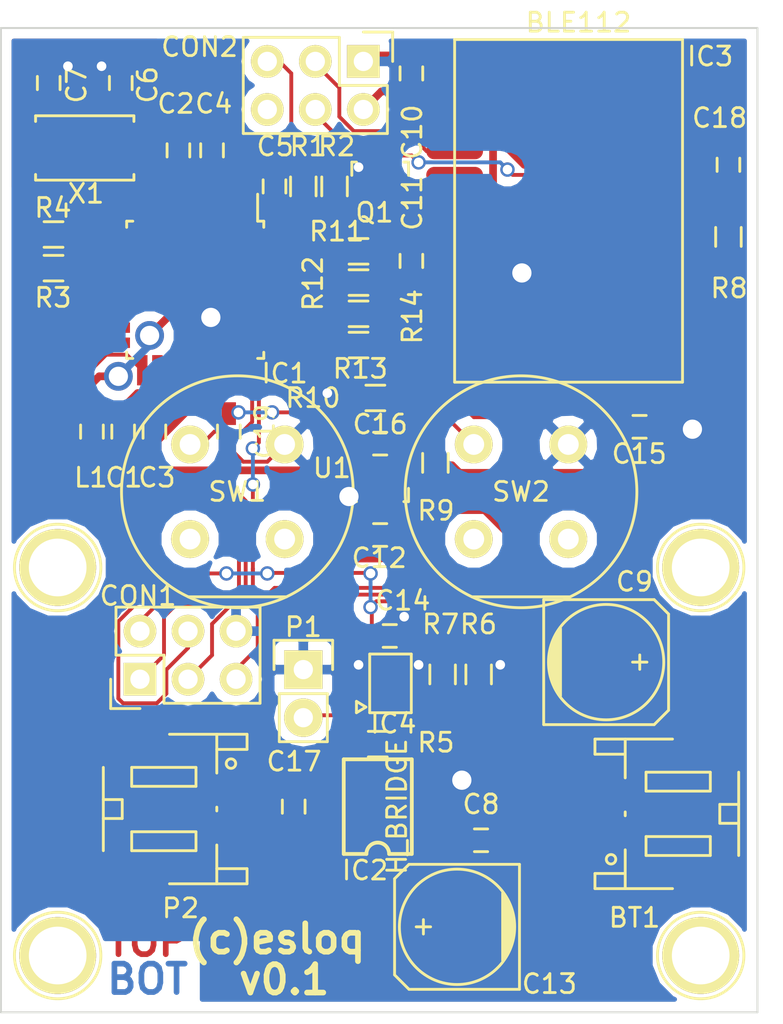
<source format=kicad_pcb>
(kicad_pcb (version 4) (host pcbnew 4.0.2+dfsg1-stable)

  (general
    (links 123)
    (no_connects 0)
    (area 14.949999 13.417552 56.4364 67.7214)
    (thickness 1.6)
    (drawings 8)
    (tracks 545)
    (zones 0)
    (modules 52)
    (nets 36)
  )

  (page A4)
  (layers
    (0 F.Cu signal)
    (31 B.Cu signal)
    (32 B.Adhes user)
    (33 F.Adhes user)
    (34 B.Paste user)
    (35 F.Paste user)
    (36 B.SilkS user)
    (37 F.SilkS user)
    (38 B.Mask user)
    (39 F.Mask user)
    (40 Dwgs.User user)
    (41 Cmts.User user)
    (42 Eco1.User user)
    (43 Eco2.User user)
    (44 Edge.Cuts user)
    (45 Margin user)
    (46 B.CrtYd user)
    (47 F.CrtYd user)
    (48 B.Fab user)
    (49 F.Fab user)
  )

  (setup
    (last_trace_width 0.2032)
    (user_trace_width 0.2032)
    (user_trace_width 0.3048)
    (user_trace_width 0.4064)
    (user_trace_width 0.6096)
    (trace_clearance 0.1524)
    (zone_clearance 0.508)
    (zone_45_only no)
    (trace_min 0.2)
    (segment_width 0.2)
    (edge_width 0.1)
    (via_size 0.762)
    (via_drill 0.508)
    (via_min_size 0.4)
    (via_min_drill 0.3)
    (user_via 1.524 1.016)
    (uvia_size 0.3)
    (uvia_drill 0.1)
    (uvias_allowed no)
    (uvia_min_size 0)
    (uvia_min_drill 0)
    (pcb_text_width 0.3)
    (pcb_text_size 1.5 1.5)
    (mod_edge_width 0.15)
    (mod_text_size 1 1)
    (mod_text_width 0.15)
    (pad_size 1.5 1.5)
    (pad_drill 0.6)
    (pad_to_mask_clearance 0)
    (aux_axis_origin 0 0)
    (visible_elements FFFEFF7F)
    (pcbplotparams
      (layerselection 0x010f0_80000001)
      (usegerberextensions false)
      (excludeedgelayer true)
      (linewidth 0.100000)
      (plotframeref false)
      (viasonmask false)
      (mode 1)
      (useauxorigin false)
      (hpglpennumber 1)
      (hpglpenspeed 20)
      (hpglpendiameter 15)
      (hpglpenoverlay 2)
      (psnegative false)
      (psa4output false)
      (plotreference true)
      (plotvalue false)
      (plotinvisibletext false)
      (padsonsilk false)
      (subtractmaskfromsilk false)
      (outputformat 1)
      (mirror false)
      (drillshape 0)
      (scaleselection 1)
      (outputdirectory gerber/))
  )

  (net 0 "")
  (net 1 /VBAT)
  (net 2 GND)
  (net 3 "Net-(C1-Pad2)")
  (net 4 VCC)
  (net 5 /AREF)
  (net 6 /RESET_MCU)
  (net 7 "Net-(C6-Pad1)")
  (net 8 "Net-(C7-Pad1)")
  (net 9 /MOTOR2)
  (net 10 /MOTOR1)
  (net 11 /RESET_BT)
  (net 12 /VCC_MONITOR)
  (net 13 /MISO_MCU)
  (net 14 /SCK_MCU)
  (net 15 /MOSI_MCU)
  (net 16 /DC_BT)
  (net 17 /DD_BT)
  (net 18 "Net-(IC2-Pad3)")
  (net 19 "Net-(IC2-Pad4)")
  (net 20 /IN+)
  (net 21 /WAKEUP_MCU)
  (net 22 /RX_BT)
  (net 23 /RX_MCU)
  (net 24 /CTS_MCU)
  (net 25 /CTS_BT)
  (net 26 /LIMIT)
  (net 27 /ENABLE_ISEN)
  (net 28 /ALERT)
  (net 29 "Net-(Q1-Pad1)")
  (net 30 "Net-(IC1-Pad1)")
  (net 31 /MC1)
  (net 32 /MC2)
  (net 33 /WAKEUP_BT)
  (net 34 "Net-(IC1-Pad24)")
  (net 35 "Net-(IC1-Pad25)")

  (net_class Default "This is the default net class."
    (clearance 0.1524)
    (trace_width 0.2032)
    (via_dia 0.762)
    (via_drill 0.508)
    (uvia_dia 0.3)
    (uvia_drill 0.1)
    (add_net /ALERT)
    (add_net /AREF)
    (add_net /CTS_BT)
    (add_net /CTS_MCU)
    (add_net /DC_BT)
    (add_net /DD_BT)
    (add_net /ENABLE_ISEN)
    (add_net /IN+)
    (add_net /LIMIT)
    (add_net /MC1)
    (add_net /MC2)
    (add_net /MISO_MCU)
    (add_net /MOSI_MCU)
    (add_net /MOTOR1)
    (add_net /MOTOR2)
    (add_net /RESET_BT)
    (add_net /RESET_MCU)
    (add_net /RX_BT)
    (add_net /RX_MCU)
    (add_net /SCK_MCU)
    (add_net /VBAT)
    (add_net /VCC_MONITOR)
    (add_net /WAKEUP_BT)
    (add_net /WAKEUP_MCU)
    (add_net GND)
    (add_net "Net-(C1-Pad2)")
    (add_net "Net-(C6-Pad1)")
    (add_net "Net-(C7-Pad1)")
    (add_net "Net-(IC1-Pad1)")
    (add_net "Net-(IC1-Pad24)")
    (add_net "Net-(IC1-Pad25)")
    (add_net "Net-(IC2-Pad3)")
    (add_net "Net-(IC2-Pad4)")
    (add_net "Net-(Q1-Pad1)")
    (add_net VCC)
  )

  (module Capacitors_SMD:C_0603_HandSoldering (layer F.Cu) (tedit 570BAE19) (tstamp 57076687)
    (at 24.384 21.463 90)
    (descr "Capacitor SMD 0603, hand soldering")
    (tags "capacitor 0603")
    (path /56C61F48)
    (attr smd)
    (fp_text reference C2 (at 2.463 -0.134 180) (layer F.SilkS)
      (effects (font (size 1 1) (thickness 0.15)))
    )
    (fp_text value 0.1u (at 0 1.9 90) (layer F.Fab)
      (effects (font (size 1 1) (thickness 0.15)))
    )
    (fp_line (start -1.85 -0.75) (end 1.85 -0.75) (layer F.CrtYd) (width 0.05))
    (fp_line (start -1.85 0.75) (end 1.85 0.75) (layer F.CrtYd) (width 0.05))
    (fp_line (start -1.85 -0.75) (end -1.85 0.75) (layer F.CrtYd) (width 0.05))
    (fp_line (start 1.85 -0.75) (end 1.85 0.75) (layer F.CrtYd) (width 0.05))
    (fp_line (start -0.35 -0.6) (end 0.35 -0.6) (layer F.SilkS) (width 0.15))
    (fp_line (start 0.35 0.6) (end -0.35 0.6) (layer F.SilkS) (width 0.15))
    (pad 1 smd rect (at -0.95 0 90) (size 1.2 0.75) (layers F.Cu F.Paste F.Mask)
      (net 4 VCC))
    (pad 2 smd rect (at 0.95 0 90) (size 1.2 0.75) (layers F.Cu F.Paste F.Mask)
      (net 2 GND))
    (model Capacitors_SMD.3dshapes/C_0603_HandSoldering.wrl
      (at (xyz 0 0 0))
      (scale (xyz 1 1 1))
      (rotate (xyz 0 0 0))
    )
  )

  (module Capacitors_SMD:C_0603_HandSoldering (layer F.Cu) (tedit 570BB257) (tstamp 570766CF)
    (at 35.56 47.117 180)
    (descr "Capacitor SMD 0603, hand soldering")
    (tags "capacitor 0603")
    (path /56C57E5A)
    (attr smd)
    (fp_text reference C14 (at -0.69 1.867 180) (layer F.SilkS)
      (effects (font (size 1 1) (thickness 0.15)))
    )
    (fp_text value 0.1u (at 0 1.9 180) (layer F.Fab)
      (effects (font (size 1 1) (thickness 0.15)))
    )
    (fp_line (start -1.85 -0.75) (end 1.85 -0.75) (layer F.CrtYd) (width 0.05))
    (fp_line (start -1.85 0.75) (end 1.85 0.75) (layer F.CrtYd) (width 0.05))
    (fp_line (start -1.85 -0.75) (end -1.85 0.75) (layer F.CrtYd) (width 0.05))
    (fp_line (start 1.85 -0.75) (end 1.85 0.75) (layer F.CrtYd) (width 0.05))
    (fp_line (start -0.35 -0.6) (end 0.35 -0.6) (layer F.SilkS) (width 0.15))
    (fp_line (start 0.35 0.6) (end -0.35 0.6) (layer F.SilkS) (width 0.15))
    (pad 1 smd rect (at -0.95 0 180) (size 1.2 0.75) (layers F.Cu F.Paste F.Mask)
      (net 2 GND))
    (pad 2 smd rect (at 0.95 0 180) (size 1.2 0.75) (layers F.Cu F.Paste F.Mask)
      (net 4 VCC))
    (model Capacitors_SMD.3dshapes/C_0603_HandSoldering.wrl
      (at (xyz 0 0 0))
      (scale (xyz 1 1 1))
      (rotate (xyz 0 0 0))
    )
  )

  (module Buttons_Switches_ThroughHole:Push_E-Switch_KS01Q01 (layer F.Cu) (tedit 54BFC791) (tstamp 570B54B8)
    (at 25 37)
    (descr "E-Switch KS01Q01")
    (tags "Push Button")
    (path /56C74668)
    (fp_text reference SW1 (at 2.5 2.5) (layer F.SilkS)
      (effects (font (size 1 1) (thickness 0.15)))
    )
    (fp_text value SW_PUSH (at 2.5 -2.04914) (layer F.Fab)
      (effects (font (size 1 1) (thickness 0.15)))
    )
    (fp_circle (center 2.5 2.5) (end 8.95 2.5) (layer F.CrtYd) (width 0.05))
    (fp_circle (center 2.5 2.5) (end 8.625 2.5) (layer F.SilkS) (width 0.15))
    (fp_line (start 5.10096 8.04962) (end -0.10096 8.04962) (layer F.SilkS) (width 0.15))
    (pad 1 thru_hole circle (at 0 0) (size 2 2) (drill 1.1) (layers *.Cu *.Mask F.SilkS)
      (net 34 "Net-(IC1-Pad24)"))
    (pad 2 thru_hole circle (at 5 0) (size 2 2) (drill 1.1) (layers *.Cu *.Mask F.SilkS)
      (net 2 GND))
    (pad 4 thru_hole circle (at 5 5) (size 2 2) (drill 1.1) (layers *.Cu *.Mask F.SilkS))
    (pad 3 thru_hole circle (at 0 5) (size 2 2) (drill 1.1) (layers *.Cu *.Mask F.SilkS))
    (model Buttons_Switches_ThroughHole.3dshapes/Push_E-Switch_KS01Q01.wrl
      (at (xyz 0.1 -0.1 0))
      (scale (xyz 1 1 1))
      (rotate (xyz 0 0 0))
    )
  )

  (module My_Modules:PWSON10 (layer F.Cu) (tedit 570BB245) (tstamp 5707674E)
    (at 34.798 50.673 90)
    (path /56C52D32)
    (fp_text reference IC4 (at -1.077 0.952 180) (layer F.SilkS)
      (effects (font (size 1 1) (thickness 0.15)))
    )
    (fp_text value INA300 (at 1 -1.9 90) (layer F.Fab)
      (effects (font (size 1 1) (thickness 0.15)))
    )
    (fp_line (start -0.5 -1) (end 0.1 -1) (layer F.SilkS) (width 0.15))
    (fp_line (start 0.1 -1) (end -0.2 -0.5) (layer F.SilkS) (width 0.15))
    (fp_line (start -0.2 -0.5) (end -0.5 -1) (layer F.SilkS) (width 0.15))
    (fp_line (start -0.5 -0.3) (end 2.6 -0.3) (layer F.SilkS) (width 0.15))
    (fp_line (start 2.6 -0.3) (end 2.6 1.9) (layer F.SilkS) (width 0.15))
    (fp_line (start 2.6 1.9) (end -0.5 1.9) (layer F.SilkS) (width 0.15))
    (fp_line (start -0.5 1.9) (end -0.5 -0.3) (layer F.SilkS) (width 0.15))
    (pad 1 smd rect (at 0 0 90) (size 0.7 0.23) (layers F.Cu F.Paste F.Mask)
      (net 20 /IN+))
    (pad 2 smd rect (at 0 0.4 90) (size 0.7 0.23) (layers F.Cu F.Paste F.Mask)
      (net 2 GND))
    (pad 3 smd rect (at 0 0.8 90) (size 0.7 0.23) (layers F.Cu F.Paste F.Mask)
      (net 26 /LIMIT))
    (pad 4 smd rect (at 0 1.2 90) (size 0.7 0.23) (layers F.Cu F.Paste F.Mask)
      (net 27 /ENABLE_ISEN))
    (pad 5 smd rect (at 0 1.6 90) (size 0.7 0.23) (layers F.Cu F.Paste F.Mask)
      (net 28 /ALERT))
    (pad 6 smd rect (at 2.1 1.6 90) (size 0.7 0.23) (layers F.Cu F.Paste F.Mask)
      (net 2 GND))
    (pad 7 smd rect (at 2.1 1.2 90) (size 0.7 0.23) (layers F.Cu F.Paste F.Mask)
      (net 4 VCC))
    (pad 8 smd rect (at 2.1 0.8 90) (size 0.7 0.23) (layers F.Cu F.Paste F.Mask)
      (net 2 GND))
    (pad 9 smd rect (at 2.1 0.4 90) (size 0.7 0.23) (layers F.Cu F.Paste F.Mask)
      (net 4 VCC))
    (pad 10 smd rect (at 2.1 0 90) (size 0.7 0.23) (layers F.Cu F.Paste F.Mask)
      (net 2 GND))
    (pad "" smd rect (at 1.05 0.8 90) (size 0.9 1.5) (layers F.Cu F.Paste F.Mask))
  )

  (module Resistors_SMD:R_0603_HandSoldering (layer F.Cu) (tedit 570BAECA) (tstamp 5707A91B)
    (at 33.909 26.797 180)
    (descr "Resistor SMD 0603, hand soldering")
    (tags "resistor 0603")
    (path /57082AD9)
    (attr smd)
    (fp_text reference R11 (at 1.159 1.047 360) (layer F.SilkS)
      (effects (font (size 1 1) (thickness 0.15)))
    )
    (fp_text value 10k (at 0 1.9 180) (layer F.Fab)
      (effects (font (size 1 1) (thickness 0.15)))
    )
    (fp_line (start -2 -0.8) (end 2 -0.8) (layer F.CrtYd) (width 0.05))
    (fp_line (start -2 0.8) (end 2 0.8) (layer F.CrtYd) (width 0.05))
    (fp_line (start -2 -0.8) (end -2 0.8) (layer F.CrtYd) (width 0.05))
    (fp_line (start 2 -0.8) (end 2 0.8) (layer F.CrtYd) (width 0.05))
    (fp_line (start 0.5 0.675) (end -0.5 0.675) (layer F.SilkS) (width 0.15))
    (fp_line (start -0.5 -0.675) (end 0.5 -0.675) (layer F.SilkS) (width 0.15))
    (pad 1 smd rect (at -1.1 0 180) (size 1.2 0.9) (layers F.Cu F.Paste F.Mask)
      (net 4 VCC))
    (pad 2 smd rect (at 1.1 0 180) (size 1.2 0.9) (layers F.Cu F.Paste F.Mask)
      (net 22 /RX_BT))
    (model Resistors_SMD.3dshapes/R_0603_HandSoldering.wrl
      (at (xyz 0 0 0))
      (scale (xyz 1 1 1))
      (rotate (xyz 0 0 0))
    )
  )

  (module Housings_QFP:TQFP-32_7x7mm_Pitch0.8mm (layer F.Cu) (tedit 570BAE6C) (tstamp 57076B0C)
    (at 25.273 28.829 270)
    (descr "32-Lead Plastic Thin Quad Flatpack (PT) - 7x7x1.0 mm Body, 2.00 mm [TQFP] (see Microchip Packaging Specification 00000049BS.pdf)")
    (tags "QFP 0.8")
    (path /56F05A75)
    (attr smd)
    (fp_text reference IC1 (at 4.421 -4.727 360) (layer F.SilkS)
      (effects (font (size 1 1) (thickness 0.15)))
    )
    (fp_text value ATMEGA328P-A (at 0 6.05 270) (layer F.Fab)
      (effects (font (size 1 1) (thickness 0.15)))
    )
    (fp_line (start -5.3 -5.3) (end -5.3 5.3) (layer F.CrtYd) (width 0.05))
    (fp_line (start 5.3 -5.3) (end 5.3 5.3) (layer F.CrtYd) (width 0.05))
    (fp_line (start -5.3 -5.3) (end 5.3 -5.3) (layer F.CrtYd) (width 0.05))
    (fp_line (start -5.3 5.3) (end 5.3 5.3) (layer F.CrtYd) (width 0.05))
    (fp_line (start -3.625 -3.625) (end -3.625 -3.3) (layer F.SilkS) (width 0.15))
    (fp_line (start 3.625 -3.625) (end 3.625 -3.3) (layer F.SilkS) (width 0.15))
    (fp_line (start 3.625 3.625) (end 3.625 3.3) (layer F.SilkS) (width 0.15))
    (fp_line (start -3.625 3.625) (end -3.625 3.3) (layer F.SilkS) (width 0.15))
    (fp_line (start -3.625 -3.625) (end -3.3 -3.625) (layer F.SilkS) (width 0.15))
    (fp_line (start -3.625 3.625) (end -3.3 3.625) (layer F.SilkS) (width 0.15))
    (fp_line (start 3.625 3.625) (end 3.3 3.625) (layer F.SilkS) (width 0.15))
    (fp_line (start 3.625 -3.625) (end 3.3 -3.625) (layer F.SilkS) (width 0.15))
    (fp_line (start -3.625 -3.3) (end -5.05 -3.3) (layer F.SilkS) (width 0.15))
    (pad 1 smd rect (at -4.25 -2.8 270) (size 1.6 0.55) (layers F.Cu F.Paste F.Mask)
      (net 30 "Net-(IC1-Pad1)"))
    (pad 2 smd rect (at -4.25 -2 270) (size 1.6 0.55) (layers F.Cu F.Paste F.Mask))
    (pad 3 smd rect (at -4.25 -1.2 270) (size 1.6 0.55) (layers F.Cu F.Paste F.Mask)
      (net 2 GND))
    (pad 4 smd rect (at -4.25 -0.4 270) (size 1.6 0.55) (layers F.Cu F.Paste F.Mask)
      (net 4 VCC))
    (pad 5 smd rect (at -4.25 0.4 270) (size 1.6 0.55) (layers F.Cu F.Paste F.Mask)
      (net 2 GND))
    (pad 6 smd rect (at -4.25 1.2 270) (size 1.6 0.55) (layers F.Cu F.Paste F.Mask)
      (net 4 VCC))
    (pad 7 smd rect (at -4.25 2 270) (size 1.6 0.55) (layers F.Cu F.Paste F.Mask)
      (net 7 "Net-(C6-Pad1)"))
    (pad 8 smd rect (at -4.25 2.8 270) (size 1.6 0.55) (layers F.Cu F.Paste F.Mask)
      (net 8 "Net-(C7-Pad1)"))
    (pad 9 smd rect (at -2.8 4.25) (size 1.6 0.55) (layers F.Cu F.Paste F.Mask)
      (net 31 /MC1))
    (pad 10 smd rect (at -2 4.25) (size 1.6 0.55) (layers F.Cu F.Paste F.Mask)
      (net 32 /MC2))
    (pad 11 smd rect (at -1.2 4.25) (size 1.6 0.55) (layers F.Cu F.Paste F.Mask))
    (pad 12 smd rect (at -0.4 4.25) (size 1.6 0.55) (layers F.Cu F.Paste F.Mask)
      (net 28 /ALERT))
    (pad 13 smd rect (at 0.4 4.25) (size 1.6 0.55) (layers F.Cu F.Paste F.Mask)
      (net 27 /ENABLE_ISEN))
    (pad 14 smd rect (at 1.2 4.25) (size 1.6 0.55) (layers F.Cu F.Paste F.Mask))
    (pad 15 smd rect (at 2 4.25) (size 1.6 0.55) (layers F.Cu F.Paste F.Mask)
      (net 15 /MOSI_MCU))
    (pad 16 smd rect (at 2.8 4.25) (size 1.6 0.55) (layers F.Cu F.Paste F.Mask)
      (net 13 /MISO_MCU))
    (pad 17 smd rect (at 4.25 2.8 270) (size 1.6 0.55) (layers F.Cu F.Paste F.Mask)
      (net 14 /SCK_MCU))
    (pad 18 smd rect (at 4.25 2 270) (size 1.6 0.55) (layers F.Cu F.Paste F.Mask)
      (net 3 "Net-(C1-Pad2)"))
    (pad 19 smd rect (at 4.25 1.2 270) (size 1.6 0.55) (layers F.Cu F.Paste F.Mask))
    (pad 20 smd rect (at 4.25 0.4 270) (size 1.6 0.55) (layers F.Cu F.Paste F.Mask)
      (net 5 /AREF))
    (pad 21 smd rect (at 4.25 -0.4 270) (size 1.6 0.55) (layers F.Cu F.Paste F.Mask)
      (net 2 GND))
    (pad 22 smd rect (at 4.25 -1.2 270) (size 1.6 0.55) (layers F.Cu F.Paste F.Mask)
      (net 12 /VCC_MONITOR))
    (pad 23 smd rect (at 4.25 -2 270) (size 1.6 0.55) (layers F.Cu F.Paste F.Mask))
    (pad 24 smd rect (at 4.25 -2.8 270) (size 1.6 0.55) (layers F.Cu F.Paste F.Mask)
      (net 34 "Net-(IC1-Pad24)"))
    (pad 25 smd rect (at 2.8 -4.25) (size 1.6 0.55) (layers F.Cu F.Paste F.Mask)
      (net 35 "Net-(IC1-Pad25)"))
    (pad 26 smd rect (at 2 -4.25) (size 1.6 0.55) (layers F.Cu F.Paste F.Mask)
      (net 33 /WAKEUP_BT))
    (pad 27 smd rect (at 1.2 -4.25) (size 1.6 0.55) (layers F.Cu F.Paste F.Mask)
      (net 25 /CTS_BT))
    (pad 28 smd rect (at 0.4 -4.25) (size 1.6 0.55) (layers F.Cu F.Paste F.Mask)
      (net 24 /CTS_MCU))
    (pad 29 smd rect (at -0.4 -4.25) (size 1.6 0.55) (layers F.Cu F.Paste F.Mask)
      (net 6 /RESET_MCU))
    (pad 30 smd rect (at -1.2 -4.25) (size 1.6 0.55) (layers F.Cu F.Paste F.Mask)
      (net 23 /RX_MCU))
    (pad 31 smd rect (at -2 -4.25) (size 1.6 0.55) (layers F.Cu F.Paste F.Mask)
      (net 22 /RX_BT))
    (pad 32 smd rect (at -2.8 -4.25) (size 1.6 0.55) (layers F.Cu F.Paste F.Mask)
      (net 21 /WAKEUP_MCU))
    (model Housings_QFP.3dshapes/TQFP-32_7x7mm_Pitch0.8mm.wrl
      (at (xyz 0 0 0))
      (scale (xyz 1 1 1))
      (rotate (xyz 0 0 0))
    )
  )

  (module Pin_Headers:Pin_Header_Straight_2x03 (layer F.Cu) (tedit 570BAF48) (tstamp 570766F7)
    (at 22.352 49.403 90)
    (descr "Through hole pin header")
    (tags "pin header")
    (path /56C7CFBD)
    (fp_text reference CON1 (at 4.403 -0.102 180) (layer F.SilkS)
      (effects (font (size 1 1) (thickness 0.15)))
    )
    (fp_text value AVR-ISP-6 (at 5.25 2.5 180) (layer F.Fab)
      (effects (font (size 1 1) (thickness 0.15)))
    )
    (fp_line (start -1.27 1.27) (end -1.27 6.35) (layer F.SilkS) (width 0.15))
    (fp_line (start -1.55 -1.55) (end 0 -1.55) (layer F.SilkS) (width 0.15))
    (fp_line (start -1.75 -1.75) (end -1.75 6.85) (layer F.CrtYd) (width 0.05))
    (fp_line (start 4.3 -1.75) (end 4.3 6.85) (layer F.CrtYd) (width 0.05))
    (fp_line (start -1.75 -1.75) (end 4.3 -1.75) (layer F.CrtYd) (width 0.05))
    (fp_line (start -1.75 6.85) (end 4.3 6.85) (layer F.CrtYd) (width 0.05))
    (fp_line (start 1.27 -1.27) (end 1.27 1.27) (layer F.SilkS) (width 0.15))
    (fp_line (start 1.27 1.27) (end -1.27 1.27) (layer F.SilkS) (width 0.15))
    (fp_line (start -1.27 6.35) (end 3.81 6.35) (layer F.SilkS) (width 0.15))
    (fp_line (start 3.81 6.35) (end 3.81 1.27) (layer F.SilkS) (width 0.15))
    (fp_line (start -1.55 -1.55) (end -1.55 0) (layer F.SilkS) (width 0.15))
    (fp_line (start 3.81 -1.27) (end 1.27 -1.27) (layer F.SilkS) (width 0.15))
    (fp_line (start 3.81 1.27) (end 3.81 -1.27) (layer F.SilkS) (width 0.15))
    (pad 1 thru_hole rect (at 0 0 90) (size 1.7272 1.7272) (drill 1.016) (layers *.Cu *.Mask F.SilkS)
      (net 13 /MISO_MCU))
    (pad 2 thru_hole oval (at 2.54 0 90) (size 1.7272 1.7272) (drill 1.016) (layers *.Cu *.Mask F.SilkS)
      (net 4 VCC))
    (pad 3 thru_hole oval (at 0 2.54 90) (size 1.7272 1.7272) (drill 1.016) (layers *.Cu *.Mask F.SilkS)
      (net 14 /SCK_MCU))
    (pad 4 thru_hole oval (at 2.54 2.54 90) (size 1.7272 1.7272) (drill 1.016) (layers *.Cu *.Mask F.SilkS)
      (net 15 /MOSI_MCU))
    (pad 5 thru_hole oval (at 0 5.08 90) (size 1.7272 1.7272) (drill 1.016) (layers *.Cu *.Mask F.SilkS)
      (net 6 /RESET_MCU))
    (pad 6 thru_hole oval (at 2.54 5.08 90) (size 1.7272 1.7272) (drill 1.016) (layers *.Cu *.Mask F.SilkS)
      (net 2 GND))
    (model Pin_Headers.3dshapes/Pin_Header_Straight_2x03.wrl
      (at (xyz 0.05 -0.1 0))
      (scale (xyz 1 1 1))
      (rotate (xyz 0 0 90))
    )
  )

  (module Resistors_SMD:R_0603_HandSoldering (layer F.Cu) (tedit 570BB238) (tstamp 5707678D)
    (at 40.259 49.149 90)
    (descr "Resistor SMD 0603, hand soldering")
    (tags "resistor 0603")
    (path /56C570A9)
    (attr smd)
    (fp_text reference R6 (at 2.649 -0.009 180) (layer F.SilkS)
      (effects (font (size 1 1) (thickness 0.15)))
    )
    (fp_text value 3k (at 0 1.9 90) (layer F.Fab)
      (effects (font (size 1 1) (thickness 0.15)))
    )
    (fp_line (start -2 -0.8) (end 2 -0.8) (layer F.CrtYd) (width 0.05))
    (fp_line (start -2 0.8) (end 2 0.8) (layer F.CrtYd) (width 0.05))
    (fp_line (start -2 -0.8) (end -2 0.8) (layer F.CrtYd) (width 0.05))
    (fp_line (start 2 -0.8) (end 2 0.8) (layer F.CrtYd) (width 0.05))
    (fp_line (start 0.5 0.675) (end -0.5 0.675) (layer F.SilkS) (width 0.15))
    (fp_line (start -0.5 -0.675) (end 0.5 -0.675) (layer F.SilkS) (width 0.15))
    (pad 1 smd rect (at -1.1 0 90) (size 1.2 0.9) (layers F.Cu F.Paste F.Mask)
      (net 26 /LIMIT))
    (pad 2 smd rect (at 1.1 0 90) (size 1.2 0.9) (layers F.Cu F.Paste F.Mask)
      (net 2 GND))
    (model Resistors_SMD.3dshapes/R_0603_HandSoldering.wrl
      (at (xyz 0 0 0))
      (scale (xyz 1 1 1))
      (rotate (xyz 0 0 0))
    )
  )

  (module Capacitors_SMD:C_0603_HandSoldering (layer F.Cu) (tedit 570BAE96) (tstamp 57076699)
    (at 29.464 23.368 270)
    (descr "Capacitor SMD 0603, hand soldering")
    (tags "capacitor 0603")
    (path /56C6E572)
    (attr smd)
    (fp_text reference C5 (at -2.118 -0.036 360) (layer F.SilkS)
      (effects (font (size 1 1) (thickness 0.15)))
    )
    (fp_text value 0.1u (at 0 1.9 270) (layer F.Fab)
      (effects (font (size 1 1) (thickness 0.15)))
    )
    (fp_line (start -1.85 -0.75) (end 1.85 -0.75) (layer F.CrtYd) (width 0.05))
    (fp_line (start -1.85 0.75) (end 1.85 0.75) (layer F.CrtYd) (width 0.05))
    (fp_line (start -1.85 -0.75) (end -1.85 0.75) (layer F.CrtYd) (width 0.05))
    (fp_line (start 1.85 -0.75) (end 1.85 0.75) (layer F.CrtYd) (width 0.05))
    (fp_line (start -0.35 -0.6) (end 0.35 -0.6) (layer F.SilkS) (width 0.15))
    (fp_line (start 0.35 0.6) (end -0.35 0.6) (layer F.SilkS) (width 0.15))
    (pad 1 smd rect (at -0.95 0 270) (size 1.2 0.75) (layers F.Cu F.Paste F.Mask)
      (net 2 GND))
    (pad 2 smd rect (at 0.95 0 270) (size 1.2 0.75) (layers F.Cu F.Paste F.Mask)
      (net 6 /RESET_MCU))
    (model Capacitors_SMD.3dshapes/C_0603_HandSoldering.wrl
      (at (xyz 0 0 0))
      (scale (xyz 1 1 1))
      (rotate (xyz 0 0 0))
    )
  )

  (module TO_SOT_Packages_SMD:SOT-23 (layer F.Cu) (tedit 570BAED0) (tstamp 57076769)
    (at 35.052 22.733)
    (descr "SOT-23, Standard")
    (tags SOT-23)
    (path /55B7B12C)
    (attr smd)
    (fp_text reference Q1 (at -0.302 2.017) (layer F.SilkS)
      (effects (font (size 1 1) (thickness 0.15)))
    )
    (fp_text value BC849 (at 0 2.3) (layer F.Fab)
      (effects (font (size 1 1) (thickness 0.15)))
    )
    (fp_line (start -1.65 -1.6) (end 1.65 -1.6) (layer F.CrtYd) (width 0.05))
    (fp_line (start 1.65 -1.6) (end 1.65 1.6) (layer F.CrtYd) (width 0.05))
    (fp_line (start 1.65 1.6) (end -1.65 1.6) (layer F.CrtYd) (width 0.05))
    (fp_line (start -1.65 1.6) (end -1.65 -1.6) (layer F.CrtYd) (width 0.05))
    (fp_line (start 1.29916 -0.65024) (end 1.2509 -0.65024) (layer F.SilkS) (width 0.15))
    (fp_line (start -1.49982 0.0508) (end -1.49982 -0.65024) (layer F.SilkS) (width 0.15))
    (fp_line (start -1.49982 -0.65024) (end -1.2509 -0.65024) (layer F.SilkS) (width 0.15))
    (fp_line (start 1.29916 -0.65024) (end 1.49982 -0.65024) (layer F.SilkS) (width 0.15))
    (fp_line (start 1.49982 -0.65024) (end 1.49982 0.0508) (layer F.SilkS) (width 0.15))
    (pad 1 smd rect (at -0.95 1.00076) (size 0.8001 0.8001) (layers F.Cu F.Paste F.Mask)
      (net 29 "Net-(Q1-Pad1)"))
    (pad 2 smd rect (at 0.95 1.00076) (size 0.8001 0.8001) (layers F.Cu F.Paste F.Mask)
      (net 2 GND))
    (pad 3 smd rect (at 0 -0.99822) (size 0.8001 0.8001) (layers F.Cu F.Paste F.Mask)
      (net 11 /RESET_BT))
    (model TO_SOT_Packages_SMD.3dshapes/SOT-23.wrl
      (at (xyz 0 0 0))
      (scale (xyz 1 1 1))
      (rotate (xyz 0 0 0))
    )
  )

  (module Capacitors_SMD:C_0603_HandSoldering (layer F.Cu) (tedit 570BAE14) (tstamp 57076693)
    (at 26.162 21.463 90)
    (descr "Capacitor SMD 0603, hand soldering")
    (tags "capacitor 0603")
    (path /5498BF94)
    (attr smd)
    (fp_text reference C4 (at 2.463 0.088 180) (layer F.SilkS)
      (effects (font (size 1 1) (thickness 0.15)))
    )
    (fp_text value 0.1u (at 0 1.9 90) (layer F.Fab)
      (effects (font (size 1 1) (thickness 0.15)))
    )
    (fp_line (start -1.85 -0.75) (end 1.85 -0.75) (layer F.CrtYd) (width 0.05))
    (fp_line (start -1.85 0.75) (end 1.85 0.75) (layer F.CrtYd) (width 0.05))
    (fp_line (start -1.85 -0.75) (end -1.85 0.75) (layer F.CrtYd) (width 0.05))
    (fp_line (start 1.85 -0.75) (end 1.85 0.75) (layer F.CrtYd) (width 0.05))
    (fp_line (start -0.35 -0.6) (end 0.35 -0.6) (layer F.SilkS) (width 0.15))
    (fp_line (start 0.35 0.6) (end -0.35 0.6) (layer F.SilkS) (width 0.15))
    (pad 1 smd rect (at -0.95 0 90) (size 1.2 0.75) (layers F.Cu F.Paste F.Mask)
      (net 4 VCC))
    (pad 2 smd rect (at 0.95 0 90) (size 1.2 0.75) (layers F.Cu F.Paste F.Mask)
      (net 2 GND))
    (model Capacitors_SMD.3dshapes/C_0603_HandSoldering.wrl
      (at (xyz 0 0 0))
      (scale (xyz 1 1 1))
      (rotate (xyz 0 0 0))
    )
  )

  (module Pin_Headers:Pin_Header_Straight_2x03 (layer F.Cu) (tedit 570BAF8F) (tstamp 570783F5)
    (at 34.163 16.764 270)
    (descr "Through hole pin header")
    (tags "pin header")
    (path /5707E92D)
    (fp_text reference CON2 (at -0.764 8.663 360) (layer F.SilkS)
      (effects (font (size 1 1) (thickness 0.15)))
    )
    (fp_text value 6PIN_CC (at 0 -3.1 270) (layer F.Fab)
      (effects (font (size 1 1) (thickness 0.15)))
    )
    (fp_line (start -1.27 1.27) (end -1.27 6.35) (layer F.SilkS) (width 0.15))
    (fp_line (start -1.55 -1.55) (end 0 -1.55) (layer F.SilkS) (width 0.15))
    (fp_line (start -1.75 -1.75) (end -1.75 6.85) (layer F.CrtYd) (width 0.05))
    (fp_line (start 4.3 -1.75) (end 4.3 6.85) (layer F.CrtYd) (width 0.05))
    (fp_line (start -1.75 -1.75) (end 4.3 -1.75) (layer F.CrtYd) (width 0.05))
    (fp_line (start -1.75 6.85) (end 4.3 6.85) (layer F.CrtYd) (width 0.05))
    (fp_line (start 1.27 -1.27) (end 1.27 1.27) (layer F.SilkS) (width 0.15))
    (fp_line (start 1.27 1.27) (end -1.27 1.27) (layer F.SilkS) (width 0.15))
    (fp_line (start -1.27 6.35) (end 3.81 6.35) (layer F.SilkS) (width 0.15))
    (fp_line (start 3.81 6.35) (end 3.81 1.27) (layer F.SilkS) (width 0.15))
    (fp_line (start -1.55 -1.55) (end -1.55 0) (layer F.SilkS) (width 0.15))
    (fp_line (start 3.81 -1.27) (end 1.27 -1.27) (layer F.SilkS) (width 0.15))
    (fp_line (start 3.81 1.27) (end 3.81 -1.27) (layer F.SilkS) (width 0.15))
    (pad 1 thru_hole rect (at 0 0 270) (size 1.7272 1.7272) (drill 1.016) (layers *.Cu *.Mask F.SilkS)
      (net 2 GND))
    (pad 2 thru_hole oval (at 2.54 0 270) (size 1.7272 1.7272) (drill 1.016) (layers *.Cu *.Mask F.SilkS)
      (net 4 VCC))
    (pad 3 thru_hole oval (at 0 2.54 270) (size 1.7272 1.7272) (drill 1.016) (layers *.Cu *.Mask F.SilkS)
      (net 16 /DC_BT))
    (pad 4 thru_hole oval (at 2.54 2.54 270) (size 1.7272 1.7272) (drill 1.016) (layers *.Cu *.Mask F.SilkS)
      (net 17 /DD_BT))
    (pad 5 thru_hole oval (at 0 5.08 270) (size 1.7272 1.7272) (drill 1.016) (layers *.Cu *.Mask F.SilkS)
      (net 11 /RESET_BT))
    (pad 6 thru_hole oval (at 2.54 5.08 270) (size 1.7272 1.7272) (drill 1.016) (layers *.Cu *.Mask F.SilkS))
    (model Pin_Headers.3dshapes/Pin_Header_Straight_2x03.wrl
      (at (xyz 0.05 -0.1 0))
      (scale (xyz 1 1 1))
      (rotate (xyz 0 0 90))
    )
  )

  (module Buttons_Switches_ThroughHole:Push_E-Switch_KS01Q01 (layer F.Cu) (tedit 54BFC791) (tstamp 570B54BF)
    (at 40 37)
    (descr "E-Switch KS01Q01")
    (tags "Push Button")
    (path /56C75519)
    (fp_text reference SW2 (at 2.5 2.5) (layer F.SilkS)
      (effects (font (size 1 1) (thickness 0.15)))
    )
    (fp_text value SW_PUSH (at 2.5 -2.04914) (layer F.Fab)
      (effects (font (size 1 1) (thickness 0.15)))
    )
    (fp_circle (center 2.5 2.5) (end 8.95 2.5) (layer F.CrtYd) (width 0.05))
    (fp_circle (center 2.5 2.5) (end 8.625 2.5) (layer F.SilkS) (width 0.15))
    (fp_line (start 5.10096 8.04962) (end -0.10096 8.04962) (layer F.SilkS) (width 0.15))
    (pad 1 thru_hole circle (at 0 0) (size 2 2) (drill 1.1) (layers *.Cu *.Mask F.SilkS)
      (net 35 "Net-(IC1-Pad25)"))
    (pad 2 thru_hole circle (at 5 0) (size 2 2) (drill 1.1) (layers *.Cu *.Mask F.SilkS)
      (net 2 GND))
    (pad 4 thru_hole circle (at 5 5) (size 2 2) (drill 1.1) (layers *.Cu *.Mask F.SilkS))
    (pad 3 thru_hole circle (at 0 5) (size 2 2) (drill 1.1) (layers *.Cu *.Mask F.SilkS))
    (model Buttons_Switches_ThroughHole.3dshapes/Push_E-Switch_KS01Q01.wrl
      (at (xyz 0.1 -0.1 0))
      (scale (xyz 1 1 1))
      (rotate (xyz 0 0 0))
    )
  )

  (module Resistors_SMD:R_0603_HandSoldering (layer F.Cu) (tedit 570BAFFC) (tstamp 57076787)
    (at 34.925 52.832 180)
    (descr "Resistor SMD 0603, hand soldering")
    (tags "resistor 0603")
    (path /549AF9F8)
    (attr smd)
    (fp_text reference R5 (at -3.075 0.082 180) (layer F.SilkS)
      (effects (font (size 1 1) (thickness 0.15)))
    )
    (fp_text value 0.1 (at 0 1.9 180) (layer F.Fab)
      (effects (font (size 1 1) (thickness 0.15)))
    )
    (fp_line (start -2 -0.8) (end 2 -0.8) (layer F.CrtYd) (width 0.05))
    (fp_line (start -2 0.8) (end 2 0.8) (layer F.CrtYd) (width 0.05))
    (fp_line (start -2 -0.8) (end -2 0.8) (layer F.CrtYd) (width 0.05))
    (fp_line (start 2 -0.8) (end 2 0.8) (layer F.CrtYd) (width 0.05))
    (fp_line (start 0.5 0.675) (end -0.5 0.675) (layer F.SilkS) (width 0.15))
    (fp_line (start -0.5 -0.675) (end 0.5 -0.675) (layer F.SilkS) (width 0.15))
    (pad 1 smd rect (at -1.1 0 180) (size 1.2 0.9) (layers F.Cu F.Paste F.Mask)
      (net 2 GND))
    (pad 2 smd rect (at 1.1 0 180) (size 1.2 0.9) (layers F.Cu F.Paste F.Mask)
      (net 20 /IN+))
    (model Resistors_SMD.3dshapes/R_0603_HandSoldering.wrl
      (at (xyz 0 0 0))
      (scale (xyz 1 1 1))
      (rotate (xyz 0 0 0))
    )
  )

  (module Capacitors_SMD:c_elec_6.3x5.8 (layer F.Cu) (tedit 570BB34F) (tstamp 570766B1)
    (at 47 48.5)
    (descr "SMT capacitor, aluminium electrolytic, 6.3x5.8")
    (path /546524F4)
    (attr smd)
    (fp_text reference C9 (at 1.5 -4.25) (layer F.SilkS)
      (effects (font (size 1 1) (thickness 0.15)))
    )
    (fp_text value 100u (at 0 4.445) (layer F.Fab)
      (effects (font (size 1 1) (thickness 0.15)))
    )
    (fp_line (start -4.85 -3.65) (end 4.85 -3.7) (layer F.CrtYd) (width 0.05))
    (fp_line (start 4.85 -3.7) (end 4.85 3.65) (layer F.CrtYd) (width 0.05))
    (fp_line (start 4.85 3.65) (end -4.85 3.65) (layer F.CrtYd) (width 0.05))
    (fp_line (start -4.85 3.65) (end -4.85 -3.65) (layer F.CrtYd) (width 0.05))
    (fp_line (start -2.921 -0.762) (end -2.921 0.762) (layer F.SilkS) (width 0.15))
    (fp_line (start -2.794 1.143) (end -2.794 -1.143) (layer F.SilkS) (width 0.15))
    (fp_line (start -2.667 -1.397) (end -2.667 1.397) (layer F.SilkS) (width 0.15))
    (fp_line (start -2.54 1.651) (end -2.54 -1.651) (layer F.SilkS) (width 0.15))
    (fp_line (start -2.413 -1.778) (end -2.413 1.778) (layer F.SilkS) (width 0.15))
    (fp_line (start -3.302 -3.302) (end -3.302 3.302) (layer F.SilkS) (width 0.15))
    (fp_line (start -3.302 3.302) (end 2.54 3.302) (layer F.SilkS) (width 0.15))
    (fp_line (start 2.54 3.302) (end 3.302 2.54) (layer F.SilkS) (width 0.15))
    (fp_line (start 3.302 2.54) (end 3.302 -2.54) (layer F.SilkS) (width 0.15))
    (fp_line (start 3.302 -2.54) (end 2.54 -3.302) (layer F.SilkS) (width 0.15))
    (fp_line (start 2.54 -3.302) (end -3.302 -3.302) (layer F.SilkS) (width 0.15))
    (fp_line (start 2.159 0) (end 1.397 0) (layer F.SilkS) (width 0.15))
    (fp_line (start 1.778 -0.381) (end 1.778 0.381) (layer F.SilkS) (width 0.15))
    (fp_circle (center 0 0) (end -3.048 0) (layer F.SilkS) (width 0.15))
    (pad 1 smd rect (at 2.75082 0) (size 3.59918 1.6002) (layers F.Cu F.Paste F.Mask)
      (net 1 /VBAT))
    (pad 2 smd rect (at -2.75082 0) (size 3.59918 1.6002) (layers F.Cu F.Paste F.Mask)
      (net 2 GND))
    (model Capacitors_SMD.3dshapes/c_elec_6.3x5.8.wrl
      (at (xyz 0 0 0))
      (scale (xyz 1 1 1))
      (rotate (xyz 0 0 0))
    )
  )

  (module Connectors_JST_PH:Connectors_JST_S2B-PH-SM4-TB (layer F.Cu) (tedit 570BAFE5) (tstamp 5707667B)
    (at 49.784 56.515 90)
    (descr "JST PH series connector, S2B-PH-SM4-TB")
    (tags "connector jst ph")
    (path /56A1090B)
    (attr smd)
    (fp_text reference BT1 (at -5.485 -1.284 180) (layer F.SilkS)
      (effects (font (size 1 1) (thickness 0.15)))
    )
    (fp_text value Battery (at 0 5.725 90) (layer F.Fab)
      (effects (font (size 1 1) (thickness 0.15)))
    )
    (fp_circle (center -2.4 -2.525) (end -2.15 -2.525) (layer F.SilkS) (width 0.15))
    (fp_line (start -0.5 4.225) (end -0.5 3.225) (layer F.SilkS) (width 0.15))
    (fp_line (start -0.5 3.225) (end 0.5 3.225) (layer F.SilkS) (width 0.15))
    (fp_line (start 0.5 3.225) (end 0.5 4.225) (layer F.SilkS) (width 0.15))
    (fp_line (start -1.9 -1.775) (end -3.15 -1.775) (layer F.SilkS) (width 0.15))
    (fp_line (start -3.15 -1.775) (end -3.15 -3.375) (layer F.SilkS) (width 0.15))
    (fp_line (start -3.15 -3.375) (end -3.95 -3.375) (layer F.SilkS) (width 0.15))
    (fp_line (start -3.95 -3.375) (end -3.95 0.725) (layer F.SilkS) (width 0.15))
    (fp_line (start -3.15 -1.775) (end -3.95 -1.775) (layer F.SilkS) (width 0.15))
    (fp_line (start 1.9 -1.775) (end 3.15 -1.775) (layer F.SilkS) (width 0.15))
    (fp_line (start 3.15 -1.775) (end 3.15 -3.375) (layer F.SilkS) (width 0.15))
    (fp_line (start 3.15 -3.375) (end 3.95 -3.375) (layer F.SilkS) (width 0.15))
    (fp_line (start 3.95 -3.375) (end 3.95 0.725) (layer F.SilkS) (width 0.15))
    (fp_line (start 3.15 -1.775) (end 3.95 -1.775) (layer F.SilkS) (width 0.15))
    (fp_line (start -2.2 4.225) (end 2.2 4.225) (layer F.SilkS) (width 0.15))
    (fp_line (start -2.2 -0.675) (end -2.2 2.725) (layer F.SilkS) (width 0.15))
    (fp_line (start -2.2 2.725) (end -1.2 2.725) (layer F.SilkS) (width 0.15))
    (fp_line (start -1.2 2.725) (end -1.2 -0.675) (layer F.SilkS) (width 0.15))
    (fp_line (start -1.2 -0.675) (end -2.2 -0.675) (layer F.SilkS) (width 0.15))
    (fp_line (start 2.2 -0.675) (end 2.2 2.725) (layer F.SilkS) (width 0.15))
    (fp_line (start 2.2 2.725) (end 1.2 2.725) (layer F.SilkS) (width 0.15))
    (fp_line (start 1.2 2.725) (end 1.2 -0.675) (layer F.SilkS) (width 0.15))
    (fp_line (start 1.2 -0.675) (end 2.2 -0.675) (layer F.SilkS) (width 0.15))
    (fp_line (start -0.1 -1.775) (end 0.1 -1.775) (layer F.SilkS) (width 0.15))
    (fp_line (start -4.7 5) (end -4.7 -5.05) (layer F.CrtYd) (width 0.05))
    (fp_line (start -4.7 -5.05) (end 4.7 -5.05) (layer F.CrtYd) (width 0.05))
    (fp_line (start 4.7 -5.05) (end 4.7 5) (layer F.CrtYd) (width 0.05))
    (fp_line (start 4.7 5) (end -4.7 5) (layer F.CrtYd) (width 0.05))
    (pad 1 smd rect (at -1 -2.775 90) (size 1 3.5) (layers F.Cu F.Paste F.Mask)
      (net 1 /VBAT))
    (pad 2 smd rect (at 1 -2.775 90) (size 1 3.5) (layers F.Cu F.Paste F.Mask)
      (net 2 GND))
    (pad "" smd rect (at -3.4 2.775 90) (size 1.6 3.4) (layers F.Cu F.Paste F.Mask))
    (pad "" smd rect (at 3.4 2.775 90) (size 1.6 3.4) (layers F.Cu F.Paste F.Mask))
  )

  (module Capacitors_SMD:C_0603_HandSoldering (layer F.Cu) (tedit 570BAF2C) (tstamp 57076681)
    (at 21.463 36.322 90)
    (descr "Capacitor SMD 0603, hand soldering")
    (tags "capacitor 0603")
    (path /5498C034)
    (attr smd)
    (fp_text reference C1 (at -2.428 0.037 180) (layer F.SilkS)
      (effects (font (size 1 1) (thickness 0.15)))
    )
    (fp_text value 0.1u (at 0 1.9 90) (layer F.Fab)
      (effects (font (size 1 1) (thickness 0.15)))
    )
    (fp_line (start -1.85 -0.75) (end 1.85 -0.75) (layer F.CrtYd) (width 0.05))
    (fp_line (start -1.85 0.75) (end 1.85 0.75) (layer F.CrtYd) (width 0.05))
    (fp_line (start -1.85 -0.75) (end -1.85 0.75) (layer F.CrtYd) (width 0.05))
    (fp_line (start 1.85 -0.75) (end 1.85 0.75) (layer F.CrtYd) (width 0.05))
    (fp_line (start -0.35 -0.6) (end 0.35 -0.6) (layer F.SilkS) (width 0.15))
    (fp_line (start 0.35 0.6) (end -0.35 0.6) (layer F.SilkS) (width 0.15))
    (pad 1 smd rect (at -0.95 0 90) (size 1.2 0.75) (layers F.Cu F.Paste F.Mask)
      (net 2 GND))
    (pad 2 smd rect (at 0.95 0 90) (size 1.2 0.75) (layers F.Cu F.Paste F.Mask)
      (net 3 "Net-(C1-Pad2)"))
    (model Capacitors_SMD.3dshapes/C_0603_HandSoldering.wrl
      (at (xyz 0 0 0))
      (scale (xyz 1 1 1))
      (rotate (xyz 0 0 0))
    )
  )

  (module Capacitors_SMD:C_0603_HandSoldering (layer F.Cu) (tedit 570BAF25) (tstamp 5707668D)
    (at 23.114 36.322 270)
    (descr "Capacitor SMD 0603, hand soldering")
    (tags "capacitor 0603")
    (path /5498C652)
    (attr smd)
    (fp_text reference C3 (at 2.428 -0.136 360) (layer F.SilkS)
      (effects (font (size 1 1) (thickness 0.15)))
    )
    (fp_text value 0.1u (at 0 1.9 270) (layer F.Fab)
      (effects (font (size 1 1) (thickness 0.15)))
    )
    (fp_line (start -1.85 -0.75) (end 1.85 -0.75) (layer F.CrtYd) (width 0.05))
    (fp_line (start -1.85 0.75) (end 1.85 0.75) (layer F.CrtYd) (width 0.05))
    (fp_line (start -1.85 -0.75) (end -1.85 0.75) (layer F.CrtYd) (width 0.05))
    (fp_line (start 1.85 -0.75) (end 1.85 0.75) (layer F.CrtYd) (width 0.05))
    (fp_line (start -0.35 -0.6) (end 0.35 -0.6) (layer F.SilkS) (width 0.15))
    (fp_line (start 0.35 0.6) (end -0.35 0.6) (layer F.SilkS) (width 0.15))
    (pad 1 smd rect (at -0.95 0 270) (size 1.2 0.75) (layers F.Cu F.Paste F.Mask)
      (net 5 /AREF))
    (pad 2 smd rect (at 0.95 0 270) (size 1.2 0.75) (layers F.Cu F.Paste F.Mask)
      (net 2 GND))
    (model Capacitors_SMD.3dshapes/C_0603_HandSoldering.wrl
      (at (xyz 0 0 0))
      (scale (xyz 1 1 1))
      (rotate (xyz 0 0 0))
    )
  )

  (module Capacitors_SMD:C_0603_HandSoldering (layer F.Cu) (tedit 570BADFB) (tstamp 5707669F)
    (at 21.336 17.907 90)
    (descr "Capacitor SMD 0603, hand soldering")
    (tags "capacitor 0603")
    (path /55B8FB7F)
    (attr smd)
    (fp_text reference C6 (at -0.093 1.414 270) (layer F.SilkS)
      (effects (font (size 1 1) (thickness 0.15)))
    )
    (fp_text value 22p (at 0 1.9 90) (layer F.Fab)
      (effects (font (size 1 1) (thickness 0.15)))
    )
    (fp_line (start -1.85 -0.75) (end 1.85 -0.75) (layer F.CrtYd) (width 0.05))
    (fp_line (start -1.85 0.75) (end 1.85 0.75) (layer F.CrtYd) (width 0.05))
    (fp_line (start -1.85 -0.75) (end -1.85 0.75) (layer F.CrtYd) (width 0.05))
    (fp_line (start 1.85 -0.75) (end 1.85 0.75) (layer F.CrtYd) (width 0.05))
    (fp_line (start -0.35 -0.6) (end 0.35 -0.6) (layer F.SilkS) (width 0.15))
    (fp_line (start 0.35 0.6) (end -0.35 0.6) (layer F.SilkS) (width 0.15))
    (pad 1 smd rect (at -0.95 0 90) (size 1.2 0.75) (layers F.Cu F.Paste F.Mask)
      (net 7 "Net-(C6-Pad1)"))
    (pad 2 smd rect (at 0.95 0 90) (size 1.2 0.75) (layers F.Cu F.Paste F.Mask)
      (net 2 GND))
    (model Capacitors_SMD.3dshapes/C_0603_HandSoldering.wrl
      (at (xyz 0 0 0))
      (scale (xyz 1 1 1))
      (rotate (xyz 0 0 0))
    )
  )

  (module Capacitors_SMD:C_0603_HandSoldering (layer F.Cu) (tedit 570BAE08) (tstamp 570766A5)
    (at 17.526 17.907 90)
    (descr "Capacitor SMD 0603, hand soldering")
    (tags "capacitor 0603")
    (path /55B8FB8C)
    (attr smd)
    (fp_text reference C7 (at -0.093 1.474 90) (layer F.SilkS)
      (effects (font (size 1 1) (thickness 0.15)))
    )
    (fp_text value 22p (at 0 1.9 90) (layer F.Fab)
      (effects (font (size 1 1) (thickness 0.15)))
    )
    (fp_line (start -1.85 -0.75) (end 1.85 -0.75) (layer F.CrtYd) (width 0.05))
    (fp_line (start -1.85 0.75) (end 1.85 0.75) (layer F.CrtYd) (width 0.05))
    (fp_line (start -1.85 -0.75) (end -1.85 0.75) (layer F.CrtYd) (width 0.05))
    (fp_line (start 1.85 -0.75) (end 1.85 0.75) (layer F.CrtYd) (width 0.05))
    (fp_line (start -0.35 -0.6) (end 0.35 -0.6) (layer F.SilkS) (width 0.15))
    (fp_line (start 0.35 0.6) (end -0.35 0.6) (layer F.SilkS) (width 0.15))
    (pad 1 smd rect (at -0.95 0 90) (size 1.2 0.75) (layers F.Cu F.Paste F.Mask)
      (net 8 "Net-(C7-Pad1)"))
    (pad 2 smd rect (at 0.95 0 90) (size 1.2 0.75) (layers F.Cu F.Paste F.Mask)
      (net 2 GND))
    (model Capacitors_SMD.3dshapes/C_0603_HandSoldering.wrl
      (at (xyz 0 0 0))
      (scale (xyz 1 1 1))
      (rotate (xyz 0 0 0))
    )
  )

  (module Capacitors_SMD:C_0603_HandSoldering (layer F.Cu) (tedit 541A9B4D) (tstamp 570766AB)
    (at 40.386 57.912)
    (descr "Capacitor SMD 0603, hand soldering")
    (tags "capacitor 0603")
    (path /54A24A5C)
    (attr smd)
    (fp_text reference C8 (at 0 -1.9) (layer F.SilkS)
      (effects (font (size 1 1) (thickness 0.15)))
    )
    (fp_text value 1u (at 0 1.9) (layer F.Fab)
      (effects (font (size 1 1) (thickness 0.15)))
    )
    (fp_line (start -1.85 -0.75) (end 1.85 -0.75) (layer F.CrtYd) (width 0.05))
    (fp_line (start -1.85 0.75) (end 1.85 0.75) (layer F.CrtYd) (width 0.05))
    (fp_line (start -1.85 -0.75) (end -1.85 0.75) (layer F.CrtYd) (width 0.05))
    (fp_line (start 1.85 -0.75) (end 1.85 0.75) (layer F.CrtYd) (width 0.05))
    (fp_line (start -0.35 -0.6) (end 0.35 -0.6) (layer F.SilkS) (width 0.15))
    (fp_line (start 0.35 0.6) (end -0.35 0.6) (layer F.SilkS) (width 0.15))
    (pad 1 smd rect (at -0.95 0) (size 1.2 0.75) (layers F.Cu F.Paste F.Mask)
      (net 1 /VBAT))
    (pad 2 smd rect (at 0.95 0) (size 1.2 0.75) (layers F.Cu F.Paste F.Mask)
      (net 2 GND))
    (model Capacitors_SMD.3dshapes/C_0603_HandSoldering.wrl
      (at (xyz 0 0 0))
      (scale (xyz 1 1 1))
      (rotate (xyz 0 0 0))
    )
  )

  (module Capacitors_SMD:C_0603_HandSoldering (layer F.Cu) (tedit 570BAE43) (tstamp 570766B7)
    (at 36.703 17.399 270)
    (descr "Capacitor SMD 0603, hand soldering")
    (tags "capacitor 0603")
    (path /56334A39)
    (attr smd)
    (fp_text reference C10 (at 3.101 -0.047 450) (layer F.SilkS)
      (effects (font (size 1 1) (thickness 0.15)))
    )
    (fp_text value 1u (at 0 1.9 270) (layer F.Fab)
      (effects (font (size 1 1) (thickness 0.15)))
    )
    (fp_line (start -1.85 -0.75) (end 1.85 -0.75) (layer F.CrtYd) (width 0.05))
    (fp_line (start -1.85 0.75) (end 1.85 0.75) (layer F.CrtYd) (width 0.05))
    (fp_line (start -1.85 -0.75) (end -1.85 0.75) (layer F.CrtYd) (width 0.05))
    (fp_line (start 1.85 -0.75) (end 1.85 0.75) (layer F.CrtYd) (width 0.05))
    (fp_line (start -0.35 -0.6) (end 0.35 -0.6) (layer F.SilkS) (width 0.15))
    (fp_line (start 0.35 0.6) (end -0.35 0.6) (layer F.SilkS) (width 0.15))
    (pad 1 smd rect (at -0.95 0 270) (size 1.2 0.75) (layers F.Cu F.Paste F.Mask)
      (net 2 GND))
    (pad 2 smd rect (at 0.95 0 270) (size 1.2 0.75) (layers F.Cu F.Paste F.Mask)
      (net 4 VCC))
    (model Capacitors_SMD.3dshapes/C_0603_HandSoldering.wrl
      (at (xyz 0 0 0))
      (scale (xyz 1 1 1))
      (rotate (xyz 0 0 0))
    )
  )

  (module Capacitors_SMD:C_0603_HandSoldering (layer F.Cu) (tedit 570BAED4) (tstamp 570766BD)
    (at 36.703 27.305 270)
    (descr "Capacitor SMD 0603, hand soldering")
    (tags "capacitor 0603")
    (path /56334E9E)
    (attr smd)
    (fp_text reference C11 (at -3.055 -0.047 270) (layer F.SilkS)
      (effects (font (size 1 1) (thickness 0.15)))
    )
    (fp_text value 1u (at 0 1.9 270) (layer F.Fab)
      (effects (font (size 1 1) (thickness 0.15)))
    )
    (fp_line (start -1.85 -0.75) (end 1.85 -0.75) (layer F.CrtYd) (width 0.05))
    (fp_line (start -1.85 0.75) (end 1.85 0.75) (layer F.CrtYd) (width 0.05))
    (fp_line (start -1.85 -0.75) (end -1.85 0.75) (layer F.CrtYd) (width 0.05))
    (fp_line (start 1.85 -0.75) (end 1.85 0.75) (layer F.CrtYd) (width 0.05))
    (fp_line (start -0.35 -0.6) (end 0.35 -0.6) (layer F.SilkS) (width 0.15))
    (fp_line (start 0.35 0.6) (end -0.35 0.6) (layer F.SilkS) (width 0.15))
    (pad 1 smd rect (at -0.95 0 270) (size 1.2 0.75) (layers F.Cu F.Paste F.Mask)
      (net 4 VCC))
    (pad 2 smd rect (at 0.95 0 270) (size 1.2 0.75) (layers F.Cu F.Paste F.Mask)
      (net 2 GND))
    (model Capacitors_SMD.3dshapes/C_0603_HandSoldering.wrl
      (at (xyz 0 0 0))
      (scale (xyz 1 1 1))
      (rotate (xyz 0 0 0))
    )
  )

  (module Capacitors_SMD:C_0603_HandSoldering (layer F.Cu) (tedit 570BAF12) (tstamp 570766C3)
    (at 35.052 41.783)
    (descr "Capacitor SMD 0603, hand soldering")
    (tags "capacitor 0603")
    (path /5466254F)
    (attr smd)
    (fp_text reference C12 (at -0.052 1.217) (layer F.SilkS)
      (effects (font (size 1 1) (thickness 0.15)))
    )
    (fp_text value 1u (at 0 1.9) (layer F.Fab)
      (effects (font (size 1 1) (thickness 0.15)))
    )
    (fp_line (start -1.85 -0.75) (end 1.85 -0.75) (layer F.CrtYd) (width 0.05))
    (fp_line (start -1.85 0.75) (end 1.85 0.75) (layer F.CrtYd) (width 0.05))
    (fp_line (start -1.85 -0.75) (end -1.85 0.75) (layer F.CrtYd) (width 0.05))
    (fp_line (start 1.85 -0.75) (end 1.85 0.75) (layer F.CrtYd) (width 0.05))
    (fp_line (start -0.35 -0.6) (end 0.35 -0.6) (layer F.SilkS) (width 0.15))
    (fp_line (start 0.35 0.6) (end -0.35 0.6) (layer F.SilkS) (width 0.15))
    (pad 1 smd rect (at -0.95 0) (size 1.2 0.75) (layers F.Cu F.Paste F.Mask)
      (net 1 /VBAT))
    (pad 2 smd rect (at 0.95 0) (size 1.2 0.75) (layers F.Cu F.Paste F.Mask)
      (net 2 GND))
    (model Capacitors_SMD.3dshapes/C_0603_HandSoldering.wrl
      (at (xyz 0 0 0))
      (scale (xyz 1 1 1))
      (rotate (xyz 0 0 0))
    )
  )

  (module Capacitors_SMD:c_elec_6.3x5.8 (layer F.Cu) (tedit 570BAFF3) (tstamp 570766C9)
    (at 39.116 62.484 180)
    (descr "SMT capacitor, aluminium electrolytic, 6.3x5.8")
    (path /54A25ACA)
    (attr smd)
    (fp_text reference C13 (at -4.884 -3.016 360) (layer F.SilkS)
      (effects (font (size 1 1) (thickness 0.15)))
    )
    (fp_text value 100u (at 0 4.445 180) (layer F.Fab)
      (effects (font (size 1 1) (thickness 0.15)))
    )
    (fp_line (start -4.85 -3.65) (end 4.85 -3.7) (layer F.CrtYd) (width 0.05))
    (fp_line (start 4.85 -3.7) (end 4.85 3.65) (layer F.CrtYd) (width 0.05))
    (fp_line (start 4.85 3.65) (end -4.85 3.65) (layer F.CrtYd) (width 0.05))
    (fp_line (start -4.85 3.65) (end -4.85 -3.65) (layer F.CrtYd) (width 0.05))
    (fp_line (start -2.921 -0.762) (end -2.921 0.762) (layer F.SilkS) (width 0.15))
    (fp_line (start -2.794 1.143) (end -2.794 -1.143) (layer F.SilkS) (width 0.15))
    (fp_line (start -2.667 -1.397) (end -2.667 1.397) (layer F.SilkS) (width 0.15))
    (fp_line (start -2.54 1.651) (end -2.54 -1.651) (layer F.SilkS) (width 0.15))
    (fp_line (start -2.413 -1.778) (end -2.413 1.778) (layer F.SilkS) (width 0.15))
    (fp_line (start -3.302 -3.302) (end -3.302 3.302) (layer F.SilkS) (width 0.15))
    (fp_line (start -3.302 3.302) (end 2.54 3.302) (layer F.SilkS) (width 0.15))
    (fp_line (start 2.54 3.302) (end 3.302 2.54) (layer F.SilkS) (width 0.15))
    (fp_line (start 3.302 2.54) (end 3.302 -2.54) (layer F.SilkS) (width 0.15))
    (fp_line (start 3.302 -2.54) (end 2.54 -3.302) (layer F.SilkS) (width 0.15))
    (fp_line (start 2.54 -3.302) (end -3.302 -3.302) (layer F.SilkS) (width 0.15))
    (fp_line (start 2.159 0) (end 1.397 0) (layer F.SilkS) (width 0.15))
    (fp_line (start 1.778 -0.381) (end 1.778 0.381) (layer F.SilkS) (width 0.15))
    (fp_circle (center 0 0) (end -3.048 0) (layer F.SilkS) (width 0.15))
    (pad 1 smd rect (at 2.75082 0 180) (size 3.59918 1.6002) (layers F.Cu F.Paste F.Mask)
      (net 1 /VBAT))
    (pad 2 smd rect (at -2.75082 0 180) (size 3.59918 1.6002) (layers F.Cu F.Paste F.Mask)
      (net 2 GND))
    (model Capacitors_SMD.3dshapes/c_elec_6.3x5.8.wrl
      (at (xyz 0 0 0))
      (scale (xyz 1 1 1))
      (rotate (xyz 0 0 0))
    )
  )

  (module Capacitors_SMD:C_0603_HandSoldering (layer F.Cu) (tedit 570BB036) (tstamp 570766D5)
    (at 48.768 36.068)
    (descr "Capacitor SMD 0603, hand soldering")
    (tags "capacitor 0603")
    (path /5633507C)
    (attr smd)
    (fp_text reference C15 (at -0.018 1.432) (layer F.SilkS)
      (effects (font (size 1 1) (thickness 0.15)))
    )
    (fp_text value 1u (at 0 1.9) (layer F.Fab)
      (effects (font (size 1 1) (thickness 0.15)))
    )
    (fp_line (start -1.85 -0.75) (end 1.85 -0.75) (layer F.CrtYd) (width 0.05))
    (fp_line (start -1.85 0.75) (end 1.85 0.75) (layer F.CrtYd) (width 0.05))
    (fp_line (start -1.85 -0.75) (end -1.85 0.75) (layer F.CrtYd) (width 0.05))
    (fp_line (start 1.85 -0.75) (end 1.85 0.75) (layer F.CrtYd) (width 0.05))
    (fp_line (start -0.35 -0.6) (end 0.35 -0.6) (layer F.SilkS) (width 0.15))
    (fp_line (start 0.35 0.6) (end -0.35 0.6) (layer F.SilkS) (width 0.15))
    (pad 1 smd rect (at -0.95 0) (size 1.2 0.75) (layers F.Cu F.Paste F.Mask)
      (net 4 VCC))
    (pad 2 smd rect (at 0.95 0) (size 1.2 0.75) (layers F.Cu F.Paste F.Mask)
      (net 2 GND))
    (model Capacitors_SMD.3dshapes/C_0603_HandSoldering.wrl
      (at (xyz 0 0 0))
      (scale (xyz 1 1 1))
      (rotate (xyz 0 0 0))
    )
  )

  (module Capacitors_SMD:C_0603_HandSoldering (layer F.Cu) (tedit 570BB2C0) (tstamp 570766E1)
    (at 30.48 56.134 270)
    (descr "Capacitor SMD 0603, hand soldering")
    (tags "capacitor 0603")
    (path /56EFEB49)
    (attr smd)
    (fp_text reference C17 (at -2.384 -0.02 360) (layer F.SilkS)
      (effects (font (size 1 1) (thickness 0.15)))
    )
    (fp_text value 0.1u (at 0 1.9 270) (layer F.Fab)
      (effects (font (size 1 1) (thickness 0.15)))
    )
    (fp_line (start -1.85 -0.75) (end 1.85 -0.75) (layer F.CrtYd) (width 0.05))
    (fp_line (start -1.85 0.75) (end 1.85 0.75) (layer F.CrtYd) (width 0.05))
    (fp_line (start -1.85 -0.75) (end -1.85 0.75) (layer F.CrtYd) (width 0.05))
    (fp_line (start 1.85 -0.75) (end 1.85 0.75) (layer F.CrtYd) (width 0.05))
    (fp_line (start -0.35 -0.6) (end 0.35 -0.6) (layer F.SilkS) (width 0.15))
    (fp_line (start 0.35 0.6) (end -0.35 0.6) (layer F.SilkS) (width 0.15))
    (pad 1 smd rect (at -0.95 0 270) (size 1.2 0.75) (layers F.Cu F.Paste F.Mask)
      (net 9 /MOTOR2))
    (pad 2 smd rect (at 0.95 0 270) (size 1.2 0.75) (layers F.Cu F.Paste F.Mask)
      (net 10 /MOTOR1))
    (model Capacitors_SMD.3dshapes/C_0603_HandSoldering.wrl
      (at (xyz 0 0 0))
      (scale (xyz 1 1 1))
      (rotate (xyz 0 0 0))
    )
  )

  (module Capacitors_SMD:C_0603_HandSoldering (layer F.Cu) (tedit 570BB028) (tstamp 570766E7)
    (at 53.467 22.225 270)
    (descr "Capacitor SMD 0603, hand soldering")
    (tags "capacitor 0603")
    (path /56C6FB1F)
    (attr smd)
    (fp_text reference C18 (at -2.475 0.467 360) (layer F.SilkS)
      (effects (font (size 1 1) (thickness 0.15)))
    )
    (fp_text value 0.1u (at 0 1.9 270) (layer F.Fab)
      (effects (font (size 1 1) (thickness 0.15)))
    )
    (fp_line (start -1.85 -0.75) (end 1.85 -0.75) (layer F.CrtYd) (width 0.05))
    (fp_line (start -1.85 0.75) (end 1.85 0.75) (layer F.CrtYd) (width 0.05))
    (fp_line (start -1.85 -0.75) (end -1.85 0.75) (layer F.CrtYd) (width 0.05))
    (fp_line (start 1.85 -0.75) (end 1.85 0.75) (layer F.CrtYd) (width 0.05))
    (fp_line (start -0.35 -0.6) (end 0.35 -0.6) (layer F.SilkS) (width 0.15))
    (fp_line (start 0.35 0.6) (end -0.35 0.6) (layer F.SilkS) (width 0.15))
    (pad 1 smd rect (at -0.95 0 270) (size 1.2 0.75) (layers F.Cu F.Paste F.Mask)
      (net 2 GND))
    (pad 2 smd rect (at 0.95 0 270) (size 1.2 0.75) (layers F.Cu F.Paste F.Mask)
      (net 11 /RESET_BT))
    (model Capacitors_SMD.3dshapes/C_0603_HandSoldering.wrl
      (at (xyz 0 0 0))
      (scale (xyz 1 1 1))
      (rotate (xyz 0 0 0))
    )
  )

  (module Capacitors_SMD:C_0603_HandSoldering (layer F.Cu) (tedit 541A9B4D) (tstamp 570766ED)
    (at 27.051 36.322 270)
    (descr "Capacitor SMD 0603, hand soldering")
    (tags "capacitor 0603")
    (path /562A3209)
    (attr smd)
    (fp_text reference C19 (at 0 -1.9 270) (layer F.SilkS)
      (effects (font (size 1 1) (thickness 0.15)))
    )
    (fp_text value 0.1u (at 0 1.9 270) (layer F.Fab)
      (effects (font (size 1 1) (thickness 0.15)))
    )
    (fp_line (start -1.85 -0.75) (end 1.85 -0.75) (layer F.CrtYd) (width 0.05))
    (fp_line (start -1.85 0.75) (end 1.85 0.75) (layer F.CrtYd) (width 0.05))
    (fp_line (start -1.85 -0.75) (end -1.85 0.75) (layer F.CrtYd) (width 0.05))
    (fp_line (start 1.85 -0.75) (end 1.85 0.75) (layer F.CrtYd) (width 0.05))
    (fp_line (start -0.35 -0.6) (end 0.35 -0.6) (layer F.SilkS) (width 0.15))
    (fp_line (start 0.35 0.6) (end -0.35 0.6) (layer F.SilkS) (width 0.15))
    (pad 1 smd rect (at -0.95 0 270) (size 1.2 0.75) (layers F.Cu F.Paste F.Mask)
      (net 12 /VCC_MONITOR))
    (pad 2 smd rect (at 0.95 0 270) (size 1.2 0.75) (layers F.Cu F.Paste F.Mask)
      (net 2 GND))
    (model Capacitors_SMD.3dshapes/C_0603_HandSoldering.wrl
      (at (xyz 0 0 0))
      (scale (xyz 1 1 1))
      (rotate (xyz 0 0 0))
    )
  )

  (module My_Modules:SOIC-10 (layer F.Cu) (tedit 570BB000) (tstamp 5707671D)
    (at 34.925 56.134 90)
    (descr "module CMS SOJ 14 pins etroit")
    (tags "CMS SOJ")
    (path /569CF4F8)
    (attr smd)
    (fp_text reference IC2 (at -3.366 -0.675 180) (layer F.SilkS)
      (effects (font (size 1 1) (thickness 0.15)))
    )
    (fp_text value H_BRIDGE (at 0 1.016 90) (layer F.SilkS)
      (effects (font (size 1 1) (thickness 0.15)))
    )
    (fp_line (start -2.5 0.6) (end -2.5 1.8) (layer F.SilkS) (width 0.2))
    (fp_line (start -2.5 -1.8) (end -2.5 -0.6) (layer F.SilkS) (width 0.2))
    (fp_arc (start -2.5 0) (end -1.9 0) (angle 90) (layer F.SilkS) (width 0.2))
    (fp_arc (start -2.5 0) (end -2.5 -0.6) (angle 90) (layer F.SilkS) (width 0.2))
    (fp_line (start -2.5 -1.8) (end 2.5 -1.8) (layer F.SilkS) (width 0.2))
    (fp_line (start 2.5 -1.8) (end 2.5 1.8) (layer F.SilkS) (width 0.2))
    (fp_line (start 2.5 1.8) (end -2.5 1.8) (layer F.SilkS) (width 0.2))
    (pad 1 smd rect (at -2 2.7 90) (size 0.6 1.5) (layers F.Cu F.Paste F.Mask)
      (net 1 /VBAT))
    (pad 2 smd rect (at -1 2.7 90) (size 0.6 1.5) (layers F.Cu F.Paste F.Mask))
    (pad 3 smd rect (at 0 2.7 90) (size 0.6 1.5) (layers F.Cu F.Paste F.Mask)
      (net 18 "Net-(IC2-Pad3)"))
    (pad 4 smd rect (at 1 2.7 90) (size 0.6 1.5) (layers F.Cu F.Paste F.Mask)
      (net 19 "Net-(IC2-Pad4)"))
    (pad 5 smd rect (at 2 2.7 90) (size 0.6 1.5) (layers F.Cu F.Paste F.Mask)
      (net 2 GND))
    (pad 6 smd rect (at 2 -2.7 90) (size 0.6 1.5) (layers F.Cu F.Paste F.Mask)
      (net 20 /IN+))
    (pad 7 smd rect (at 1 -2.7 90) (size 0.6 1.5) (layers F.Cu F.Paste F.Mask)
      (net 9 /MOTOR2))
    (pad 8 smd rect (at 0 -2.7 90) (size 0.6 1.5) (layers F.Cu F.Paste F.Mask))
    (pad 9 smd rect (at -1 -2.7 90) (size 0.6 1.5) (layers F.Cu F.Paste F.Mask)
      (net 10 /MOTOR1))
    (pad 10 smd rect (at -2 -2.7 90) (size 0.6 1.5) (layers F.Cu F.Paste F.Mask))
    (model smd/cms_so14.wrl
      (at (xyz 0 0 0))
      (scale (xyz 0.5 0.3 0.5))
      (rotate (xyz 0 0 0))
    )
  )

  (module My_Modules:BLE112 (layer F.Cu) (tedit 570BB021) (tstamp 5707673F)
    (at 38.989 16.51)
    (path /56A7C871)
    (fp_text reference IC3 (at 13.511 -0.01) (layer F.SilkS)
      (effects (font (size 1 1) (thickness 0.15)))
    )
    (fp_text value BLE112 (at 6.55 -1.8) (layer F.SilkS)
      (effects (font (size 1 1) (thickness 0.15)))
    )
    (fp_line (start 12.05 -0.9) (end 0 -0.9) (layer F.SilkS) (width 0.15))
    (fp_line (start 0 -0.9) (end 0 17.2) (layer F.SilkS) (width 0.15))
    (fp_line (start 0 17.2) (end 12.05 17.2) (layer F.SilkS) (width 0.15))
    (fp_line (start 12.05 17.2) (end 12.05 -0.9) (layer F.SilkS) (width 0.15))
    (pad 1 smd oval (at 0 0) (size 3 0.85) (layers F.Cu F.Paste F.Mask)
      (net 2 GND))
    (pad 2 smd oval (at 0 1.25) (size 3 0.85) (layers F.Cu F.Paste F.Mask)
      (net 4 VCC))
    (pad 3 smd oval (at 0 2.5) (size 3 0.85) (layers F.Cu F.Paste F.Mask)
      (net 4 VCC))
    (pad 4 smd oval (at 0 3.75) (size 3 0.85) (layers F.Cu F.Paste F.Mask)
      (net 16 /DC_BT))
    (pad 5 smd oval (at 0 5) (size 3 0.85) (layers F.Cu F.Paste F.Mask)
      (net 17 /DD_BT))
    (pad 6 smd oval (at 0 6.25) (size 3 0.85) (layers F.Cu F.Paste F.Mask)
      (net 21 /WAKEUP_MCU))
    (pad 7 smd oval (at 0 7.5) (size 3 0.85) (layers F.Cu F.Paste F.Mask)
      (net 22 /RX_BT))
    (pad 8 smd oval (at 0 8.75) (size 3 0.85) (layers F.Cu F.Paste F.Mask)
      (net 23 /RX_MCU))
    (pad 9 smd oval (at 0 10) (size 3 0.85) (layers F.Cu F.Paste F.Mask)
      (net 4 VCC))
    (pad 10 smd oval (at 0 11.25) (size 3 0.85) (layers F.Cu F.Paste F.Mask)
      (net 2 GND))
    (pad 11 smd oval (at 0 12.5) (size 3 0.85) (layers F.Cu F.Paste F.Mask))
    (pad 12 smd oval (at 0 13.75) (size 3 0.85) (layers F.Cu F.Paste F.Mask))
    (pad 13 smd oval (at 0 15) (size 3 0.85) (layers F.Cu F.Paste F.Mask)
      (net 24 /CTS_MCU))
    (pad 14 smd oval (at 1.65 17.2) (size 0.85 3) (layers F.Cu F.Paste F.Mask)
      (net 25 /CTS_BT))
    (pad 15 smd oval (at 2.9 17.2) (size 0.85 3) (layers F.Cu F.Paste F.Mask)
      (net 33 /WAKEUP_BT))
    (pad 16 smd oval (at 4.15 17.2) (size 0.85 3) (layers F.Cu F.Paste F.Mask))
    (pad 17 smd oval (at 5.4 17.2) (size 0.85 3) (layers F.Cu F.Paste F.Mask))
    (pad 18 smd oval (at 6.65 17.2) (size 0.85 3) (layers F.Cu F.Paste F.Mask))
    (pad 19 smd oval (at 7.9 17.2) (size 0.85 3) (layers F.Cu F.Paste F.Mask))
    (pad 20 smd oval (at 9.15 17.2) (size 0.85 3) (layers F.Cu F.Paste F.Mask)
      (net 4 VCC))
    (pad 21 smd oval (at 10.4 17.2) (size 0.85 3) (layers F.Cu F.Paste F.Mask)
      (net 2 GND))
    (pad 22 smd oval (at 12.05 15) (size 3 0.85) (layers F.Cu F.Paste F.Mask))
    (pad 23 smd oval (at 12.05 13.75) (size 3 0.85) (layers F.Cu F.Paste F.Mask))
    (pad 24 smd oval (at 12.05 12.5) (size 3 0.85) (layers F.Cu F.Paste F.Mask))
    (pad 25 smd oval (at 12.05 11.25) (size 3 0.85) (layers F.Cu F.Paste F.Mask))
    (pad 26 smd oval (at 12.05 10) (size 3 0.85) (layers F.Cu F.Paste F.Mask))
    (pad 27 smd oval (at 12.05 8.75) (size 3 0.85) (layers F.Cu F.Paste F.Mask))
    (pad 28 smd oval (at 12.05 7.5) (size 3 0.85) (layers F.Cu F.Paste F.Mask))
    (pad 29 smd oval (at 12.05 6.25) (size 3 0.85) (layers F.Cu F.Paste F.Mask)
      (net 11 /RESET_BT))
    (pad 30 smd oval (at 12.05 5) (size 3 0.85) (layers F.Cu F.Paste F.Mask)
      (net 2 GND))
  )

  (module Capacitors_SMD:C_0603_HandSoldering (layer F.Cu) (tedit 570BAF33) (tstamp 57076754)
    (at 19.812 36.322 270)
    (descr "Capacitor SMD 0603, hand soldering")
    (tags "capacitor 0603")
    (path /5498C02E)
    (attr smd)
    (fp_text reference L1 (at 2.428 0.062 360) (layer F.SilkS)
      (effects (font (size 1 1) (thickness 0.15)))
    )
    (fp_text value 10u (at 0 1.9 270) (layer F.Fab)
      (effects (font (size 1 1) (thickness 0.15)))
    )
    (fp_line (start -1.85 -0.75) (end 1.85 -0.75) (layer F.CrtYd) (width 0.05))
    (fp_line (start -1.85 0.75) (end 1.85 0.75) (layer F.CrtYd) (width 0.05))
    (fp_line (start -1.85 -0.75) (end -1.85 0.75) (layer F.CrtYd) (width 0.05))
    (fp_line (start 1.85 -0.75) (end 1.85 0.75) (layer F.CrtYd) (width 0.05))
    (fp_line (start -0.35 -0.6) (end 0.35 -0.6) (layer F.SilkS) (width 0.15))
    (fp_line (start 0.35 0.6) (end -0.35 0.6) (layer F.SilkS) (width 0.15))
    (pad 1 smd rect (at -0.95 0 270) (size 1.2 0.75) (layers F.Cu F.Paste F.Mask)
      (net 3 "Net-(C1-Pad2)"))
    (pad 2 smd rect (at 0.95 0 270) (size 1.2 0.75) (layers F.Cu F.Paste F.Mask)
      (net 4 VCC))
    (model Capacitors_SMD.3dshapes/C_0603_HandSoldering.wrl
      (at (xyz 0 0 0))
      (scale (xyz 1 1 1))
      (rotate (xyz 0 0 0))
    )
  )

  (module Pin_Headers:Pin_Header_Straight_1x02 (layer F.Cu) (tedit 570774A8) (tstamp 5707675A)
    (at 30.988 48.895)
    (descr "Through hole pin header")
    (tags "pin header")
    (path /56CF6195)
    (fp_text reference P1 (at 0 -2.25) (layer F.SilkS)
      (effects (font (size 1 1) (thickness 0.15)))
    )
    (fp_text value CONN_01X02 (at 0 -3.1) (layer F.Fab)
      (effects (font (size 1 1) (thickness 0.15)))
    )
    (fp_line (start 1.27 1.27) (end 1.27 3.81) (layer F.SilkS) (width 0.15))
    (fp_line (start 1.55 -1.55) (end 1.55 0) (layer F.SilkS) (width 0.15))
    (fp_line (start -1.75 -1.75) (end -1.75 4.3) (layer F.CrtYd) (width 0.05))
    (fp_line (start 1.75 -1.75) (end 1.75 4.3) (layer F.CrtYd) (width 0.05))
    (fp_line (start -1.75 -1.75) (end 1.75 -1.75) (layer F.CrtYd) (width 0.05))
    (fp_line (start -1.75 4.3) (end 1.75 4.3) (layer F.CrtYd) (width 0.05))
    (fp_line (start 1.27 1.27) (end -1.27 1.27) (layer F.SilkS) (width 0.15))
    (fp_line (start -1.55 0) (end -1.55 -1.55) (layer F.SilkS) (width 0.15))
    (fp_line (start -1.55 -1.55) (end 1.55 -1.55) (layer F.SilkS) (width 0.15))
    (fp_line (start -1.27 1.27) (end -1.27 3.81) (layer F.SilkS) (width 0.15))
    (fp_line (start -1.27 3.81) (end 1.27 3.81) (layer F.SilkS) (width 0.15))
    (pad 1 thru_hole rect (at 0 0) (size 2.032 2.032) (drill 1.016) (layers *.Cu *.Mask F.SilkS)
      (net 2 GND))
    (pad 2 thru_hole oval (at 0 2.54) (size 2.032 2.032) (drill 1.016) (layers *.Cu *.Mask F.SilkS)
      (net 20 /IN+))
    (model Pin_Headers.3dshapes/Pin_Header_Straight_1x02.wrl
      (at (xyz 0 -0.05 0))
      (scale (xyz 1 1 1))
      (rotate (xyz 0 0 90))
    )
  )

  (module Connectors_JST_PH:Connectors_JST_S2B-PH-SM4-TB (layer F.Cu) (tedit 570BAFDF) (tstamp 57076762)
    (at 24.638 56.261 270)
    (descr "JST PH series connector, S2B-PH-SM4-TB")
    (tags "connector jst ph")
    (path /569CF693)
    (attr smd)
    (fp_text reference P2 (at 5.239 0.138 360) (layer F.SilkS)
      (effects (font (size 1 1) (thickness 0.15)))
    )
    (fp_text value MOTOR_PINS (at 0 5.725 270) (layer F.Fab)
      (effects (font (size 1 1) (thickness 0.15)))
    )
    (fp_circle (center -2.4 -2.525) (end -2.15 -2.525) (layer F.SilkS) (width 0.15))
    (fp_line (start -0.5 4.225) (end -0.5 3.225) (layer F.SilkS) (width 0.15))
    (fp_line (start -0.5 3.225) (end 0.5 3.225) (layer F.SilkS) (width 0.15))
    (fp_line (start 0.5 3.225) (end 0.5 4.225) (layer F.SilkS) (width 0.15))
    (fp_line (start -1.9 -1.775) (end -3.15 -1.775) (layer F.SilkS) (width 0.15))
    (fp_line (start -3.15 -1.775) (end -3.15 -3.375) (layer F.SilkS) (width 0.15))
    (fp_line (start -3.15 -3.375) (end -3.95 -3.375) (layer F.SilkS) (width 0.15))
    (fp_line (start -3.95 -3.375) (end -3.95 0.725) (layer F.SilkS) (width 0.15))
    (fp_line (start -3.15 -1.775) (end -3.95 -1.775) (layer F.SilkS) (width 0.15))
    (fp_line (start 1.9 -1.775) (end 3.15 -1.775) (layer F.SilkS) (width 0.15))
    (fp_line (start 3.15 -1.775) (end 3.15 -3.375) (layer F.SilkS) (width 0.15))
    (fp_line (start 3.15 -3.375) (end 3.95 -3.375) (layer F.SilkS) (width 0.15))
    (fp_line (start 3.95 -3.375) (end 3.95 0.725) (layer F.SilkS) (width 0.15))
    (fp_line (start 3.15 -1.775) (end 3.95 -1.775) (layer F.SilkS) (width 0.15))
    (fp_line (start -2.2 4.225) (end 2.2 4.225) (layer F.SilkS) (width 0.15))
    (fp_line (start -2.2 -0.675) (end -2.2 2.725) (layer F.SilkS) (width 0.15))
    (fp_line (start -2.2 2.725) (end -1.2 2.725) (layer F.SilkS) (width 0.15))
    (fp_line (start -1.2 2.725) (end -1.2 -0.675) (layer F.SilkS) (width 0.15))
    (fp_line (start -1.2 -0.675) (end -2.2 -0.675) (layer F.SilkS) (width 0.15))
    (fp_line (start 2.2 -0.675) (end 2.2 2.725) (layer F.SilkS) (width 0.15))
    (fp_line (start 2.2 2.725) (end 1.2 2.725) (layer F.SilkS) (width 0.15))
    (fp_line (start 1.2 2.725) (end 1.2 -0.675) (layer F.SilkS) (width 0.15))
    (fp_line (start 1.2 -0.675) (end 2.2 -0.675) (layer F.SilkS) (width 0.15))
    (fp_line (start -0.1 -1.775) (end 0.1 -1.775) (layer F.SilkS) (width 0.15))
    (fp_line (start -4.7 5) (end -4.7 -5.05) (layer F.CrtYd) (width 0.05))
    (fp_line (start -4.7 -5.05) (end 4.7 -5.05) (layer F.CrtYd) (width 0.05))
    (fp_line (start 4.7 -5.05) (end 4.7 5) (layer F.CrtYd) (width 0.05))
    (fp_line (start 4.7 5) (end -4.7 5) (layer F.CrtYd) (width 0.05))
    (pad 1 smd rect (at -1 -2.775 270) (size 1 3.5) (layers F.Cu F.Paste F.Mask)
      (net 9 /MOTOR2))
    (pad 2 smd rect (at 1 -2.775 270) (size 1 3.5) (layers F.Cu F.Paste F.Mask)
      (net 10 /MOTOR1))
    (pad "" smd rect (at -3.4 2.775 270) (size 1.6 3.4) (layers F.Cu F.Paste F.Mask))
    (pad "" smd rect (at 3.4 2.775 270) (size 1.6 3.4) (layers F.Cu F.Paste F.Mask))
  )

  (module Resistors_SMD:R_0603_HandSoldering (layer F.Cu) (tedit 570BAEA1) (tstamp 5707676F)
    (at 30.988 23.368 270)
    (descr "Resistor SMD 0603, hand soldering")
    (tags "resistor 0603")
    (path /5498C92A)
    (attr smd)
    (fp_text reference R1 (at -2.118 -0.262 360) (layer F.SilkS)
      (effects (font (size 1 1) (thickness 0.15)))
    )
    (fp_text value 10k (at 0 1.9 270) (layer F.Fab)
      (effects (font (size 1 1) (thickness 0.15)))
    )
    (fp_line (start -2 -0.8) (end 2 -0.8) (layer F.CrtYd) (width 0.05))
    (fp_line (start -2 0.8) (end 2 0.8) (layer F.CrtYd) (width 0.05))
    (fp_line (start -2 -0.8) (end -2 0.8) (layer F.CrtYd) (width 0.05))
    (fp_line (start 2 -0.8) (end 2 0.8) (layer F.CrtYd) (width 0.05))
    (fp_line (start 0.5 0.675) (end -0.5 0.675) (layer F.SilkS) (width 0.15))
    (fp_line (start -0.5 -0.675) (end 0.5 -0.675) (layer F.SilkS) (width 0.15))
    (pad 1 smd rect (at -1.1 0 270) (size 1.2 0.9) (layers F.Cu F.Paste F.Mask)
      (net 4 VCC))
    (pad 2 smd rect (at 1.1 0 270) (size 1.2 0.9) (layers F.Cu F.Paste F.Mask)
      (net 6 /RESET_MCU))
    (model Resistors_SMD.3dshapes/R_0603_HandSoldering.wrl
      (at (xyz 0 0 0))
      (scale (xyz 1 1 1))
      (rotate (xyz 0 0 0))
    )
  )

  (module Resistors_SMD:R_0603_HandSoldering (layer F.Cu) (tedit 570BAEA7) (tstamp 57076775)
    (at 32.639 23.368 270)
    (descr "Resistor SMD 0603, hand soldering")
    (tags "resistor 0603")
    (path /55B7B8BC)
    (attr smd)
    (fp_text reference R2 (at -2.118 -0.111 360) (layer F.SilkS)
      (effects (font (size 1 1) (thickness 0.15)))
    )
    (fp_text value 10k (at 0 1.9 270) (layer F.Fab)
      (effects (font (size 1 1) (thickness 0.15)))
    )
    (fp_line (start -2 -0.8) (end 2 -0.8) (layer F.CrtYd) (width 0.05))
    (fp_line (start -2 0.8) (end 2 0.8) (layer F.CrtYd) (width 0.05))
    (fp_line (start -2 -0.8) (end -2 0.8) (layer F.CrtYd) (width 0.05))
    (fp_line (start 2 -0.8) (end 2 0.8) (layer F.CrtYd) (width 0.05))
    (fp_line (start 0.5 0.675) (end -0.5 0.675) (layer F.SilkS) (width 0.15))
    (fp_line (start -0.5 -0.675) (end 0.5 -0.675) (layer F.SilkS) (width 0.15))
    (pad 1 smd rect (at -1.1 0 270) (size 1.2 0.9) (layers F.Cu F.Paste F.Mask)
      (net 30 "Net-(IC1-Pad1)"))
    (pad 2 smd rect (at 1.1 0 270) (size 1.2 0.9) (layers F.Cu F.Paste F.Mask)
      (net 29 "Net-(Q1-Pad1)"))
    (model Resistors_SMD.3dshapes/R_0603_HandSoldering.wrl
      (at (xyz 0 0 0))
      (scale (xyz 1 1 1))
      (rotate (xyz 0 0 0))
    )
  )

  (module Resistors_SMD:R_0603_HandSoldering (layer F.Cu) (tedit 570BAE88) (tstamp 5707677B)
    (at 17.78 25.908 180)
    (descr "Resistor SMD 0603, hand soldering")
    (tags "resistor 0603")
    (path /54EB1BF7)
    (attr smd)
    (fp_text reference R3 (at 0.03 -3.342 180) (layer F.SilkS)
      (effects (font (size 1 1) (thickness 0.15)))
    )
    (fp_text value 10k (at 0 1.9 180) (layer F.Fab)
      (effects (font (size 1 1) (thickness 0.15)))
    )
    (fp_line (start -2 -0.8) (end 2 -0.8) (layer F.CrtYd) (width 0.05))
    (fp_line (start -2 0.8) (end 2 0.8) (layer F.CrtYd) (width 0.05))
    (fp_line (start -2 -0.8) (end -2 0.8) (layer F.CrtYd) (width 0.05))
    (fp_line (start 2 -0.8) (end 2 0.8) (layer F.CrtYd) (width 0.05))
    (fp_line (start 0.5 0.675) (end -0.5 0.675) (layer F.SilkS) (width 0.15))
    (fp_line (start -0.5 -0.675) (end 0.5 -0.675) (layer F.SilkS) (width 0.15))
    (pad 1 smd rect (at -1.1 0 180) (size 1.2 0.9) (layers F.Cu F.Paste F.Mask)
      (net 31 /MC1))
    (pad 2 smd rect (at 1.1 0 180) (size 1.2 0.9) (layers F.Cu F.Paste F.Mask)
      (net 18 "Net-(IC2-Pad3)"))
    (model Resistors_SMD.3dshapes/R_0603_HandSoldering.wrl
      (at (xyz 0 0 0))
      (scale (xyz 1 1 1))
      (rotate (xyz 0 0 0))
    )
  )

  (module Resistors_SMD:R_0603_HandSoldering (layer F.Cu) (tedit 570BAE85) (tstamp 57076781)
    (at 17.78 27.686)
    (descr "Resistor SMD 0603, hand soldering")
    (tags "resistor 0603")
    (path /54EB1C06)
    (attr smd)
    (fp_text reference R4 (at -0.03 -3.186) (layer F.SilkS)
      (effects (font (size 1 1) (thickness 0.15)))
    )
    (fp_text value 10k (at 0 1.9) (layer F.Fab)
      (effects (font (size 1 1) (thickness 0.15)))
    )
    (fp_line (start -2 -0.8) (end 2 -0.8) (layer F.CrtYd) (width 0.05))
    (fp_line (start -2 0.8) (end 2 0.8) (layer F.CrtYd) (width 0.05))
    (fp_line (start -2 -0.8) (end -2 0.8) (layer F.CrtYd) (width 0.05))
    (fp_line (start 2 -0.8) (end 2 0.8) (layer F.CrtYd) (width 0.05))
    (fp_line (start 0.5 0.675) (end -0.5 0.675) (layer F.SilkS) (width 0.15))
    (fp_line (start -0.5 -0.675) (end 0.5 -0.675) (layer F.SilkS) (width 0.15))
    (pad 1 smd rect (at -1.1 0) (size 1.2 0.9) (layers F.Cu F.Paste F.Mask)
      (net 19 "Net-(IC2-Pad4)"))
    (pad 2 smd rect (at 1.1 0) (size 1.2 0.9) (layers F.Cu F.Paste F.Mask)
      (net 32 /MC2))
    (model Resistors_SMD.3dshapes/R_0603_HandSoldering.wrl
      (at (xyz 0 0 0))
      (scale (xyz 1 1 1))
      (rotate (xyz 0 0 0))
    )
  )

  (module Resistors_SMD:R_0603_HandSoldering (layer F.Cu) (tedit 570BB24C) (tstamp 57076793)
    (at 38.354 49.149 90)
    (descr "Resistor SMD 0603, hand soldering")
    (tags "resistor 0603")
    (path /56C57357)
    (attr smd)
    (fp_text reference R7 (at 2.649 -0.104 180) (layer F.SilkS)
      (effects (font (size 1 1) (thickness 0.15)))
    )
    (fp_text value 10k (at 0 1.9 90) (layer F.Fab)
      (effects (font (size 1 1) (thickness 0.15)))
    )
    (fp_line (start -2 -0.8) (end 2 -0.8) (layer F.CrtYd) (width 0.05))
    (fp_line (start -2 0.8) (end 2 0.8) (layer F.CrtYd) (width 0.05))
    (fp_line (start -2 -0.8) (end -2 0.8) (layer F.CrtYd) (width 0.05))
    (fp_line (start 2 -0.8) (end 2 0.8) (layer F.CrtYd) (width 0.05))
    (fp_line (start 0.5 0.675) (end -0.5 0.675) (layer F.SilkS) (width 0.15))
    (fp_line (start -0.5 -0.675) (end 0.5 -0.675) (layer F.SilkS) (width 0.15))
    (pad 1 smd rect (at -1.1 0 90) (size 1.2 0.9) (layers F.Cu F.Paste F.Mask)
      (net 28 /ALERT))
    (pad 2 smd rect (at 1.1 0 90) (size 1.2 0.9) (layers F.Cu F.Paste F.Mask)
      (net 4 VCC))
    (model Resistors_SMD.3dshapes/R_0603_HandSoldering.wrl
      (at (xyz 0 0 0))
      (scale (xyz 1 1 1))
      (rotate (xyz 0 0 0))
    )
  )

  (module Resistors_SMD:R_0603_HandSoldering (layer F.Cu) (tedit 570BB02E) (tstamp 57076799)
    (at 53.467 26.035 90)
    (descr "Resistor SMD 0603, hand soldering")
    (tags "resistor 0603")
    (path /56C6F002)
    (attr smd)
    (fp_text reference R8 (at -2.715 0.033 180) (layer F.SilkS)
      (effects (font (size 1 1) (thickness 0.15)))
    )
    (fp_text value 10k (at 0 1.9 90) (layer F.Fab)
      (effects (font (size 1 1) (thickness 0.15)))
    )
    (fp_line (start -2 -0.8) (end 2 -0.8) (layer F.CrtYd) (width 0.05))
    (fp_line (start -2 0.8) (end 2 0.8) (layer F.CrtYd) (width 0.05))
    (fp_line (start -2 -0.8) (end -2 0.8) (layer F.CrtYd) (width 0.05))
    (fp_line (start 2 -0.8) (end 2 0.8) (layer F.CrtYd) (width 0.05))
    (fp_line (start 0.5 0.675) (end -0.5 0.675) (layer F.SilkS) (width 0.15))
    (fp_line (start -0.5 -0.675) (end 0.5 -0.675) (layer F.SilkS) (width 0.15))
    (pad 1 smd rect (at -1.1 0 90) (size 1.2 0.9) (layers F.Cu F.Paste F.Mask)
      (net 4 VCC))
    (pad 2 smd rect (at 1.1 0 90) (size 1.2 0.9) (layers F.Cu F.Paste F.Mask)
      (net 11 /RESET_BT))
    (model Resistors_SMD.3dshapes/R_0603_HandSoldering.wrl
      (at (xyz 0 0 0))
      (scale (xyz 1 1 1))
      (rotate (xyz 0 0 0))
    )
  )

  (module Resistors_SMD:R_0603_HandSoldering (layer F.Cu) (tedit 570BAF00) (tstamp 5707679F)
    (at 37.973 37.973 90)
    (descr "Resistor SMD 0603, hand soldering")
    (tags "resistor 0603")
    (path /55B90B3B)
    (attr smd)
    (fp_text reference R9 (at -2.527 0.027 180) (layer F.SilkS)
      (effects (font (size 1 1) (thickness 0.15)))
    )
    (fp_text value 1.5M (at 0 1.9 90) (layer F.Fab)
      (effects (font (size 1 1) (thickness 0.15)))
    )
    (fp_line (start -2 -0.8) (end 2 -0.8) (layer F.CrtYd) (width 0.05))
    (fp_line (start -2 0.8) (end 2 0.8) (layer F.CrtYd) (width 0.05))
    (fp_line (start -2 -0.8) (end -2 0.8) (layer F.CrtYd) (width 0.05))
    (fp_line (start 2 -0.8) (end 2 0.8) (layer F.CrtYd) (width 0.05))
    (fp_line (start 0.5 0.675) (end -0.5 0.675) (layer F.SilkS) (width 0.15))
    (fp_line (start -0.5 -0.675) (end 0.5 -0.675) (layer F.SilkS) (width 0.15))
    (pad 1 smd rect (at -1.1 0 90) (size 1.2 0.9) (layers F.Cu F.Paste F.Mask)
      (net 1 /VBAT))
    (pad 2 smd rect (at 1.1 0 90) (size 1.2 0.9) (layers F.Cu F.Paste F.Mask)
      (net 12 /VCC_MONITOR))
    (model Resistors_SMD.3dshapes/R_0603_HandSoldering.wrl
      (at (xyz 0 0 0))
      (scale (xyz 1 1 1))
      (rotate (xyz 0 0 0))
    )
  )

  (module Resistors_SMD:R_0603_HandSoldering (layer F.Cu) (tedit 57212868) (tstamp 570767A5)
    (at 34.798 34.544 180)
    (descr "Resistor SMD 0603, hand soldering")
    (tags "resistor 0603")
    (path /55B90B52)
    (attr smd)
    (fp_text reference R10 (at 3.302 0 180) (layer F.SilkS)
      (effects (font (size 1 1) (thickness 0.15)))
    )
    (fp_text value 0.5M (at 0 1.9 180) (layer F.Fab)
      (effects (font (size 1 1) (thickness 0.15)))
    )
    (fp_line (start -2 -0.8) (end 2 -0.8) (layer F.CrtYd) (width 0.05))
    (fp_line (start -2 0.8) (end 2 0.8) (layer F.CrtYd) (width 0.05))
    (fp_line (start -2 -0.8) (end -2 0.8) (layer F.CrtYd) (width 0.05))
    (fp_line (start 2 -0.8) (end 2 0.8) (layer F.CrtYd) (width 0.05))
    (fp_line (start 0.5 0.675) (end -0.5 0.675) (layer F.SilkS) (width 0.15))
    (fp_line (start -0.5 -0.675) (end 0.5 -0.675) (layer F.SilkS) (width 0.15))
    (pad 1 smd rect (at -1.1 0 180) (size 1.2 0.9) (layers F.Cu F.Paste F.Mask)
      (net 12 /VCC_MONITOR))
    (pad 2 smd rect (at 1.1 0 180) (size 1.2 0.9) (layers F.Cu F.Paste F.Mask)
      (net 2 GND))
    (model Resistors_SMD.3dshapes/R_0603_HandSoldering.wrl
      (at (xyz 0 0 0))
      (scale (xyz 1 1 1))
      (rotate (xyz 0 0 0))
    )
  )

  (module Crystals:Crystal_AMB3 (layer F.Cu) (tedit 570BAE00) (tstamp 570767C3)
    (at 19.431 21.336)
    (descr "Abracon Miniature Ceramic Smd Crystal http://www.abracon.com/Resonators/abm3.pdf")
    (tags "smd crystal")
    (path /55B8FB70)
    (attr smd)
    (fp_text reference X1 (at 0.069 2.414) (layer F.SilkS)
      (effects (font (size 1 1) (thickness 0.15)))
    )
    (fp_text value 8M (at 0 3) (layer F.Fab)
      (effects (font (size 1 1) (thickness 0.15)))
    )
    (fp_line (start -3.5 2.1) (end -3.5 -2.1) (layer F.CrtYd) (width 0.05))
    (fp_line (start 3.5 2.1) (end -3.5 2.1) (layer F.CrtYd) (width 0.05))
    (fp_line (start 3.5 -2.1) (end 3.5 2.1) (layer F.CrtYd) (width 0.05))
    (fp_line (start -3.5 -2.1) (end 3.5 -2.1) (layer F.CrtYd) (width 0.05))
    (fp_line (start 2.6 1.7) (end 2.6 1.4) (layer F.SilkS) (width 0.15))
    (fp_line (start -2.6 1.7) (end -2.6 1.4) (layer F.SilkS) (width 0.15))
    (fp_line (start -2.6 -1.7) (end -2.6 -1.4) (layer F.SilkS) (width 0.15))
    (fp_line (start 2.6 -1.7) (end 2.6 -1.4) (layer F.SilkS) (width 0.15))
    (fp_line (start -2.6 -1.7) (end 2.6 -1.7) (layer F.SilkS) (width 0.15))
    (fp_line (start -2.6 1.7) (end 2.6 1.7) (layer F.SilkS) (width 0.15))
    (pad 2 smd rect (at 2.05 0) (size 1.9 2.4) (layers F.Cu F.Paste F.Mask)
      (net 7 "Net-(C6-Pad1)"))
    (pad 1 smd rect (at -2.05 0) (size 1.9 2.4) (layers F.Cu F.Paste F.Mask)
      (net 8 "Net-(C7-Pad1)"))
  )

  (module TO_SOT_Packages_SMD:SOT-23 (layer F.Cu) (tedit 570BAF16) (tstamp 57078F67)
    (at 35.052 39.37 180)
    (descr "SOT-23, Standard")
    (tags SOT-23)
    (path /570B5820)
    (attr smd)
    (fp_text reference U1 (at 2.552 1.12 180) (layer F.SilkS)
      (effects (font (size 1 1) (thickness 0.15)))
    )
    (fp_text value MCP1700T (at 0 2.3 180) (layer F.Fab)
      (effects (font (size 1 1) (thickness 0.15)))
    )
    (fp_line (start -1.65 -1.6) (end 1.65 -1.6) (layer F.CrtYd) (width 0.05))
    (fp_line (start 1.65 -1.6) (end 1.65 1.6) (layer F.CrtYd) (width 0.05))
    (fp_line (start 1.65 1.6) (end -1.65 1.6) (layer F.CrtYd) (width 0.05))
    (fp_line (start -1.65 1.6) (end -1.65 -1.6) (layer F.CrtYd) (width 0.05))
    (fp_line (start 1.29916 -0.65024) (end 1.2509 -0.65024) (layer F.SilkS) (width 0.15))
    (fp_line (start -1.49982 0.0508) (end -1.49982 -0.65024) (layer F.SilkS) (width 0.15))
    (fp_line (start -1.49982 -0.65024) (end -1.2509 -0.65024) (layer F.SilkS) (width 0.15))
    (fp_line (start 1.29916 -0.65024) (end 1.49982 -0.65024) (layer F.SilkS) (width 0.15))
    (fp_line (start 1.49982 -0.65024) (end 1.49982 0.0508) (layer F.SilkS) (width 0.15))
    (pad 1 smd rect (at -0.95 1.00076 180) (size 0.8001 0.8001) (layers F.Cu F.Paste F.Mask)
      (net 2 GND))
    (pad 2 smd rect (at 0.95 1.00076 180) (size 0.8001 0.8001) (layers F.Cu F.Paste F.Mask)
      (net 4 VCC))
    (pad 3 smd rect (at 0 -0.99822 180) (size 0.8001 0.8001) (layers F.Cu F.Paste F.Mask)
      (net 1 /VBAT))
    (model TO_SOT_Packages_SMD.3dshapes/SOT-23.wrl
      (at (xyz 0 0 0))
      (scale (xyz 1 1 1))
      (rotate (xyz 0 0 0))
    )
  )

  (module Resistors_SMD:R_0603_HandSoldering (layer F.Cu) (tedit 570BAEDF) (tstamp 5707A921)
    (at 33.909 28.448 180)
    (descr "Resistor SMD 0603, hand soldering")
    (tags "resistor 0603")
    (path /57082C25)
    (attr smd)
    (fp_text reference R12 (at 2.409 -0.052 270) (layer F.SilkS)
      (effects (font (size 1 1) (thickness 0.15)))
    )
    (fp_text value 10k (at 0 1.9 180) (layer F.Fab)
      (effects (font (size 1 1) (thickness 0.15)))
    )
    (fp_line (start -2 -0.8) (end 2 -0.8) (layer F.CrtYd) (width 0.05))
    (fp_line (start -2 0.8) (end 2 0.8) (layer F.CrtYd) (width 0.05))
    (fp_line (start -2 -0.8) (end -2 0.8) (layer F.CrtYd) (width 0.05))
    (fp_line (start 2 -0.8) (end 2 0.8) (layer F.CrtYd) (width 0.05))
    (fp_line (start 0.5 0.675) (end -0.5 0.675) (layer F.SilkS) (width 0.15))
    (fp_line (start -0.5 -0.675) (end 0.5 -0.675) (layer F.SilkS) (width 0.15))
    (pad 1 smd rect (at -1.1 0 180) (size 1.2 0.9) (layers F.Cu F.Paste F.Mask)
      (net 4 VCC))
    (pad 2 smd rect (at 1.1 0 180) (size 1.2 0.9) (layers F.Cu F.Paste F.Mask)
      (net 23 /RX_MCU))
    (model Resistors_SMD.3dshapes/R_0603_HandSoldering.wrl
      (at (xyz 0 0 0))
      (scale (xyz 1 1 1))
      (rotate (xyz 0 0 0))
    )
  )

  (module Resistors_SMD:R_0603_HandSoldering (layer F.Cu) (tedit 570BAEEA) (tstamp 5707A927)
    (at 33.909 31.75 180)
    (descr "Resistor SMD 0603, hand soldering")
    (tags "resistor 0603")
    (path /57082CC3)
    (attr smd)
    (fp_text reference R13 (at -0.091 -1.25 180) (layer F.SilkS)
      (effects (font (size 1 1) (thickness 0.15)))
    )
    (fp_text value 10k (at 0 1.9 180) (layer F.Fab)
      (effects (font (size 1 1) (thickness 0.15)))
    )
    (fp_line (start -2 -0.8) (end 2 -0.8) (layer F.CrtYd) (width 0.05))
    (fp_line (start -2 0.8) (end 2 0.8) (layer F.CrtYd) (width 0.05))
    (fp_line (start -2 -0.8) (end -2 0.8) (layer F.CrtYd) (width 0.05))
    (fp_line (start 2 -0.8) (end 2 0.8) (layer F.CrtYd) (width 0.05))
    (fp_line (start 0.5 0.675) (end -0.5 0.675) (layer F.SilkS) (width 0.15))
    (fp_line (start -0.5 -0.675) (end 0.5 -0.675) (layer F.SilkS) (width 0.15))
    (pad 1 smd rect (at -1.1 0 180) (size 1.2 0.9) (layers F.Cu F.Paste F.Mask)
      (net 4 VCC))
    (pad 2 smd rect (at 1.1 0 180) (size 1.2 0.9) (layers F.Cu F.Paste F.Mask)
      (net 25 /CTS_BT))
    (model Resistors_SMD.3dshapes/R_0603_HandSoldering.wrl
      (at (xyz 0 0 0))
      (scale (xyz 1 1 1))
      (rotate (xyz 0 0 0))
    )
  )

  (module Resistors_SMD:R_0603_HandSoldering (layer F.Cu) (tedit 570BAEE4) (tstamp 5707A92D)
    (at 33.909 30.099 180)
    (descr "Resistor SMD 0603, hand soldering")
    (tags "resistor 0603")
    (path /57082E7C)
    (attr smd)
    (fp_text reference R14 (at -2.841 -0.151 270) (layer F.SilkS)
      (effects (font (size 1 1) (thickness 0.15)))
    )
    (fp_text value 10k (at 0 1.9 180) (layer F.Fab)
      (effects (font (size 1 1) (thickness 0.15)))
    )
    (fp_line (start -2 -0.8) (end 2 -0.8) (layer F.CrtYd) (width 0.05))
    (fp_line (start -2 0.8) (end 2 0.8) (layer F.CrtYd) (width 0.05))
    (fp_line (start -2 -0.8) (end -2 0.8) (layer F.CrtYd) (width 0.05))
    (fp_line (start 2 -0.8) (end 2 0.8) (layer F.CrtYd) (width 0.05))
    (fp_line (start 0.5 0.675) (end -0.5 0.675) (layer F.SilkS) (width 0.15))
    (fp_line (start -0.5 -0.675) (end 0.5 -0.675) (layer F.SilkS) (width 0.15))
    (pad 1 smd rect (at -1.1 0 180) (size 1.2 0.9) (layers F.Cu F.Paste F.Mask)
      (net 4 VCC))
    (pad 2 smd rect (at 1.1 0 180) (size 1.2 0.9) (layers F.Cu F.Paste F.Mask)
      (net 24 /CTS_MCU))
    (model Resistors_SMD.3dshapes/R_0603_HandSoldering.wrl
      (at (xyz 0 0 0))
      (scale (xyz 1 1 1))
      (rotate (xyz 0 0 0))
    )
  )

  (module Capacitors_SMD:C_0603_HandSoldering (layer F.Cu) (tedit 57212870) (tstamp 5707B074)
    (at 35.052 36.957)
    (descr "Capacitor SMD 0603, hand soldering")
    (tags "capacitor 0603")
    (path /5466255C)
    (attr smd)
    (fp_text reference C16 (at 0 -1.016) (layer F.SilkS)
      (effects (font (size 1 1) (thickness 0.15)))
    )
    (fp_text value 1u (at 0 1.9) (layer F.Fab)
      (effects (font (size 1 1) (thickness 0.15)))
    )
    (fp_line (start -1.85 -0.75) (end 1.85 -0.75) (layer F.CrtYd) (width 0.05))
    (fp_line (start -1.85 0.75) (end 1.85 0.75) (layer F.CrtYd) (width 0.05))
    (fp_line (start -1.85 -0.75) (end -1.85 0.75) (layer F.CrtYd) (width 0.05))
    (fp_line (start 1.85 -0.75) (end 1.85 0.75) (layer F.CrtYd) (width 0.05))
    (fp_line (start -0.35 -0.6) (end 0.35 -0.6) (layer F.SilkS) (width 0.15))
    (fp_line (start 0.35 0.6) (end -0.35 0.6) (layer F.SilkS) (width 0.15))
    (pad 1 smd rect (at -0.95 0) (size 1.2 0.75) (layers F.Cu F.Paste F.Mask)
      (net 4 VCC))
    (pad 2 smd rect (at 0.95 0) (size 1.2 0.75) (layers F.Cu F.Paste F.Mask)
      (net 2 GND))
    (model Capacitors_SMD.3dshapes/C_0603_HandSoldering.wrl
      (at (xyz 0 0 0))
      (scale (xyz 1 1 1))
      (rotate (xyz 0 0 0))
    )
  )

  (module Connect:1pin (layer F.Cu) (tedit 570BAD3E) (tstamp 570BACCC)
    (at 18 64)
    (descr "module 1 pin (ou trou mecanique de percage)")
    (tags DEV)
    (fp_text reference REF** (at 0 -3.048) (layer F.SilkS) hide
      (effects (font (size 1 1) (thickness 0.15)))
    )
    (fp_text value 1pin (at 0 2.794) (layer F.Fab)
      (effects (font (size 1 1) (thickness 0.15)))
    )
    (fp_circle (center 0 0) (end 0 -2.286) (layer F.SilkS) (width 0.15))
    (pad 1 thru_hole circle (at 0 0) (size 4.064 4.064) (drill 3.048) (layers *.Cu *.Mask F.SilkS))
  )

  (module Connect:1pin (layer F.Cu) (tedit 570BAD41) (tstamp 570BACE3)
    (at 18 43.5)
    (descr "module 1 pin (ou trou mecanique de percage)")
    (tags DEV)
    (fp_text reference REF** (at 0 -3.048) (layer F.SilkS) hide
      (effects (font (size 1 1) (thickness 0.15)))
    )
    (fp_text value 1pin (at 0 2.794) (layer F.Fab)
      (effects (font (size 1 1) (thickness 0.15)))
    )
    (fp_circle (center 0 0) (end 0 -2.286) (layer F.SilkS) (width 0.15))
    (pad 1 thru_hole circle (at 0 0) (size 4.064 4.064) (drill 3.048) (layers *.Cu *.Mask F.SilkS))
  )

  (module Connect:1pin (layer F.Cu) (tedit 570BAD44) (tstamp 570BACF0)
    (at 52 43.5)
    (descr "module 1 pin (ou trou mecanique de percage)")
    (tags DEV)
    (fp_text reference REF** (at 0 -3.048) (layer F.SilkS) hide
      (effects (font (size 1 1) (thickness 0.15)))
    )
    (fp_text value 1pin (at 0 2.794) (layer F.Fab)
      (effects (font (size 1 1) (thickness 0.15)))
    )
    (fp_circle (center 0 0) (end 0 -2.286) (layer F.SilkS) (width 0.15))
    (pad 1 thru_hole circle (at 0 0) (size 4.064 4.064) (drill 3.048) (layers *.Cu *.Mask F.SilkS))
  )

  (module Connect:1pin (layer F.Cu) (tedit 570BAD48) (tstamp 570BACFD)
    (at 52 64)
    (descr "module 1 pin (ou trou mecanique de percage)")
    (tags DEV)
    (fp_text reference REF** (at 0 -3.048) (layer F.SilkS) hide
      (effects (font (size 1 1) (thickness 0.15)))
    )
    (fp_text value 1pin (at 0 2.794) (layer F.Fab)
      (effects (font (size 1 1) (thickness 0.15)))
    )
    (fp_circle (center 0 0) (end 0 -2.286) (layer F.SilkS) (width 0.15))
    (pad 1 thru_hole circle (at 0 0) (size 4.064 4.064) (drill 3.048) (layers *.Cu *.Mask F.SilkS))
  )

  (gr_text "(c)esloq" (at 29.591 63.119) (layer F.SilkS)
    (effects (font (size 1.5 1.5) (thickness 0.3)))
  )
  (gr_text v0.1 (at 29.972 65.278) (layer F.SilkS)
    (effects (font (size 1.5 1.5) (thickness 0.3)))
  )
  (gr_line (start 15 67) (end 15 15) (angle 90) (layer Edge.Cuts) (width 0.1))
  (gr_line (start 55 67) (end 15 67) (angle 90) (layer Edge.Cuts) (width 0.1))
  (gr_line (start 55 15) (end 55 67) (angle 90) (layer Edge.Cuts) (width 0.1))
  (gr_line (start 15 15) (end 55 15) (angle 90) (layer Edge.Cuts) (width 0.1))
  (gr_text BOT (at 22.75 65.25) (layer B.Cu)
    (effects (font (size 1.5 1.5) (thickness 0.3)))
  )
  (gr_text TOP (at 22.75 63.25) (layer F.Cu)
    (effects (font (size 1.5 1.5) (thickness 0.3)))
  )

  (segment (start 37.973 39.073) (end 37.973 40.36822) (width 0.2032) (layer F.Cu) (net 1) (status 10))
  (segment (start 47.009 57.515) (end 48.657 57.515) (width 0.6096) (layer F.Cu) (net 1) (status 30))
  (segment (start 48.657 57.515) (end 49.75082 56.42118) (width 0.6096) (layer F.Cu) (net 1) (tstamp 570B933B) (status 10))
  (segment (start 49.75082 56.42118) (end 49.75082 48.5) (width 0.6096) (layer F.Cu) (net 1) (tstamp 570B933C) (status 20))
  (segment (start 35.052 40.36822) (end 37.973 40.36822) (width 0.6096) (layer F.Cu) (net 1) (status 10))
  (segment (start 37.973 40.36822) (end 40.62222 40.36822) (width 0.6096) (layer F.Cu) (net 1) (tstamp 570B9832))
  (segment (start 40.62222 40.36822) (end 48.754 48.5) (width 0.6096) (layer F.Cu) (net 1) (tstamp 570B91CE) (status 20))
  (segment (start 48.754 48.5) (end 49.75082 48.5) (width 0.6096) (layer F.Cu) (net 1) (tstamp 570B91D2) (status 30))
  (segment (start 39.436 57.912) (end 39.436 59.41318) (width 0.6096) (layer F.Cu) (net 1) (status 10))
  (segment (start 39.436 59.41318) (end 36.36518 62.484) (width 0.6096) (layer F.Cu) (net 1) (tstamp 570B8288) (status 20))
  (segment (start 37.625 58.134) (end 39.214 58.134) (width 0.6096) (layer F.Cu) (net 1) (status 30))
  (segment (start 39.214 58.134) (end 39.436 57.912) (width 0.6096) (layer F.Cu) (net 1) (tstamp 570B827E) (status 30))
  (segment (start 36.36518 62.484) (end 37.211 62.484) (width 0.6096) (layer F.Cu) (net 1) (status 30))
  (segment (start 36.36518 62.484) (end 36.36518 63.16218) (width 0.6096) (layer F.Cu) (net 1) (status 30))
  (segment (start 36.36518 63.16218) (end 37.465 64.262) (width 0.6096) (layer F.Cu) (net 1) (tstamp 570B8209) (status 10))
  (segment (start 37.465 64.262) (end 44.831 64.262) (width 0.6096) (layer F.Cu) (net 1) (tstamp 570B820A))
  (segment (start 44.831 64.262) (end 47.009 62.084) (width 0.6096) (layer F.Cu) (net 1) (tstamp 570B820B))
  (segment (start 47.009 62.084) (end 47.009 57.515) (width 0.6096) (layer F.Cu) (net 1) (tstamp 570B820C) (status 20))
  (segment (start 47.009 57.515) (end 48.403 57.515) (width 0.6096) (layer F.Cu) (net 1) (status 30))
  (segment (start 34.102 41.783) (end 34.102 41.31822) (width 0.6096) (layer F.Cu) (net 1) (status 10))
  (segment (start 34.102 41.31822) (end 35.052 40.36822) (width 0.6096) (layer F.Cu) (net 1) (tstamp 57094BCE) (status 20))
  (segment (start 29.464 22.418) (end 27.051 22.418) (width 0.2032) (layer F.Cu) (net 2) (status 10))
  (segment (start 24.873 24.579) (end 24.873 23.514) (width 0.4064) (layer F.Cu) (net 2) (status 10))
  (segment (start 25.273 23.114) (end 25.273 20.513) (width 0.4064) (layer F.Cu) (net 2) (tstamp 570B8E02))
  (segment (start 24.873 23.514) (end 25.273 23.114) (width 0.4064) (layer F.Cu) (net 2) (tstamp 570B8E01))
  (segment (start 25.273 20.513) (end 26.162 20.513) (width 0.4064) (layer F.Cu) (net 2) (tstamp 570B6E00) (status 20))
  (segment (start 24.384 20.513) (end 25.273 20.513) (width 0.4064) (layer F.Cu) (net 2) (status 10))
  (segment (start 26.473 24.579) (end 26.473 23.692) (width 0.4064) (layer F.Cu) (net 2) (status 10))
  (segment (start 26.473 23.692) (end 27.051 23.114) (width 0.4064) (layer F.Cu) (net 2) (tstamp 570B8E0A))
  (segment (start 27.051 23.114) (end 27.051 22.418) (width 0.4064) (layer F.Cu) (net 2) (tstamp 570B8E0B))
  (segment (start 27.051 22.418) (end 27.051 22.352) (width 0.2032) (layer F.Cu) (net 2) (tstamp 570B73A4))
  (segment (start 26.736 20.513) (end 26.162 20.513) (width 0.4064) (layer F.Cu) (net 2) (tstamp 570B6E0B) (status 20))
  (segment (start 27.051 20.828) (end 26.736 20.513) (width 0.4064) (layer F.Cu) (net 2) (tstamp 570B6E0A))
  (segment (start 27.051 22.352) (end 27.051 20.828) (width 0.4064) (layer F.Cu) (net 2) (tstamp 570B73A7))
  (via (at 41.402 48.641) (size 0.762) (drill 0.508) (layers F.Cu B.Cu) (net 2))
  (segment (start 40.81 48.049) (end 41.402 48.641) (width 0.2032) (layer F.Cu) (net 2) (tstamp 570BAA9F))
  (segment (start 40.259 48.049) (end 40.81 48.049) (width 0.2032) (layer F.Cu) (net 2) (status 10))
  (via (at 36.322 46.101) (size 0.762) (drill 0.508) (layers F.Cu B.Cu) (net 2))
  (segment (start 36.51 46.289) (end 36.322 46.101) (width 0.2032) (layer F.Cu) (net 2) (tstamp 570BAA78))
  (segment (start 36.51 47.117) (end 36.51 46.289) (width 0.2032) (layer F.Cu) (net 2) (status 10))
  (segment (start 29.087962 37.912038) (end 30 37) (width 0.2032) (layer F.Cu) (net 2) (tstamp 570BA96B) (status 20))
  (segment (start 27.813 37.912038) (end 29.087962 37.912038) (width 0.2032) (layer F.Cu) (net 2) (tstamp 570BA96A))
  (segment (start 27.172962 37.272) (end 27.813 37.912038) (width 0.2032) (layer F.Cu) (net 2) (tstamp 570BA969) (status 10))
  (segment (start 27.051 37.272) (end 27.172962 37.272) (width 0.2032) (layer F.Cu) (net 2) (status 30))
  (segment (start 27.051 37.272) (end 27.112 37.272) (width 0.2032) (layer F.Cu) (net 2) (status 30))
  (segment (start 40.259 48.049) (end 40.259 47.752) (width 0.2032) (layer F.Cu) (net 2) (status 30))
  (via (at 33.401 39.751) (size 1.524) (drill 1.016) (layers F.Cu B.Cu) (net 2))
  (segment (start 36.398 48.573) (end 37.016 48.573) (width 0.2032) (layer F.Cu) (net 2) (status 10))
  (via (at 37.084 48.641) (size 0.762) (drill 0.508) (layers F.Cu B.Cu) (net 2))
  (segment (start 37.016 48.573) (end 37.084 48.641) (width 0.2032) (layer F.Cu) (net 2) (tstamp 570BA790))
  (segment (start 37.625 54.134) (end 38.767 54.134) (width 0.4064) (layer F.Cu) (net 2) (status 10))
  (via (at 39.37 54.737) (size 1.524) (drill 1.016) (layers F.Cu B.Cu) (net 2))
  (segment (start 38.767 54.134) (end 39.37 54.737) (width 0.4064) (layer F.Cu) (net 2) (tstamp 570BA3E5))
  (segment (start 49.718 36.068) (end 51.435 36.068) (width 0.4064) (layer F.Cu) (net 2) (status 10))
  (via (at 51.562 36.195) (size 1.524) (drill 1.016) (layers F.Cu B.Cu) (net 2))
  (segment (start 51.435 36.068) (end 51.562 36.195) (width 0.4064) (layer F.Cu) (net 2) (tstamp 570BA38E))
  (segment (start 38.989 27.76) (end 42.365 27.76) (width 0.4064) (layer F.Cu) (net 2) (status 10))
  (via (at 42.545 27.94) (size 1.524) (drill 1.016) (layers F.Cu B.Cu) (net 2))
  (segment (start 42.365 27.76) (end 42.545 27.94) (width 0.4064) (layer F.Cu) (net 2) (tstamp 570BA37E))
  (via (at 26.0985 30.2895) (size 1.524) (drill 1.016) (layers F.Cu B.Cu) (net 2))
  (segment (start 26.0985 30.2895) (end 26.035 30.353) (width 0.4064) (layer B.Cu) (net 2) (tstamp 570BA354))
  (segment (start 33.698 34.544) (end 32.512 34.544) (width 0.2032) (layer F.Cu) (net 2) (status 10))
  (via (at 32.258 34.29) (size 0.762) (drill 0.508) (layers F.Cu B.Cu) (net 2))
  (segment (start 32.512 34.544) (end 32.258 34.29) (width 0.2032) (layer F.Cu) (net 2) (tstamp 570BA25A))
  (segment (start 36.703 16.449) (end 34.478 16.449) (width 0.4064) (layer F.Cu) (net 2) (status 30))
  (segment (start 34.478 16.449) (end 34.163 16.764) (width 0.4064) (layer F.Cu) (net 2) (tstamp 570B99EF) (status 30))
  (segment (start 36.002 23.73376) (end 35.29076 23.73376) (width 0.2032) (layer F.Cu) (net 2) (status 10))
  (via (at 33.909 22.352) (size 0.762) (drill 0.508) (layers F.Cu B.Cu) (net 2))
  (segment (start 35.29076 23.73376) (end 33.909 22.352) (width 0.2032) (layer F.Cu) (net 2) (tstamp 570B99B2))
  (segment (start 35.198 50.673) (end 35.198 52.005) (width 0.2032) (layer F.Cu) (net 2) (status 10))
  (segment (start 35.198 52.005) (end 36.025 52.832) (width 0.2032) (layer F.Cu) (net 2) (tstamp 570B9994) (status 20))
  (segment (start 34.798 48.573) (end 33.977 48.573) (width 0.2032) (layer F.Cu) (net 2) (status 10))
  (via (at 33.909 48.641) (size 0.762) (drill 0.508) (layers F.Cu B.Cu) (net 2))
  (segment (start 33.977 48.573) (end 33.909 48.641) (width 0.2032) (layer F.Cu) (net 2) (tstamp 570B9985))
  (segment (start 47.009 55.515) (end 47.009 51.25982) (width 0.6096) (layer F.Cu) (net 2) (status 10))
  (segment (start 47.009 51.25982) (end 44.24918 48.5) (width 0.6096) (layer F.Cu) (net 2) (tstamp 570B9332) (status 20))
  (segment (start 44.24918 48.5) (end 42.719 48.5) (width 0.6096) (layer F.Cu) (net 2) (status 30))
  (segment (start 42.719 48.5) (end 36.002 41.783) (width 0.6096) (layer F.Cu) (net 2) (tstamp 570B91C9) (status 30))
  (segment (start 21.463 37.272) (end 23.114 37.272) (width 0.4064) (layer F.Cu) (net 2) (status 30))
  (segment (start 23.114 37.272) (end 23.114 36.957) (width 0.4064) (layer F.Cu) (net 2) (status 30))
  (segment (start 23.114 36.957) (end 25.673 34.398) (width 0.4064) (layer F.Cu) (net 2) (tstamp 570B8899) (status 10))
  (segment (start 25.673 34.398) (end 25.673 33.079) (width 0.4064) (layer F.Cu) (net 2) (tstamp 570B889A) (status 20))
  (segment (start 41.336 57.912) (end 41.336 61.95318) (width 0.6096) (layer F.Cu) (net 2) (status 30))
  (segment (start 41.336 61.95318) (end 41.86682 62.484) (width 0.6096) (layer F.Cu) (net 2) (tstamp 570B8285) (status 30))
  (segment (start 36.025 52.832) (end 40.259 52.832) (width 0.6096) (layer F.Cu) (net 2) (status 10))
  (segment (start 41.336 53.909) (end 41.336 57.912) (width 0.6096) (layer F.Cu) (net 2) (tstamp 570B8282) (status 20))
  (segment (start 40.259 52.832) (end 41.336 53.909) (width 0.6096) (layer F.Cu) (net 2) (tstamp 570B8281))
  (segment (start 47.009 55.515) (end 45.577 55.515) (width 0.6096) (layer F.Cu) (net 2) (status 30))
  (segment (start 45.577 55.515) (end 44.323 56.769) (width 0.6096) (layer F.Cu) (net 2) (tstamp 570B8203) (status 10))
  (segment (start 43.815 62.484) (end 41.86682 62.484) (width 0.6096) (layer F.Cu) (net 2) (tstamp 570B8206) (status 20))
  (segment (start 44.323 61.976) (end 43.815 62.484) (width 0.6096) (layer F.Cu) (net 2) (tstamp 570B8205))
  (segment (start 44.323 56.769) (end 44.323 61.976) (width 0.6096) (layer F.Cu) (net 2) (tstamp 570B8204))
  (segment (start 47.009 55.515) (end 46.54118 55.515) (width 0.6096) (layer F.Cu) (net 2) (status 30))
  (segment (start 36.025 52.832) (end 36.323 52.832) (width 0.6096) (layer F.Cu) (net 2) (status 30))
  (segment (start 21.336 16.957) (end 20.381 16.957) (width 0.3048) (layer F.Cu) (net 2) (status 10))
  (via (at 20.32 17.018) (size 0.762) (drill 0.508) (layers F.Cu B.Cu) (net 2))
  (segment (start 20.381 16.957) (end 20.32 17.018) (width 0.3048) (layer F.Cu) (net 2) (tstamp 570B794B))
  (segment (start 17.526 16.957) (end 18.481 16.957) (width 0.3048) (layer F.Cu) (net 2) (status 10))
  (via (at 18.542 17.018) (size 0.762) (drill 0.508) (layers F.Cu B.Cu) (net 2))
  (segment (start 18.481 16.957) (end 18.542 17.018) (width 0.3048) (layer F.Cu) (net 2) (tstamp 570B7942))
  (segment (start 25.673 33.452) (end 25.673 30.715) (width 0.4064) (layer F.Cu) (net 2) (status 10))
  (segment (start 26.473 29.915) (end 26.473 24.579) (width 0.4064) (layer F.Cu) (net 2) (tstamp 570B76A5) (status 20))
  (segment (start 25.673 30.715) (end 26.0985 30.2895) (width 0.4064) (layer F.Cu) (net 2) (tstamp 570B76A4))
  (segment (start 26.0985 30.2895) (end 26.473 29.915) (width 0.4064) (layer F.Cu) (net 2) (tstamp 570BA351))
  (segment (start 36.002 36.957) (end 36.002 37.145) (width 0.6096) (layer F.Cu) (net 2) (status 30))
  (segment (start 41.656 17.653) (end 41.656 21.209) (width 0.4064) (layer F.Cu) (net 2))
  (segment (start 49.025 22.225) (end 49.74 21.51) (width 0.4064) (layer F.Cu) (net 2) (tstamp 570B589F) (status 20))
  (segment (start 42.672 22.225) (end 49.025 22.225) (width 0.4064) (layer F.Cu) (net 2) (tstamp 570B589E))
  (segment (start 41.656 21.209) (end 42.672 22.225) (width 0.4064) (layer F.Cu) (net 2) (tstamp 570B589D))
  (segment (start 49.74 21.51) (end 51.039 21.51) (width 0.4064) (layer F.Cu) (net 2) (tstamp 570B58A2) (status 30))
  (segment (start 40.513 16.51) (end 38.989 16.51) (width 0.4064) (layer F.Cu) (net 2) (tstamp 570A98B8) (status 20))
  (segment (start 41.656 17.653) (end 40.513 16.51) (width 0.4064) (layer F.Cu) (net 2) (tstamp 570A98B7))
  (segment (start 35.598 48.573) (end 35.598 48.029) (width 0.2032) (layer F.Cu) (net 2) (status 10))
  (segment (start 35.598 48.029) (end 36.51 47.117) (width 0.2032) (layer F.Cu) (net 2) (tstamp 570A7C26) (status 20))
  (segment (start 49.389 33.71) (end 49.389 35.739) (width 0.4064) (layer F.Cu) (net 2) (status 30))
  (segment (start 49.389 35.739) (end 49.718 36.068) (width 0.4064) (layer F.Cu) (net 2) (tstamp 570A62A4) (status 30))
  (segment (start 38.989 16.51) (end 40.259 16.51) (width 0.4064) (layer F.Cu) (net 2) (status 30))
  (segment (start 38.989 16.51) (end 36.764 16.51) (width 0.4064) (layer F.Cu) (net 2) (status 30))
  (segment (start 36.764 16.51) (end 36.703 16.449) (width 0.4064) (layer F.Cu) (net 2) (tstamp 570A5C5C) (status 30))
  (segment (start 51.039 21.51) (end 53.232 21.51) (width 0.2032) (layer F.Cu) (net 2) (status 30))
  (segment (start 53.232 21.51) (end 53.467 21.275) (width 0.2032) (layer F.Cu) (net 2) (tstamp 570A5804) (status 30))
  (segment (start 53.232 21.51) (end 53.467 21.275) (width 0.4064) (layer F.Cu) (net 2) (tstamp 570A57F0) (status 30))
  (segment (start 38.989 27.76) (end 37.198 27.76) (width 0.4064) (layer F.Cu) (net 2) (status 10))
  (segment (start 37.198 27.76) (end 36.703 28.255) (width 0.4064) (layer F.Cu) (net 2) (tstamp 570A57E9) (status 20))
  (segment (start 36.002 36.957) (end 36.002 38.36924) (width 0.6096) (layer F.Cu) (net 2) (status 30))
  (segment (start 36.002 41.783) (end 36.002 41.976) (width 0.6096) (layer F.Cu) (net 2) (status 30))
  (segment (start 36.002 41.976) (end 35.052 42.926) (width 0.6096) (layer F.Cu) (net 2) (tstamp 57094BFB) (status 10))
  (segment (start 35.306 39.37) (end 36.002 38.674) (width 0.6096) (layer F.Cu) (net 2) (tstamp 57094C01) (status 20))
  (segment (start 33.782 39.37) (end 35.306 39.37) (width 0.6096) (layer F.Cu) (net 2) (tstamp 57094C00))
  (segment (start 32.893 40.259) (end 33.401 39.751) (width 0.6096) (layer F.Cu) (net 2) (tstamp 57094BFF))
  (segment (start 33.401 39.751) (end 33.782 39.37) (width 0.6096) (layer F.Cu) (net 2) (tstamp 570BA7AD))
  (segment (start 32.893 42.672) (end 32.893 40.259) (width 0.6096) (layer F.Cu) (net 2) (tstamp 57094BFE))
  (segment (start 33.147 42.926) (end 32.893 42.672) (width 0.6096) (layer F.Cu) (net 2) (tstamp 57094BFD))
  (segment (start 35.052 42.926) (end 33.147 42.926) (width 0.6096) (layer F.Cu) (net 2) (tstamp 57094BFC))
  (segment (start 36.002 38.674) (end 36.002 38.36924) (width 0.6096) (layer F.Cu) (net 2) (tstamp 57094C02) (status 30))
  (segment (start 19.812 35.372) (end 21.463 35.372) (width 0.4064) (layer F.Cu) (net 3) (status 30))
  (segment (start 21.463 35.372) (end 21.463 35.052) (width 0.4064) (layer F.Cu) (net 3) (status 30))
  (segment (start 21.463 35.052) (end 22.225 34.29) (width 0.4064) (layer F.Cu) (net 3) (tstamp 570B88A7) (status 10))
  (segment (start 22.225 34.29) (end 22.987 34.29) (width 0.4064) (layer F.Cu) (net 3) (tstamp 570B88A8))
  (segment (start 22.987 34.29) (end 23.273 34.004) (width 0.4064) (layer F.Cu) (net 3) (tstamp 570B88A9))
  (segment (start 23.273 34.004) (end 23.273 33.079) (width 0.4064) (layer F.Cu) (net 3) (tstamp 570B88AA) (status 20))
  (segment (start 23.286 33.465) (end 23.273 33.452) (width 0.4064) (layer F.Cu) (net 3) (tstamp 570A5999) (status 30))
  (segment (start 24.073 24.579) (end 24.073 22.724) (width 0.4064) (layer F.Cu) (net 4) (status 30))
  (segment (start 23.749 19.812) (end 23.749 21.778) (width 0.2032) (layer F.Cu) (net 4))
  (segment (start 23.749 21.778) (end 24.384 22.413) (width 0.2032) (layer F.Cu) (net 4) (tstamp 570B8DDB) (status 20))
  (segment (start 29.929 21.209) (end 28.575 21.209) (width 0.2032) (layer F.Cu) (net 4))
  (segment (start 23.749 19.812) (end 24.003 19.558) (width 0.2032) (layer F.Cu) (net 4) (tstamp 570B7388))
  (segment (start 24.003 19.558) (end 26.924 19.558) (width 0.2032) (layer F.Cu) (net 4) (tstamp 570B738A))
  (segment (start 29.929 21.209) (end 30.988 22.268) (width 0.2032) (layer F.Cu) (net 4) (tstamp 570B7392) (status 20))
  (segment (start 28.575 21.209) (end 26.924 19.558) (width 0.2032) (layer F.Cu) (net 4) (tstamp 570B7399))
  (segment (start 25.673 24.579) (end 25.673 23.603) (width 0.4064) (layer F.Cu) (net 4) (status 10))
  (segment (start 26.162 23.114) (end 26.162 22.413) (width 0.4064) (layer F.Cu) (net 4) (tstamp 570B8E07) (status 20))
  (segment (start 25.673 23.603) (end 26.162 23.114) (width 0.4064) (layer F.Cu) (net 4) (tstamp 570B8E06))
  (segment (start 38.057 47.752) (end 38.354 48.049) (width 0.2032) (layer F.Cu) (net 4) (tstamp 570BAACD) (status 30))
  (segment (start 36.377898 47.752) (end 38.057 47.752) (width 0.2032) (layer F.Cu) (net 4) (tstamp 570BAACB) (status 20))
  (segment (start 35.998 48.131898) (end 36.377898 47.752) (width 0.2032) (layer F.Cu) (net 4) (tstamp 570BAACA))
  (segment (start 35.998 48.573) (end 35.998 48.131898) (width 0.2032) (layer F.Cu) (net 4) (status 10))
  (segment (start 34.848796 45.288204) (end 34.544 45.593) (width 0.2032) (layer F.Cu) (net 4) (tstamp 570BAA62))
  (segment (start 36.911306 45.288204) (end 34.848796 45.288204) (width 0.2032) (layer F.Cu) (net 4) (tstamp 570BAA61))
  (segment (start 38.354 46.730898) (end 36.911306 45.288204) (width 0.2032) (layer F.Cu) (net 4) (tstamp 570BAA60))
  (segment (start 38.354 48.049) (end 38.354 46.730898) (width 0.2032) (layer F.Cu) (net 4) (status 10))
  (segment (start 34.5155 43.7865) (end 34.544 43.815) (width 0.2032) (layer F.Cu) (net 4) (tstamp 570BAA4E))
  (segment (start 32.258 43.7865) (end 34.5155 43.7865) (width 0.2032) (layer F.Cu) (net 4))
  (via (at 34.544 43.815) (size 0.762) (drill 0.508) (layers F.Cu B.Cu) (net 4))
  (segment (start 34.544 45.593) (end 34.544 43.815) (width 0.2032) (layer B.Cu) (net 4) (tstamp 570BAA45))
  (via (at 34.544 45.593) (size 0.762) (drill 0.508) (layers F.Cu B.Cu) (net 4))
  (segment (start 34.61 45.659) (end 34.544 45.593) (width 0.2032) (layer F.Cu) (net 4) (tstamp 570BAA43))
  (segment (start 34.61 45.659) (end 34.61 47.117) (width 0.2032) (layer F.Cu) (net 4) (status 20))
  (segment (start 32.258 43.7865) (end 32.258 38.36924) (width 0.2032) (layer F.Cu) (net 4))
  (segment (start 22.352 46.863) (end 22.352 46.355) (width 0.2032) (layer F.Cu) (net 4) (status 30))
  (segment (start 22.352 46.355) (end 24.892 43.815) (width 0.2032) (layer F.Cu) (net 4) (tstamp 570BA43D) (status 10))
  (segment (start 24.892 43.815) (end 26.924 43.815) (width 0.2032) (layer F.Cu) (net 4) (tstamp 570BA43E))
  (via (at 26.924 43.815) (size 0.762) (drill 0.508) (layers F.Cu B.Cu) (net 4))
  (segment (start 26.924 43.815) (end 29.083 43.815) (width 0.2032) (layer B.Cu) (net 4) (tstamp 570BA443))
  (via (at 29.083 43.815) (size 0.762) (drill 0.508) (layers F.Cu B.Cu) (net 4))
  (segment (start 29.083 43.815) (end 29.1115 43.7865) (width 0.2032) (layer F.Cu) (net 4) (tstamp 570BA447))
  (segment (start 29.1115 43.7865) (end 32.258 43.7865) (width 0.2032) (layer F.Cu) (net 4) (tstamp 570BA448))
  (segment (start 19.812 37.272) (end 19.695202 37.272) (width 0.4064) (layer F.Cu) (net 4) (status 30))
  (segment (start 19.695202 37.272) (end 18.999202 36.576) (width 0.4064) (layer F.Cu) (net 4) (tstamp 570BA332) (status 10))
  (segment (start 24.892 29.21) (end 24.892 26.035) (width 0.4064) (layer F.Cu) (net 4) (tstamp 570BA34A))
  (segment (start 22.86 31.242) (end 24.892 29.21) (width 0.4064) (layer F.Cu) (net 4) (tstamp 570BA349))
  (via (at 22.86 31.242) (size 1.524) (drill 1.016) (layers F.Cu B.Cu) (net 4))
  (segment (start 22.86 31.75) (end 22.86 31.242) (width 0.4064) (layer B.Cu) (net 4) (tstamp 570BA345))
  (segment (start 21.209 33.401) (end 22.86 31.75) (width 0.4064) (layer B.Cu) (net 4) (tstamp 570BA344))
  (via (at 21.209 33.401) (size 1.524) (drill 1.016) (layers F.Cu B.Cu) (net 4))
  (segment (start 20.193 33.401) (end 21.209 33.401) (width 0.4064) (layer F.Cu) (net 4) (tstamp 570BA33D))
  (segment (start 18.999202 34.594798) (end 20.193 33.401) (width 0.4064) (layer F.Cu) (net 4) (tstamp 570BA337))
  (segment (start 18.999202 36.576) (end 18.999202 34.594798) (width 0.4064) (layer F.Cu) (net 4) (tstamp 570BA334))
  (segment (start 36.703 18.349) (end 35.118 18.349) (width 0.4064) (layer F.Cu) (net 4) (status 10))
  (segment (start 35.118 18.349) (end 34.163 19.304) (width 0.4064) (layer F.Cu) (net 4) (tstamp 570B99F3) (status 20))
  (segment (start 37.078 36.328) (end 37.078 37.84) (width 0.4064) (layer F.Cu) (net 4))
  (segment (start 37.338 38.1) (end 38.85 38.1) (width 0.4064) (layer F.Cu) (net 4) (tstamp 570B981D))
  (segment (start 37.078 37.84) (end 37.338 38.1) (width 0.4064) (layer F.Cu) (net 4) (tstamp 570B981C))
  (segment (start 24.073 24.579) (end 24.073 25.851) (width 0.4064) (layer F.Cu) (net 4) (status 10))
  (segment (start 24.257 26.035) (end 24.892 26.035) (width 0.4064) (layer F.Cu) (net 4) (tstamp 570B905E))
  (segment (start 24.073 25.851) (end 24.257 26.035) (width 0.4064) (layer F.Cu) (net 4) (tstamp 570B905D))
  (segment (start 25.673 24.579) (end 25.673 25.762) (width 0.4064) (layer F.Cu) (net 4) (status 10))
  (segment (start 25.4 26.035) (end 24.892 26.035) (width 0.4064) (layer F.Cu) (net 4) (tstamp 570B905A))
  (segment (start 25.673 25.762) (end 25.4 26.035) (width 0.4064) (layer F.Cu) (net 4) (tstamp 570B9059))
  (segment (start 34.102 38.36924) (end 32.258 38.36924) (width 0.4064) (layer F.Cu) (net 4) (status 10))
  (segment (start 32.258 38.36924) (end 20.90924 38.36924) (width 0.4064) (layer F.Cu) (net 4) (tstamp 570BA452))
  (segment (start 20.90924 38.36924) (end 19.812 37.272) (width 0.4064) (layer F.Cu) (net 4) (tstamp 570B8C34) (status 20))
  (segment (start 19.812 37.272) (end 19.619 37.272) (width 0.4064) (layer F.Cu) (net 4) (status 30))
  (segment (start 36.75 36) (end 37.078 36.328) (width 0.4064) (layer F.Cu) (net 4) (tstamp 570B7FDA))
  (segment (start 46.863 38.5) (end 51.289 38.5) (width 0.2032) (layer F.Cu) (net 4))
  (segment (start 53.467 36.322) (end 53.467 27.135) (width 0.2032) (layer F.Cu) (net 4) (tstamp 570B750B) (status 20))
  (segment (start 51.289 38.5) (end 53.467 36.322) (width 0.2032) (layer F.Cu) (net 4) (tstamp 570B7509))
  (segment (start 24.384 22.413) (end 24.384 22.225) (width 0.2032) (layer F.Cu) (net 4) (status 30))
  (segment (start 36.75 36) (end 35.059 36) (width 0.4064) (layer F.Cu) (net 4))
  (segment (start 38.85 38.1) (end 39.25 38.5) (width 0.4064) (layer F.Cu) (net 4) (tstamp 570B9820))
  (segment (start 39.25 38.5) (end 46.863 38.5) (width 0.4064) (layer F.Cu) (net 4) (tstamp 570B559A))
  (segment (start 46.863 38.5) (end 47 38.5) (width 0.4064) (layer F.Cu) (net 4) (tstamp 570B7507))
  (segment (start 47 38.5) (end 47.818 37.682) (width 0.4064) (layer F.Cu) (net 4) (tstamp 570B559B))
  (segment (start 47.818 37.682) (end 47.818 36.068) (width 0.4064) (layer F.Cu) (net 4) (tstamp 570B559C) (status 20))
  (segment (start 35.059 36) (end 34.102 36.957) (width 0.4064) (layer F.Cu) (net 4) (tstamp 570B6953) (status 20))
  (segment (start 36.703 25.974) (end 35.832 25.974) (width 0.2032) (layer F.Cu) (net 4) (status 10))
  (segment (start 35.832 25.974) (end 35.009 26.797) (width 0.2032) (layer F.Cu) (net 4) (tstamp 570B6EEE) (status 20))
  (segment (start 35.009 28.448) (end 35.009 26.797) (width 0.2032) (layer F.Cu) (net 4) (status 30))
  (segment (start 35.009 30.099) (end 35.009 31.75) (width 0.2032) (layer F.Cu) (net 4) (status 30))
  (segment (start 35.009 28.448) (end 35.009 30.099) (width 0.2032) (layer F.Cu) (net 4) (status 30))
  (segment (start 34.102 38.36924) (end 34.102 36.957) (width 0.6096) (layer F.Cu) (net 4) (status 30))
  (segment (start 41.021 26.51) (end 41.021 19.431) (width 0.4064) (layer F.Cu) (net 4))
  (segment (start 40.6 19.01) (end 38.989 19.01) (width 0.4064) (layer F.Cu) (net 4) (tstamp 570A988C) (status 20))
  (segment (start 41.021 19.431) (end 40.6 19.01) (width 0.4064) (layer F.Cu) (net 4) (tstamp 570A988A))
  (segment (start 35.198 48.573) (end 35.198 47.705) (width 0.2032) (layer F.Cu) (net 4) (status 10))
  (segment (start 35.198 47.705) (end 34.61 47.117) (width 0.2032) (layer F.Cu) (net 4) (tstamp 570A7C23) (status 20))
  (segment (start 48.139 33.71) (end 48.139 27.692) (width 0.4064) (layer F.Cu) (net 4) (status 10))
  (segment (start 48.139 27.692) (end 46.957 26.51) (width 0.4064) (layer F.Cu) (net 4) (tstamp 570A5766))
  (segment (start 46.957 26.51) (end 41.021 26.51) (width 0.4064) (layer F.Cu) (net 4) (tstamp 570A5767))
  (segment (start 41.021 26.51) (end 38.989 26.51) (width 0.4064) (layer F.Cu) (net 4) (tstamp 570A9888) (status 20))
  (segment (start 38.989 19.01) (end 38.989 17.76) (width 0.4064) (layer F.Cu) (net 4) (status 30))
  (segment (start 38.989 17.76) (end 37.292 17.76) (width 0.4064) (layer F.Cu) (net 4) (status 10))
  (segment (start 37.292 17.76) (end 36.703 18.349) (width 0.4064) (layer F.Cu) (net 4) (tstamp 570A5C5F) (status 20))
  (segment (start 38.989 26.51) (end 36.858 26.51) (width 0.4064) (layer F.Cu) (net 4) (status 30))
  (segment (start 36.858 26.51) (end 36.703 26.355) (width 0.4064) (layer F.Cu) (net 4) (tstamp 570A57EC) (status 30))
  (segment (start 48.139 33.71) (end 48.139 35.747) (width 0.4064) (layer F.Cu) (net 4) (status 30))
  (segment (start 48.139 35.747) (end 47.818 36.068) (width 0.4064) (layer F.Cu) (net 4) (tstamp 570A5763) (status 30))
  (segment (start 23.114 35.372) (end 23.81 35.372) (width 0.4064) (layer F.Cu) (net 5) (status 10))
  (segment (start 24.873 34.309) (end 24.873 33.079) (width 0.4064) (layer F.Cu) (net 5) (tstamp 570B889E) (status 20))
  (segment (start 23.81 35.372) (end 24.873 34.309) (width 0.4064) (layer F.Cu) (net 5) (tstamp 570B889D))
  (segment (start 28.6385 36.8935) (end 28.321 37.211) (width 0.2032) (layer F.Cu) (net 6) (tstamp 570BA977))
  (segment (start 28.321 43.688) (end 28.321 44.704) (width 0.2032) (layer F.Cu) (net 6))
  (segment (start 28.321 44.704) (end 28.575 44.958) (width 0.2032) (layer F.Cu) (net 6) (tstamp 570BA438))
  (segment (start 28.6385 36.8935) (end 28.6385 32.1945) (width 0.2032) (layer F.Cu) (net 6) (tstamp 570B9A75))
  (segment (start 28.6385 32.1945) (end 28.448 32.004) (width 0.2032) (layer F.Cu) (net 6) (tstamp 570B9A6E))
  (segment (start 29.523 28.429) (end 28.448 28.429) (width 0.2032) (layer F.Cu) (net 6) (status 10))
  (segment (start 28.448 28.429) (end 28.448 28.448) (width 0.2032) (layer F.Cu) (net 6) (tstamp 570B9015))
  (segment (start 27.432 49.403) (end 27.432 48.895) (width 0.2032) (layer F.Cu) (net 6) (status 30))
  (segment (start 27.432 48.895) (end 28.575 47.752) (width 0.2032) (layer F.Cu) (net 6) (tstamp 570B900C) (status 10))
  (segment (start 28.575 47.752) (end 28.575 44.958) (width 0.2032) (layer F.Cu) (net 6) (tstamp 570B900D))
  (segment (start 28.321 43.688) (end 28.321 43.561) (width 0.2032) (layer F.Cu) (net 6) (tstamp 570B9010))
  (segment (start 28.448 28.448) (end 28.448 32.004) (width 0.2032) (layer F.Cu) (net 6) (tstamp 570B9018))
  (segment (start 28.321 39.116) (end 28.321 43.561) (width 0.2032) (layer F.Cu) (net 6) (tstamp 570B8FF0))
  (via (at 28.321 37.211) (size 0.762) (drill 0.508) (layers F.Cu B.Cu) (net 6))
  (segment (start 28.321 37.211) (end 28.321 39.116) (width 0.2032) (layer B.Cu) (net 6) (tstamp 570B8FED))
  (via (at 28.321 39.116) (size 0.762) (drill 0.508) (layers F.Cu B.Cu) (net 6))
  (segment (start 28.321 43.561) (end 28.321 43.688) (width 0.2032) (layer F.Cu) (net 6) (tstamp 570B9013))
  (segment (start 29.464 24.318) (end 29.464 24.638) (width 0.2032) (layer F.Cu) (net 6) (status 30))
  (segment (start 29.464 24.638) (end 28.448 25.654) (width 0.2032) (layer F.Cu) (net 6) (tstamp 570B8FCD) (status 10))
  (segment (start 28.448 25.654) (end 28.448 28.448) (width 0.2032) (layer F.Cu) (net 6) (tstamp 570B8FCE))
  (segment (start 29.464 24.318) (end 30.838 24.318) (width 0.2032) (layer F.Cu) (net 6) (status 30))
  (segment (start 30.838 24.318) (end 30.988 24.468) (width 0.2032) (layer F.Cu) (net 6) (tstamp 570B71D5) (status 30))
  (segment (start 23.273 24.579) (end 23.273 23.128) (width 0.2032) (layer F.Cu) (net 7) (status 10))
  (segment (start 23.273 23.128) (end 21.481 21.336) (width 0.2032) (layer F.Cu) (net 7) (tstamp 570B906F) (status 20))
  (segment (start 21.336 18.857) (end 21.336 21.191) (width 0.3048) (layer F.Cu) (net 7) (status 30))
  (segment (start 21.336 21.191) (end 21.481 21.336) (width 0.3048) (layer F.Cu) (net 7) (tstamp 570B76CB) (status 30))
  (segment (start 21.481 19.002) (end 21.336 18.857) (width 0.3048) (layer F.Cu) (net 7) (tstamp 570B76C4) (status 30))
  (segment (start 21.481 19.002) (end 21.336 18.857) (width 0.2032) (layer F.Cu) (net 7) (tstamp 570A619D) (status 30))
  (segment (start 21.481 19.002) (end 21.336 18.857) (width 0.2032) (layer F.Cu) (net 7) (tstamp 570A598C) (status 30))
  (segment (start 22.13 21.985) (end 21.481 21.336) (width 0.2032) (layer F.Cu) (net 7) (tstamp 570A5986) (status 30))
  (segment (start 22.473 24.579) (end 20.624 24.579) (width 0.2032) (layer F.Cu) (net 8) (status 10))
  (segment (start 20.624 24.579) (end 17.381 21.336) (width 0.2032) (layer F.Cu) (net 8) (tstamp 570B9074) (status 20))
  (segment (start 17.526 18.857) (end 17.526 21.191) (width 0.3048) (layer F.Cu) (net 8) (status 30))
  (segment (start 17.526 21.191) (end 17.381 21.336) (width 0.3048) (layer F.Cu) (net 8) (tstamp 570B76C8) (status 30))
  (segment (start 17.381 19.002) (end 17.526 18.857) (width 0.2032) (layer F.Cu) (net 8) (tstamp 570B707B) (status 30))
  (segment (start 17.381 18.875) (end 17.526 18.73) (width 0.2032) (layer F.Cu) (net 8) (tstamp 570A619A) (status 30))
  (segment (start 17.381 19.129) (end 17.653 18.857) (width 0.2032) (layer F.Cu) (net 8) (tstamp 570A598F) (status 30))
  (segment (start 30.48 55.184) (end 27.49 55.184) (width 0.6096) (layer F.Cu) (net 9) (status 30))
  (segment (start 27.49 55.184) (end 27.413 55.261) (width 0.6096) (layer F.Cu) (net 9) (tstamp 570B7AE4) (status 30))
  (segment (start 32.225 55.134) (end 30.53 55.134) (width 0.6096) (layer F.Cu) (net 9) (status 30))
  (segment (start 30.53 55.134) (end 30.48 55.184) (width 0.6096) (layer F.Cu) (net 9) (tstamp 57094C3D) (status 30))
  (segment (start 30.43 55.134) (end 30.48 55.184) (width 0.6096) (layer F.Cu) (net 9) (tstamp 57094C32) (status 30))
  (segment (start 30.48 57.084) (end 27.59 57.084) (width 0.6096) (layer F.Cu) (net 10) (status 30))
  (segment (start 27.59 57.084) (end 27.413 57.261) (width 0.6096) (layer F.Cu) (net 10) (tstamp 570B7AE7) (status 30))
  (segment (start 32.225 57.134) (end 30.53 57.134) (width 0.6096) (layer F.Cu) (net 10) (status 30))
  (segment (start 30.53 57.134) (end 30.48 57.084) (width 0.6096) (layer F.Cu) (net 10) (tstamp 57094C3A) (status 30))
  (segment (start 30.43 57.134) (end 30.48 57.084) (width 0.6096) (layer F.Cu) (net 10) (tstamp 57094C36) (status 30))
  (segment (start 31.115 21.209) (end 34.52622 21.209) (width 0.2032) (layer F.Cu) (net 11))
  (segment (start 34.52622 21.209) (end 35.052 21.73478) (width 0.2032) (layer F.Cu) (net 11) (tstamp 570B71DC) (status 20))
  (segment (start 29.083 16.764) (end 29.718 16.764) (width 0.2032) (layer F.Cu) (net 11) (status 30))
  (segment (start 29.718 16.764) (end 30.353 17.399) (width 0.2032) (layer F.Cu) (net 11) (tstamp 570B71A0) (status 10))
  (segment (start 30.353 17.399) (end 30.353 20.447) (width 0.2032) (layer F.Cu) (net 11) (tstamp 570B71A1))
  (segment (start 30.353 20.447) (end 31.115 21.209) (width 0.2032) (layer F.Cu) (net 11) (tstamp 570B71A3))
  (segment (start 34.78022 21.463) (end 35.052 21.73478) (width 0.2032) (layer F.Cu) (net 11) (tstamp 570B71A6) (status 30))
  (segment (start 51.039 22.76) (end 42.064 22.76) (width 0.2032) (layer F.Cu) (net 11) (status 10))
  (segment (start 36.72078 21.73478) (end 35.052 21.73478) (width 0.2032) (layer F.Cu) (net 11) (tstamp 570B710E) (status 20))
  (segment (start 37.084 22.098) (end 36.72078 21.73478) (width 0.2032) (layer F.Cu) (net 11) (tstamp 570B710D))
  (via (at 37.084 22.098) (size 0.762) (drill 0.508) (layers F.Cu B.Cu) (net 11))
  (segment (start 41.402 22.098) (end 37.084 22.098) (width 0.2032) (layer B.Cu) (net 11) (tstamp 570B7107))
  (segment (start 41.783 22.479) (end 41.402 22.098) (width 0.2032) (layer B.Cu) (net 11) (tstamp 570B7106))
  (via (at 41.783 22.479) (size 0.762) (drill 0.508) (layers F.Cu B.Cu) (net 11))
  (segment (start 42.064 22.76) (end 41.783 22.479) (width 0.2032) (layer F.Cu) (net 11) (tstamp 570B70FF))
  (segment (start 53.467 23.175) (end 53.467 24.935) (width 0.2032) (layer F.Cu) (net 11) (status 30))
  (segment (start 51.039 22.76) (end 53.052 22.76) (width 0.2032) (layer F.Cu) (net 11) (status 10))
  (segment (start 53.052 22.76) (end 53.467 23.175) (width 0.2032) (layer F.Cu) (net 11) (tstamp 570A5807) (status 20))
  (segment (start 29.337 35.306) (end 27.559 35.306) (width 0.2032) (layer B.Cu) (net 12))
  (via (at 27.559 35.306) (size 0.762) (drill 0.508) (layers F.Cu B.Cu) (net 12))
  (segment (start 27.559 35.306) (end 27.493 35.372) (width 0.2032) (layer F.Cu) (net 12) (tstamp 570B9A93))
  (segment (start 27.493 35.372) (end 27.051 35.372) (width 0.2032) (layer F.Cu) (net 12) (tstamp 570B9A94) (status 20))
  (segment (start 35.052 35.306) (end 29.337 35.306) (width 0.2032) (layer F.Cu) (net 12))
  (segment (start 35.814 34.544) (end 35.052 35.306) (width 0.2032) (layer F.Cu) (net 12) (tstamp 570B985B) (status 10))
  (segment (start 27.559 35.306) (end 27.493 35.372) (width 0.2032) (layer F.Cu) (net 12) (tstamp 570B994E))
  (via (at 29.337 35.306) (size 0.762) (drill 0.508) (layers F.Cu B.Cu) (net 12))
  (segment (start 26.473 33.079) (end 26.473 34.794) (width 0.2032) (layer F.Cu) (net 12) (status 10))
  (segment (start 26.473 34.794) (end 27.051 35.372) (width 0.2032) (layer F.Cu) (net 12) (tstamp 570B98FE) (status 20))
  (segment (start 35.898 34.544) (end 35.814 34.544) (width 0.2032) (layer F.Cu) (net 12) (status 30))
  (segment (start 37.973 36.873) (end 37.973 36.068) (width 0.2032) (layer F.Cu) (net 12) (status 10))
  (segment (start 37.973 36.068) (end 36.449 34.544) (width 0.2032) (layer F.Cu) (net 12) (tstamp 570B9857) (status 20))
  (segment (start 36.449 34.544) (end 35.898 34.544) (width 0.2032) (layer F.Cu) (net 12) (tstamp 570B9858) (status 30))
  (segment (start 27.305 40.005) (end 27.330398 40.005) (width 0.2032) (layer F.Cu) (net 13))
  (segment (start 26.675102 45.466) (end 24.257 45.466) (width 0.2032) (layer F.Cu) (net 13) (tstamp 570BA42B))
  (segment (start 27.584398 44.556704) (end 26.675102 45.466) (width 0.2032) (layer F.Cu) (net 13) (tstamp 570BA429))
  (segment (start 27.584398 40.259) (end 27.584398 44.556704) (width 0.2032) (layer F.Cu) (net 13) (tstamp 570BA428))
  (segment (start 27.330398 40.005) (end 27.584398 40.259) (width 0.2032) (layer F.Cu) (net 13) (tstamp 570BA427))
  (segment (start 24.257 45.466) (end 23.622 46.101) (width 0.2032) (layer F.Cu) (net 13) (tstamp 570B9ABB))
  (segment (start 27.305 39.979602) (end 27.305 40.005) (width 0.2032) (layer F.Cu) (net 13) (tstamp 570B9AB6))
  (segment (start 26.568398 39.243) (end 27.305 39.979602) (width 0.2032) (layer F.Cu) (net 13) (tstamp 570B9AB5))
  (segment (start 19.812 39.243) (end 26.568398 39.243) (width 0.2032) (layer F.Cu) (net 13))
  (segment (start 23.622 46.101) (end 23.622 48.133) (width 0.2032) (layer F.Cu) (net 13) (tstamp 570B9ABE))
  (segment (start 21.023 31.629) (end 20.695 31.629) (width 0.2032) (layer F.Cu) (net 13) (status 30))
  (segment (start 20.695 31.629) (end 18.186398 34.137602) (width 0.2032) (layer F.Cu) (net 13) (tstamp 570B893E) (status 10))
  (segment (start 18.186398 34.137602) (end 18.186398 37.617398) (width 0.2032) (layer F.Cu) (net 13) (tstamp 570B8940))
  (segment (start 18.186398 37.617398) (end 19.812 39.243) (width 0.2032) (layer F.Cu) (net 13) (tstamp 570B8941))
  (segment (start 23.622 48.133) (end 22.352 49.403) (width 0.2032) (layer F.Cu) (net 13) (tstamp 570B8953) (status 20))
  (segment (start 27.559 39.624) (end 27.584398 39.624) (width 0.2032) (layer F.Cu) (net 14))
  (segment (start 27.94 44.704) (end 26.162 46.482) (width 0.2032) (layer F.Cu) (net 14) (tstamp 570BA422))
  (segment (start 27.94 39.979602) (end 27.94 44.704) (width 0.2032) (layer F.Cu) (net 14) (tstamp 570BA420))
  (segment (start 27.584398 39.624) (end 27.94 39.979602) (width 0.2032) (layer F.Cu) (net 14) (tstamp 570BA41F))
  (segment (start 19.939 38.862) (end 26.797 38.862) (width 0.2032) (layer F.Cu) (net 14))
  (segment (start 26.162 46.482) (end 26.162 48.133) (width 0.2032) (layer F.Cu) (net 14) (tstamp 570B9AAD))
  (segment (start 26.162 48.133) (end 24.892 49.403) (width 0.2032) (layer F.Cu) (net 14) (tstamp 570B8937) (status 20))
  (segment (start 26.797 38.862) (end 27.559 39.624) (width 0.2032) (layer F.Cu) (net 14) (tstamp 570B9AA6))
  (segment (start 19.753 33.079) (end 19.753 33.073898) (width 0.2032) (layer F.Cu) (net 14))
  (segment (start 21.652 32.258) (end 22.473 33.079) (width 0.2032) (layer F.Cu) (net 14) (tstamp 570B902C) (status 20))
  (segment (start 20.568898 32.258) (end 21.652 32.258) (width 0.2032) (layer F.Cu) (net 14) (tstamp 570B9029))
  (segment (start 19.753 33.073898) (end 20.568898 32.258) (width 0.2032) (layer F.Cu) (net 14) (tstamp 570B9028))
  (segment (start 18.542 37.465) (end 19.939 38.862) (width 0.2032) (layer F.Cu) (net 14) (tstamp 570B8928))
  (segment (start 18.542 34.29) (end 18.542 37.465) (width 0.2032) (layer F.Cu) (net 14) (tstamp 570B8923))
  (segment (start 19.753 33.079) (end 18.542 34.29) (width 0.2032) (layer F.Cu) (net 14) (tstamp 570B891E))
  (segment (start 21.844 45.72) (end 23.241 44.323) (width 0.2032) (layer F.Cu) (net 15))
  (segment (start 23.241 44.323) (end 23.266398 44.323) (width 0.2032) (layer F.Cu) (net 15) (tstamp 570B8C22))
  (segment (start 21.209 46.349898) (end 21.209 50.424102) (width 0.2032) (layer F.Cu) (net 15))
  (segment (start 21.844 45.72) (end 21.838898 45.72) (width 0.2032) (layer F.Cu) (net 15) (tstamp 570B8C1E))
  (segment (start 21.838898 45.72) (end 21.209 46.349898) (width 0.2032) (layer F.Cu) (net 15) (tstamp 570B899F))
  (segment (start 21.023 30.829) (end 19.971 30.829) (width 0.2032) (layer F.Cu) (net 15) (status 10))
  (segment (start 23.266398 40.787296) (end 23.266398 44.323) (width 0.2032) (layer F.Cu) (net 15))
  (segment (start 19.971 30.829) (end 17.830796 32.969204) (width 0.2032) (layer F.Cu) (net 15) (tstamp 570B895E))
  (segment (start 17.830796 32.969204) (end 17.830796 37.764694) (width 0.2032) (layer F.Cu) (net 15) (tstamp 570B8960))
  (segment (start 17.830796 37.764694) (end 19.664704 39.598602) (width 0.2032) (layer F.Cu) (net 15) (tstamp 570B8962))
  (segment (start 19.664704 39.598602) (end 22.077704 39.598602) (width 0.2032) (layer F.Cu) (net 15) (tstamp 570B8964))
  (segment (start 22.077704 39.598602) (end 23.266398 40.787296) (width 0.2032) (layer F.Cu) (net 15) (tstamp 570B8966))
  (segment (start 24.892 47.752) (end 24.892 46.863) (width 0.2032) (layer F.Cu) (net 15) (tstamp 570B89C0) (status 20))
  (segment (start 23.749 48.895) (end 24.892 47.752) (width 0.2032) (layer F.Cu) (net 15) (tstamp 570B89BE))
  (segment (start 23.749 50.165) (end 23.749 48.895) (width 0.2032) (layer F.Cu) (net 15) (tstamp 570B89BD))
  (segment (start 23.241 50.673) (end 23.749 50.165) (width 0.2032) (layer F.Cu) (net 15) (tstamp 570B89BC))
  (segment (start 21.457898 50.673) (end 23.241 50.673) (width 0.2032) (layer F.Cu) (net 15) (tstamp 570B89BB))
  (segment (start 21.209 50.424102) (end 21.457898 50.673) (width 0.2032) (layer F.Cu) (net 15) (tstamp 570B89BA))
  (segment (start 31.623 16.764) (end 31.623 16.891) (width 0.2032) (layer F.Cu) (net 16) (status 30))
  (segment (start 31.623 16.891) (end 32.893 18.161) (width 0.2032) (layer F.Cu) (net 16) (tstamp 570B712D) (status 10))
  (segment (start 32.893 18.161) (end 32.893 19.685) (width 0.2032) (layer F.Cu) (net 16) (tstamp 570B712E))
  (segment (start 32.893 19.685) (end 33.655 20.447) (width 0.2032) (layer F.Cu) (net 16) (tstamp 570B712F))
  (segment (start 33.655 20.447) (end 38.802 20.447) (width 0.2032) (layer F.Cu) (net 16) (tstamp 570B7131) (status 20))
  (segment (start 38.802 20.447) (end 38.989 20.26) (width 0.2032) (layer F.Cu) (net 16) (tstamp 570B7132) (status 30))
  (segment (start 31.623 19.304) (end 31.623 19.558) (width 0.2032) (layer F.Cu) (net 17) (status 30))
  (segment (start 31.623 19.558) (end 32.893 20.828) (width 0.2032) (layer F.Cu) (net 17) (tstamp 570B713B) (status 10))
  (segment (start 32.893 20.828) (end 36.83 20.828) (width 0.2032) (layer F.Cu) (net 17) (tstamp 570B713D))
  (segment (start 36.83 20.828) (end 37.512 21.51) (width 0.2032) (layer F.Cu) (net 17) (tstamp 570B7141) (status 20))
  (segment (start 37.512 21.51) (end 38.989 21.51) (width 0.2032) (layer F.Cu) (net 17) (tstamp 570B7142) (status 30))
  (segment (start 16.383 38.32849) (end 16.383 29.337) (width 0.2032) (layer F.Cu) (net 18))
  (segment (start 15.748 26.84) (end 16.68 25.908) (width 0.2032) (layer F.Cu) (net 18) (tstamp 570B90EC) (status 20))
  (segment (start 15.748 28.702) (end 15.748 26.84) (width 0.2032) (layer F.Cu) (net 18) (tstamp 570B90EB))
  (segment (start 16.383 29.337) (end 15.748 28.702) (width 0.2032) (layer F.Cu) (net 18) (tstamp 570B90EA))
  (segment (start 18.669 60.071) (end 18.669 46.857949) (width 0.2032) (layer F.Cu) (net 18))
  (segment (start 19.07552 41.02101) (end 16.383 38.32849) (width 0.2032) (layer F.Cu) (net 18) (tstamp 570B8AE6))
  (segment (start 21.463 41.02101) (end 19.07552 41.02101) (width 0.2032) (layer F.Cu) (net 18) (tstamp 570B8AE5))
  (segment (start 21.838949 41.396959) (end 21.463 41.02101) (width 0.2032) (layer F.Cu) (net 18) (tstamp 570B8AE4))
  (segment (start 21.838949 43.688) (end 21.838949 41.396959) (width 0.2032) (layer F.Cu) (net 18) (tstamp 570B8AE1))
  (segment (start 18.669 46.857949) (end 21.838949 43.688) (width 0.2032) (layer F.Cu) (net 18) (tstamp 570B8AE0))
  (segment (start 37.625 56.134) (end 35.534602 56.134) (width 0.2032) (layer F.Cu) (net 18) (status 10))
  (segment (start 19.939 61.341) (end 18.669 60.071) (width 0.2032) (layer F.Cu) (net 18) (tstamp 570B863D))
  (segment (start 32.004 61.341) (end 19.939 61.341) (width 0.2032) (layer F.Cu) (net 18) (tstamp 570B863A))
  (segment (start 34.671 58.674) (end 32.004 61.341) (width 0.2032) (layer F.Cu) (net 18) (tstamp 570B8638))
  (segment (start 34.671 56.997602) (end 34.671 58.674) (width 0.2032) (layer F.Cu) (net 18) (tstamp 570B8636))
  (segment (start 35.534602 56.134) (end 34.671 56.997602) (width 0.2032) (layer F.Cu) (net 18) (tstamp 570B8633))
  (segment (start 16.76399 27.76999) (end 16.68 27.686) (width 0.2032) (layer F.Cu) (net 19) (tstamp 570B90F4) (status 30))
  (segment (start 22.194551 41.239449) (end 22.194551 43.850551) (width 0.2032) (layer F.Cu) (net 19))
  (segment (start 34.29 58.547) (end 31.877 60.96) (width 0.2032) (layer F.Cu) (net 19) (tstamp 570B860B))
  (segment (start 31.877 60.96) (end 20.066 60.96) (width 0.2032) (layer F.Cu) (net 19) (tstamp 570B860D))
  (segment (start 20.066 60.96) (end 19.05 59.944) (width 0.2032) (layer F.Cu) (net 19) (tstamp 570B860F))
  (segment (start 19.05 59.944) (end 19.05 46.995102) (width 0.2032) (layer F.Cu) (net 19) (tstamp 570B8611))
  (segment (start 37.625 55.134) (end 35.925 55.134) (width 0.2032) (layer F.Cu) (net 19) (status 10))
  (segment (start 19.05 46.995102) (end 22.194551 43.850551) (width 0.2032) (layer F.Cu) (net 19) (tstamp 570B8A91))
  (segment (start 35.925 55.134) (end 34.29 56.769) (width 0.2032) (layer F.Cu) (net 19) (tstamp 570B8607))
  (segment (start 34.29 56.769) (end 34.29 58.547) (width 0.2032) (layer F.Cu) (net 19) (tstamp 570B8609))
  (segment (start 22.194551 41.239449) (end 21.62051 40.665408) (width 0.2032) (layer F.Cu) (net 19) (tstamp 570B8A9D))
  (segment (start 21.62051 40.665408) (end 19.222816 40.665408) (width 0.2032) (layer F.Cu) (net 19) (tstamp 570B8AA0))
  (segment (start 19.222816 40.665408) (end 16.76399 38.206582) (width 0.2032) (layer F.Cu) (net 19) (tstamp 570B8AA1))
  (segment (start 16.76399 38.206582) (end 16.76399 27.76999) (width 0.2032) (layer F.Cu) (net 19) (tstamp 570B8AA9) (status 20))
  (segment (start 37.625 55.134) (end 37.195 55.134) (width 0.2032) (layer F.Cu) (net 19) (status 30))
  (segment (start 34.798 51.308) (end 31.115 51.308) (width 0.2032) (layer F.Cu) (net 20) (status 20))
  (segment (start 31.115 51.308) (end 30.988 51.435) (width 0.2032) (layer F.Cu) (net 20) (tstamp 570B9177) (status 30))
  (segment (start 34.798 50.673) (end 34.798 51.308) (width 0.2032) (layer F.Cu) (net 20) (status 10))
  (segment (start 34.798 51.308) (end 34.798 51.859) (width 0.2032) (layer F.Cu) (net 20) (tstamp 570B9175))
  (segment (start 34.798 51.859) (end 33.825 52.832) (width 0.2032) (layer F.Cu) (net 20) (tstamp 570B7E35) (status 20))
  (segment (start 34.163 52.494) (end 33.825 52.832) (width 0.2032) (layer F.Cu) (net 20) (tstamp 570B7CBC) (status 30))
  (segment (start 33.825 52.832) (end 33.527 52.832) (width 0.6096) (layer F.Cu) (net 20) (status 30))
  (segment (start 33.527 52.832) (end 32.225 54.134) (width 0.6096) (layer F.Cu) (net 20) (tstamp 570B7C8E) (status 30))
  (segment (start 29.523 26.029) (end 32.772 26.029) (width 0.2032) (layer F.Cu) (net 21) (status 10))
  (segment (start 36.449 24.511) (end 38.2 22.76) (width 0.2032) (layer F.Cu) (net 21) (tstamp 570B8ED9) (status 20))
  (segment (start 34.29 24.511) (end 36.449 24.511) (width 0.2032) (layer F.Cu) (net 21) (tstamp 570B8ED7))
  (segment (start 32.772 26.029) (end 34.29 24.511) (width 0.2032) (layer F.Cu) (net 21) (tstamp 570B8ED5))
  (segment (start 38.2 22.76) (end 38.989 22.76) (width 0.2032) (layer F.Cu) (net 21) (tstamp 570B8EDA) (status 30))
  (segment (start 29.523 26.829) (end 32.777 26.829) (width 0.2032) (layer F.Cu) (net 22) (status 30))
  (segment (start 32.777 26.829) (end 32.809 26.797) (width 0.2032) (layer F.Cu) (net 22) (tstamp 570B8EE5) (status 30))
  (segment (start 32.809 26.797) (end 32.809 26.494898) (width 0.2032) (layer F.Cu) (net 22) (status 30))
  (segment (start 32.809 26.494898) (end 34.437296 24.866602) (width 0.2032) (layer F.Cu) (net 22) (tstamp 570B8EDD) (status 10))
  (segment (start 37.458 24.01) (end 38.989 24.01) (width 0.2032) (layer F.Cu) (net 22) (tstamp 570B8EE1) (status 20))
  (segment (start 36.601398 24.866602) (end 37.458 24.01) (width 0.2032) (layer F.Cu) (net 22) (tstamp 570B8EE0))
  (segment (start 34.437296 24.866602) (end 36.601398 24.866602) (width 0.2032) (layer F.Cu) (net 22) (tstamp 570B8EDE))
  (segment (start 32.809 26.797) (end 32.809 26.5) (width 0.2032) (layer F.Cu) (net 22) (status 30))
  (segment (start 32.785 26.821) (end 32.809 26.797) (width 0.2032) (layer F.Cu) (net 22) (tstamp 570B6EA2) (status 30))
  (segment (start 32.809 28.448) (end 33.147 28.448) (width 0.2032) (layer F.Cu) (net 23) (status 30))
  (segment (start 33.147 28.448) (end 33.909 27.686) (width 0.2032) (layer F.Cu) (net 23) (tstamp 570B92EC) (status 10))
  (segment (start 34.938 25.26) (end 38.989 25.26) (width 0.2032) (layer F.Cu) (net 23) (tstamp 570B92EF) (status 20))
  (segment (start 33.909 26.289) (end 34.938 25.26) (width 0.2032) (layer F.Cu) (net 23) (tstamp 570B92EE))
  (segment (start 33.909 27.686) (end 33.909 26.289) (width 0.2032) (layer F.Cu) (net 23) (tstamp 570B92ED))
  (segment (start 29.523 27.629) (end 31.99 27.629) (width 0.2032) (layer F.Cu) (net 23) (status 10))
  (segment (start 31.99 27.629) (end 32.809 28.448) (width 0.2032) (layer F.Cu) (net 23) (tstamp 570B8EE8) (status 20))
  (segment (start 32.747 28.51) (end 32.809 28.448) (width 0.2032) (layer F.Cu) (net 23) (tstamp 570B6E47) (status 30))
  (segment (start 32.809 28.448) (end 33.02 28.448) (width 0.2032) (layer F.Cu) (net 23) (status 30))
  (segment (start 32.744 28.383) (end 32.809 28.448) (width 0.2032) (layer F.Cu) (net 23) (tstamp 5707AA0F) (status 30))
  (segment (start 32.533 28.383) (end 32.785 28.635) (width 0.2032) (layer F.Cu) (net 23) (tstamp 5707A991) (status 30))
  (segment (start 32.783 28.633) (end 32.785 28.635) (width 0.2032) (layer F.Cu) (net 23) (tstamp 5707A97F) (status 30))
  (segment (start 32.809 30.099) (end 33.782 30.099) (width 0.2032) (layer F.Cu) (net 24) (status 10))
  (segment (start 37.987 32.512) (end 38.989 31.51) (width 0.2032) (layer F.Cu) (net 24) (tstamp 570B8EF8) (status 20))
  (segment (start 34.29 32.512) (end 37.987 32.512) (width 0.2032) (layer F.Cu) (net 24) (tstamp 570B8EF7))
  (segment (start 34.036 32.258) (end 34.29 32.512) (width 0.2032) (layer F.Cu) (net 24) (tstamp 570B8EF6))
  (segment (start 34.036 30.353) (end 34.036 32.258) (width 0.2032) (layer F.Cu) (net 24) (tstamp 570B8EF5))
  (segment (start 33.782 30.099) (end 34.036 30.353) (width 0.2032) (layer F.Cu) (net 24) (tstamp 570B8EF4))
  (segment (start 29.523 29.229) (end 31.939 29.229) (width 0.2032) (layer F.Cu) (net 24) (status 10))
  (segment (start 31.939 29.229) (end 32.809 30.099) (width 0.2032) (layer F.Cu) (net 24) (tstamp 570B8EEC) (status 20))
  (segment (start 32.798 30.11) (end 32.809 30.099) (width 0.2032) (layer F.Cu) (net 24) (tstamp 570B6E4A) (status 30))
  (segment (start 32.809 30.099) (end 33.274 30.099) (width 0.2032) (layer F.Cu) (net 24) (status 30))
  (segment (start 32.693 29.983) (end 32.809 30.099) (width 0.2032) (layer F.Cu) (net 24) (tstamp 5707AA19) (status 30))
  (segment (start 32.809 31.75) (end 32.893 31.75) (width 0.2032) (layer F.Cu) (net 25) (status 30))
  (segment (start 32.893 31.75) (end 34.010602 32.867602) (width 0.2032) (layer F.Cu) (net 25) (tstamp 570B8EFE) (status 10))
  (segment (start 39.796602 32.867602) (end 40.639 33.71) (width 0.2032) (layer F.Cu) (net 25) (tstamp 570B8F01) (status 20))
  (segment (start 34.010602 32.867602) (end 39.796602 32.867602) (width 0.2032) (layer F.Cu) (net 25) (tstamp 570B8EFF))
  (segment (start 29.523 30.029) (end 31.088 30.029) (width 0.2032) (layer F.Cu) (net 25) (status 10))
  (segment (start 31.088 30.029) (end 32.809 31.75) (width 0.2032) (layer F.Cu) (net 25) (tstamp 570B8EF0) (status 20))
  (segment (start 32.809 31.75) (end 32.809 31.793) (width 0.2032) (layer F.Cu) (net 25) (status 30))
  (segment (start 35.598 50.673) (end 35.598 51.346) (width 0.2032) (layer F.Cu) (net 26) (status 10))
  (segment (start 40.132 51.308) (end 40.132 50.503) (width 0.2032) (layer F.Cu) (net 26) (tstamp 570B802C) (status 20))
  (segment (start 39.624 51.816) (end 40.132 51.308) (width 0.2032) (layer F.Cu) (net 26) (tstamp 570B802B))
  (segment (start 36.068 51.816) (end 39.624 51.816) (width 0.2032) (layer F.Cu) (net 26) (tstamp 570B802A))
  (segment (start 35.598 51.346) (end 36.068 51.816) (width 0.2032) (layer F.Cu) (net 26) (tstamp 570B8029))
  (segment (start 38.033949 45.405051) (end 38.033949 45.399949) (width 0.2032) (layer F.Cu) (net 27) (tstamp 570BAA28))
  (segment (start 37.205898 44.577) (end 38.033949 45.405051) (width 0.2032) (layer F.Cu) (net 27) (tstamp 570BAA25))
  (segment (start 29.464 44.577) (end 37.205898 44.577) (width 0.2032) (layer F.Cu) (net 27) (tstamp 570BAA24))
  (segment (start 28.981398 45.059602) (end 29.464 44.577) (width 0.2032) (layer F.Cu) (net 27) (tstamp 570BAA23))
  (segment (start 28.981398 50.906704) (end 28.981398 45.059602) (width 0.2032) (layer F.Cu) (net 27))
  (segment (start 38.033949 45.399949) (end 39.497 46.863) (width 0.2032) (layer F.Cu) (net 27) (tstamp 570BAA29))
  (segment (start 39.497 51.054) (end 39.116 51.435) (width 0.2032) (layer F.Cu) (net 27) (tstamp 570BA852))
  (segment (start 39.497 46.863) (end 39.497 51.054) (width 0.2032) (layer F.Cu) (net 27) (tstamp 570BA871))
  (segment (start 35.998 50.673) (end 35.998 51.111) (width 0.2032) (layer F.Cu) (net 27) (status 10))
  (segment (start 36.322 51.435) (end 39.116 51.435) (width 0.2032) (layer F.Cu) (net 27) (tstamp 570B8024))
  (segment (start 35.998 51.111) (end 36.322 51.435) (width 0.2032) (layer F.Cu) (net 27) (tstamp 570B8023))
  (segment (start 28.554704 51.333398) (end 21.615398 51.333398) (width 0.2032) (layer F.Cu) (net 27) (tstamp 570B80CF))
  (segment (start 28.981398 50.906704) (end 28.554704 51.333398) (width 0.2032) (layer F.Cu) (net 27) (tstamp 570B80CE))
  (segment (start 17.475194 37.91199) (end 17.475194 30.276806) (width 0.2032) (layer F.Cu) (net 27))
  (segment (start 17.475194 30.276806) (end 18.523 29.229) (width 0.2032) (layer F.Cu) (net 27) (tstamp 570B9103))
  (segment (start 18.523 29.229) (end 21.023 29.229) (width 0.2032) (layer F.Cu) (net 27) (tstamp 570B9105) (status 20))
  (segment (start 21.5265 45.5295) (end 21.5265 45.524398) (width 0.2032) (layer F.Cu) (net 27))
  (segment (start 21.5265 45.524398) (end 22.910796 44.140102) (width 0.2032) (layer F.Cu) (net 27) (tstamp 570B8C19))
  (segment (start 22.910796 44.140102) (end 22.910796 40.934592) (width 0.2032) (layer F.Cu) (net 27) (tstamp 570B8C1C))
  (segment (start 21.615398 51.333398) (end 20.828 50.546) (width 0.2032) (layer F.Cu) (net 27) (tstamp 570B8513))
  (segment (start 20.828 50.546) (end 20.828 46.228) (width 0.2032) (layer F.Cu) (net 27) (tstamp 570B8515))
  (segment (start 20.828 46.228) (end 21.5265 45.5295) (width 0.2032) (layer F.Cu) (net 27) (tstamp 570B8517))
  (segment (start 19.517408 39.954204) (end 17.475194 37.91199) (width 0.2032) (layer F.Cu) (net 27) (tstamp 570B89F2))
  (segment (start 21.930408 39.954204) (end 19.517408 39.954204) (width 0.2032) (layer F.Cu) (net 27) (tstamp 570B89E0))
  (segment (start 22.910796 40.934592) (end 21.930408 39.954204) (width 0.2032) (layer F.Cu) (net 27) (tstamp 570B89DB))
  (segment (start 29.616398 44.932602) (end 37.058602 44.932602) (width 0.2032) (layer F.Cu) (net 28) (tstamp 570BAA32))
  (segment (start 29.337 45.212) (end 29.616398 44.932602) (width 0.2032) (layer F.Cu) (net 28) (tstamp 570BAA31))
  (segment (start 29.337 51.054) (end 29.337 45.212) (width 0.2032) (layer F.Cu) (net 28))
  (segment (start 39.141398 47.015398) (end 39.141398 49.461602) (width 0.2032) (layer F.Cu) (net 28) (tstamp 570BA88A))
  (segment (start 39.141398 49.461602) (end 38.354 50.249) (width 0.2032) (layer F.Cu) (net 28) (tstamp 570BA877) (status 20))
  (segment (start 39.141398 47.015398) (end 37.058602 44.932602) (width 0.2032) (layer F.Cu) (net 28) (tstamp 570BA88C))
  (segment (start 29.337 51.054) (end 28.702 51.689) (width 0.2032) (layer F.Cu) (net 28) (tstamp 570B80BB))
  (segment (start 28.702 51.689) (end 21.463 51.689) (width 0.2032) (layer F.Cu) (net 28) (tstamp 570B80BC))
  (segment (start 21.463 51.689) (end 20.447 50.673) (width 0.2032) (layer F.Cu) (net 28) (tstamp 570B8527))
  (segment (start 20.447 50.673) (end 20.447 46.101) (width 0.2032) (layer F.Cu) (net 28) (tstamp 570B8529))
  (segment (start 20.447 46.101) (end 22.479 44.069) (width 0.2032) (layer F.Cu) (net 28) (tstamp 570B8A10))
  (segment (start 36.398 50.673) (end 37.93 50.673) (width 0.2032) (layer F.Cu) (net 28) (status 30))
  (segment (start 37.93 50.673) (end 38.354 50.249) (width 0.2032) (layer F.Cu) (net 28) (tstamp 570BA85A) (status 30))
  (segment (start 17.119592 38.059286) (end 17.119592 29.743408) (width 0.2032) (layer F.Cu) (net 28))
  (segment (start 18.434 28.429) (end 21.023 28.429) (width 0.2032) (layer F.Cu) (net 28) (tstamp 570B90FE) (status 20))
  (segment (start 17.119592 29.743408) (end 18.434 28.429) (width 0.2032) (layer F.Cu) (net 28) (tstamp 570B90FC))
  (segment (start 20.877 28.575) (end 21.023 28.429) (width 0.2032) (layer F.Cu) (net 28) (tstamp 570B90B4) (status 30))
  (segment (start 22.550153 41.092153) (end 22.550153 43.997847) (width 0.2032) (layer F.Cu) (net 28))
  (segment (start 22.550153 43.997847) (end 22.479 44.069) (width 0.2032) (layer F.Cu) (net 28) (tstamp 570B8C09))
  (segment (start 22.479 44.069) (end 22.550153 43.997847) (width 0.2032) (layer F.Cu) (net 28) (tstamp 570B8C0C))
  (segment (start 22.550153 43.997847) (end 22.479 44.069) (width 0.2032) (layer F.Cu) (net 28) (tstamp 570B8BD7))
  (segment (start 19.370112 40.309806) (end 17.119592 38.059286) (width 0.2032) (layer F.Cu) (net 28) (tstamp 570B8A20))
  (segment (start 21.767806 40.309806) (end 19.370112 40.309806) (width 0.2032) (layer F.Cu) (net 28) (tstamp 570B8A1E))
  (segment (start 22.550153 41.092153) (end 21.767806 40.309806) (width 0.2032) (layer F.Cu) (net 28) (tstamp 570B8A1C))
  (segment (start 38.438 50.673) (end 38.608 50.503) (width 0.2032) (layer F.Cu) (net 28) (tstamp 570B8020) (status 30))
  (segment (start 32.639 24.468) (end 33.36776 24.468) (width 0.2032) (layer F.Cu) (net 29) (status 10))
  (segment (start 33.36776 24.468) (end 34.102 23.73376) (width 0.2032) (layer F.Cu) (net 29) (tstamp 570B71C9) (status 20))
  (segment (start 28.073 24.579) (end 28.073 23.997) (width 0.2032) (layer F.Cu) (net 30) (status 30))
  (segment (start 28.073 23.997) (end 28.702 23.368) (width 0.2032) (layer F.Cu) (net 30) (tstamp 570B9308) (status 10))
  (segment (start 28.702 23.368) (end 31.539 23.368) (width 0.2032) (layer F.Cu) (net 30) (tstamp 570B9309))
  (segment (start 31.539 23.368) (end 32.639 22.268) (width 0.2032) (layer F.Cu) (net 30) (tstamp 570B930A) (status 20))
  (segment (start 18.88 25.908) (end 20.902 25.908) (width 0.2032) (layer F.Cu) (net 31) (status 30))
  (segment (start 20.902 25.908) (end 21.023 26.029) (width 0.2032) (layer F.Cu) (net 31) (tstamp 570B910B) (status 30))
  (segment (start 21.023 26.829) (end 19.737 26.829) (width 0.2032) (layer F.Cu) (net 32) (status 10))
  (segment (start 19.737 26.829) (end 18.88 27.686) (width 0.2032) (layer F.Cu) (net 32) (tstamp 570B910E) (status 20))
  (segment (start 32.893 33.274) (end 37.719 33.274) (width 0.2032) (layer F.Cu) (net 33))
  (segment (start 37.719 33.274) (end 40.005 35.56) (width 0.2032) (layer F.Cu) (net 33) (tstamp 570B8F3B))
  (segment (start 29.523 30.829) (end 30.448 30.829) (width 0.2032) (layer F.Cu) (net 33) (status 10))
  (segment (start 30.448 30.829) (end 32.893 33.274) (width 0.2032) (layer F.Cu) (net 33) (tstamp 570B8F07))
  (segment (start 40.005 35.56) (end 41.656 35.56) (width 0.2032) (layer F.Cu) (net 33) (tstamp 570B74E2))
  (segment (start 41.656 35.56) (end 41.889 35.327) (width 0.2032) (layer F.Cu) (net 33) (tstamp 570B74E4))
  (segment (start 41.889 35.327) (end 41.889 33.71) (width 0.2032) (layer F.Cu) (net 33) (tstamp 570B74E5) (status 20))
  (segment (start 25 37) (end 25.611 37) (width 0.2032) (layer F.Cu) (net 34) (status 30))
  (segment (start 25.611 37) (end 26.289 36.322) (width 0.2032) (layer F.Cu) (net 34) (tstamp 570B9A7C) (status 10))
  (segment (start 28.282898 35.814) (end 28.282898 33.288898) (width 0.2032) (layer F.Cu) (net 34) (tstamp 570B9A7F) (status 20))
  (segment (start 27.774898 36.322) (end 28.282898 35.814) (width 0.2032) (layer F.Cu) (net 34) (tstamp 570B9A7E))
  (segment (start 26.289 36.322) (end 27.774898 36.322) (width 0.2032) (layer F.Cu) (net 34) (tstamp 570B9A7D))
  (segment (start 28.282898 33.288898) (end 28.073 33.079) (width 0.2032) (layer F.Cu) (net 34) (tstamp 570B9A80) (status 30))
  (segment (start 25 37) (end 25.484 37) (width 0.2032) (layer F.Cu) (net 34) (status 30))
  (segment (start 28.219398 33.225398) (end 28.073 33.079) (width 0.2032) (layer F.Cu) (net 34) (tstamp 570B9945) (status 30))
  (segment (start 29.523 31.629) (end 30.74 31.629) (width 0.2032) (layer F.Cu) (net 35) (status 10))
  (segment (start 36.655 33.655) (end 40 37) (width 0.2032) (layer F.Cu) (net 35) (tstamp 570B8F60) (status 20))
  (segment (start 32.766 33.655) (end 36.655 33.655) (width 0.2032) (layer F.Cu) (net 35) (tstamp 570B8F5E))
  (segment (start 30.74 31.629) (end 32.766 33.655) (width 0.2032) (layer F.Cu) (net 35) (tstamp 570B8F5C))

  (zone (net 2) (net_name GND) (layer F.Cu) (tstamp 570B703C) (hatch edge 0.508)
    (connect_pads (clearance 0.508))
    (min_thickness 0.254)
    (fill yes (arc_segments 16) (thermal_gap 0.508) (thermal_bridge_width 0.508))
    (polygon
      (pts
        (xy 23.368 23.495) (xy 15.494 23.495) (xy 15.494 15.494) (xy 23.368 15.494) (xy 23.368 23.495)
      )
    )
    (filled_polygon
      (pts
        (xy 23.241 19.27829) (xy 23.228145 19.291145) (xy 23.06847 19.530115) (xy 23.0124 19.812) (xy 23.0124 19.866864)
        (xy 22.89509 19.684559) (xy 22.68289 19.539569) (xy 22.431 19.48856) (xy 22.352049 19.48856) (xy 22.35844 19.457)
        (xy 22.35844 18.257) (xy 22.314162 18.021683) (xy 22.247671 17.918354) (xy 22.249327 17.916698) (xy 22.346 17.683309)
        (xy 22.346 17.24275) (xy 22.18725 17.084) (xy 21.463 17.084) (xy 21.463 17.104) (xy 21.209 17.104)
        (xy 21.209 17.084) (xy 20.48475 17.084) (xy 20.326 17.24275) (xy 20.326 17.683309) (xy 20.422673 17.916698)
        (xy 20.424043 17.918068) (xy 20.364569 18.00511) (xy 20.31356 18.257) (xy 20.31356 19.457) (xy 20.326731 19.526996)
        (xy 20.295683 19.532838) (xy 20.079559 19.67191) (xy 19.934569 19.88411) (xy 19.88356 20.136) (xy 19.88356 22.536)
        (xy 19.927838 22.771317) (xy 20.053841 22.967131) (xy 18.97844 21.89173) (xy 18.97844 20.136) (xy 18.934162 19.900683)
        (xy 18.79509 19.684559) (xy 18.58289 19.539569) (xy 18.533735 19.529615) (xy 18.54844 19.457) (xy 18.54844 18.257)
        (xy 18.504162 18.021683) (xy 18.437671 17.918354) (xy 18.439327 17.916698) (xy 18.536 17.683309) (xy 18.536 17.24275)
        (xy 18.37725 17.084) (xy 17.653 17.084) (xy 17.653 17.104) (xy 17.399 17.104) (xy 17.399 17.084)
        (xy 16.67475 17.084) (xy 16.516 17.24275) (xy 16.516 17.683309) (xy 16.612673 17.916698) (xy 16.614043 17.918068)
        (xy 16.554569 18.00511) (xy 16.50356 18.257) (xy 16.50356 19.457) (xy 16.509498 19.48856) (xy 16.431 19.48856)
        (xy 16.195683 19.532838) (xy 15.979559 19.67191) (xy 15.834569 19.88411) (xy 15.78356 20.136) (xy 15.78356 22.536)
        (xy 15.827838 22.771317) (xy 15.96691 22.987441) (xy 16.17911 23.132431) (xy 16.431 23.18344) (xy 18.18673 23.18344)
        (xy 18.37129 23.368) (xy 15.685 23.368) (xy 15.685 16.230691) (xy 16.516 16.230691) (xy 16.516 16.67125)
        (xy 16.67475 16.83) (xy 17.399 16.83) (xy 17.399 15.88075) (xy 17.653 15.88075) (xy 17.653 16.83)
        (xy 18.37725 16.83) (xy 18.536 16.67125) (xy 18.536 16.230691) (xy 20.326 16.230691) (xy 20.326 16.67125)
        (xy 20.48475 16.83) (xy 21.209 16.83) (xy 21.209 15.88075) (xy 21.463 15.88075) (xy 21.463 16.83)
        (xy 22.18725 16.83) (xy 22.346 16.67125) (xy 22.346 16.230691) (xy 22.249327 15.997302) (xy 22.070699 15.818673)
        (xy 21.83731 15.722) (xy 21.62175 15.722) (xy 21.463 15.88075) (xy 21.209 15.88075) (xy 21.05025 15.722)
        (xy 20.83469 15.722) (xy 20.601301 15.818673) (xy 20.422673 15.997302) (xy 20.326 16.230691) (xy 18.536 16.230691)
        (xy 18.439327 15.997302) (xy 18.260699 15.818673) (xy 18.02731 15.722) (xy 17.81175 15.722) (xy 17.653 15.88075)
        (xy 17.399 15.88075) (xy 17.24025 15.722) (xy 17.02469 15.722) (xy 16.791301 15.818673) (xy 16.612673 15.997302)
        (xy 16.516 16.230691) (xy 15.685 16.230691) (xy 15.685 15.685) (xy 23.241 15.685)
      )
    )
  )
  (zone (net 2) (net_name GND) (layer B.Cu) (tstamp 570BA6CF) (hatch edge 0.508)
    (connect_pads (clearance 0.508))
    (min_thickness 0.254)
    (fill yes (arc_segments 16) (thermal_gap 0.508) (thermal_bridge_width 0.508))
    (polygon
      (pts
        (xy 54.5 66.5) (xy 15.5 66.5) (xy 15.5 15.5) (xy 54.5 15.5) (xy 54.5 66.5)
      )
    )
    (filled_polygon
      (pts
        (xy 27.698474 16.161152) (xy 27.5844 16.734641) (xy 27.5844 16.793359) (xy 27.698474 17.366848) (xy 28.02333 17.853029)
        (xy 28.294172 18.034) (xy 28.02333 18.214971) (xy 27.698474 18.701152) (xy 27.5844 19.274641) (xy 27.5844 19.333359)
        (xy 27.698474 19.906848) (xy 28.02333 20.393029) (xy 28.509511 20.717885) (xy 29.083 20.831959) (xy 29.656489 20.717885)
        (xy 30.14267 20.393029) (xy 30.353 20.078248) (xy 30.56333 20.393029) (xy 31.049511 20.717885) (xy 31.623 20.831959)
        (xy 32.196489 20.717885) (xy 32.68267 20.393029) (xy 32.893 20.078248) (xy 33.10333 20.393029) (xy 33.589511 20.717885)
        (xy 34.163 20.831959) (xy 34.736489 20.717885) (xy 35.22267 20.393029) (xy 35.547526 19.906848) (xy 35.6616 19.333359)
        (xy 35.6616 19.274641) (xy 35.547526 18.701152) (xy 35.232474 18.229644) (xy 35.386299 18.165927) (xy 35.564927 17.987298)
        (xy 35.6616 17.753909) (xy 35.6616 17.04975) (xy 35.50285 16.891) (xy 34.29 16.891) (xy 34.29 16.911)
        (xy 34.036 16.911) (xy 34.036 16.891) (xy 34.016 16.891) (xy 34.016 16.637) (xy 34.036 16.637)
        (xy 34.036 16.617) (xy 34.29 16.617) (xy 34.29 16.637) (xy 35.50285 16.637) (xy 35.6616 16.47825)
        (xy 35.6616 15.774091) (xy 35.624697 15.685) (xy 54.315 15.685) (xy 54.315 42.118805) (xy 54.262291 41.991239)
        (xy 53.512707 41.240345) (xy 52.532827 40.833464) (xy 51.471828 40.832538) (xy 50.491239 41.237709) (xy 49.740345 41.987293)
        (xy 49.333464 42.967173) (xy 49.332538 44.028172) (xy 49.737709 45.008761) (xy 50.487293 45.759655) (xy 51.467173 46.166536)
        (xy 52.528172 46.167462) (xy 53.508761 45.762291) (xy 54.259655 45.012707) (xy 54.315 44.879421) (xy 54.315 62.618805)
        (xy 54.262291 62.491239) (xy 53.512707 61.740345) (xy 52.532827 61.333464) (xy 51.471828 61.332538) (xy 50.491239 61.737709)
        (xy 49.740345 62.487293) (xy 49.333464 63.467173) (xy 49.332538 64.528172) (xy 49.737709 65.508761) (xy 50.487293 66.259655)
        (xy 50.620579 66.315) (xy 25.642143 66.315) (xy 25.642143 63.115) (xy 20.520024 63.115) (xy 20.262291 62.491239)
        (xy 19.512707 61.740345) (xy 18.532827 61.333464) (xy 17.471828 61.332538) (xy 16.491239 61.737709) (xy 15.740345 62.487293)
        (xy 15.685 62.620579) (xy 15.685 51.435) (xy 29.304655 51.435) (xy 29.43033 52.06681) (xy 29.788222 52.602433)
        (xy 30.323845 52.960325) (xy 30.955655 53.086) (xy 31.020345 53.086) (xy 31.652155 52.960325) (xy 32.187778 52.602433)
        (xy 32.54567 52.06681) (xy 32.671345 51.435) (xy 32.54567 50.80319) (xy 32.321034 50.466999) (xy 32.363698 50.449327)
        (xy 32.542327 50.270699) (xy 32.639 50.03731) (xy 32.639 49.18075) (xy 32.48025 49.022) (xy 31.115 49.022)
        (xy 31.115 49.042) (xy 30.861 49.042) (xy 30.861 49.022) (xy 29.49575 49.022) (xy 29.337 49.18075)
        (xy 29.337 50.03731) (xy 29.433673 50.270699) (xy 29.612302 50.449327) (xy 29.654966 50.466999) (xy 29.43033 50.80319)
        (xy 29.304655 51.435) (xy 15.685 51.435) (xy 15.685 48.5394) (xy 20.84096 48.5394) (xy 20.84096 50.2666)
        (xy 20.885238 50.501917) (xy 21.02431 50.718041) (xy 21.23651 50.863031) (xy 21.4884 50.91404) (xy 23.2156 50.91404)
        (xy 23.450917 50.869762) (xy 23.667041 50.73069) (xy 23.812031 50.51849) (xy 23.820864 50.474869) (xy 23.83233 50.492029)
        (xy 24.318511 50.816885) (xy 24.892 50.930959) (xy 25.465489 50.816885) (xy 25.95167 50.492029) (xy 26.162 50.177248)
        (xy 26.37233 50.492029) (xy 26.858511 50.816885) (xy 27.432 50.930959) (xy 28.005489 50.816885) (xy 28.49167 50.492029)
        (xy 28.816526 50.005848) (xy 28.9306 49.432359) (xy 28.9306 49.373641) (xy 28.816526 48.800152) (xy 28.49167 48.313971)
        (xy 28.220839 48.133008) (xy 28.637506 47.75269) (xy 29.337 47.75269) (xy 29.337 48.60925) (xy 29.49575 48.768)
        (xy 30.861 48.768) (xy 30.861 47.40275) (xy 31.115 47.40275) (xy 31.115 48.768) (xy 32.48025 48.768)
        (xy 32.639 48.60925) (xy 32.639 47.75269) (xy 32.542327 47.519301) (xy 32.363698 47.340673) (xy 32.130309 47.244)
        (xy 31.27375 47.244) (xy 31.115 47.40275) (xy 30.861 47.40275) (xy 30.70225 47.244) (xy 29.845691 47.244)
        (xy 29.612302 47.340673) (xy 29.433673 47.519301) (xy 29.337 47.75269) (xy 28.637506 47.75269) (xy 28.638821 47.75149)
        (xy 28.886968 47.222027) (xy 28.766469 46.99) (xy 27.559 46.99) (xy 27.559 47.01) (xy 27.305 47.01)
        (xy 27.305 46.99) (xy 27.285 46.99) (xy 27.285 46.736) (xy 27.305 46.736) (xy 27.305 45.529183)
        (xy 27.559 45.529183) (xy 27.559 46.736) (xy 28.766469 46.736) (xy 28.886968 46.503973) (xy 28.638821 45.97451)
        (xy 28.206947 45.580312) (xy 27.791026 45.408042) (xy 27.559 45.529183) (xy 27.305 45.529183) (xy 27.072974 45.408042)
        (xy 26.657053 45.580312) (xy 26.225179 45.97451) (xy 26.167664 46.097228) (xy 25.95167 45.773971) (xy 25.465489 45.449115)
        (xy 24.892 45.335041) (xy 24.318511 45.449115) (xy 23.83233 45.773971) (xy 23.622 46.088752) (xy 23.41167 45.773971)
        (xy 22.925489 45.449115) (xy 22.352 45.335041) (xy 21.778511 45.449115) (xy 21.29233 45.773971) (xy 20.967474 46.260152)
        (xy 20.8534 46.833641) (xy 20.8534 46.892359) (xy 20.967474 47.465848) (xy 21.278574 47.931442) (xy 21.253083 47.936238)
        (xy 21.036959 48.07531) (xy 20.891969 48.28751) (xy 20.84096 48.5394) (xy 15.685 48.5394) (xy 15.685 44.881195)
        (xy 15.737709 45.008761) (xy 16.487293 45.759655) (xy 17.467173 46.166536) (xy 18.528172 46.167462) (xy 19.508761 45.762291)
        (xy 20.259655 45.012707) (xy 20.666536 44.032827) (xy 20.667462 42.971828) (xy 20.399701 42.323795) (xy 23.364716 42.323795)
        (xy 23.613106 42.924943) (xy 24.072637 43.385278) (xy 24.673352 43.634716) (xy 25.323795 43.635284) (xy 25.924943 43.386894)
        (xy 26.055967 43.256098) (xy 25.908176 43.612018) (xy 25.907824 44.016208) (xy 26.062175 44.389766) (xy 26.347731 44.675821)
        (xy 26.721018 44.830824) (xy 27.125208 44.831176) (xy 27.498766 44.676825) (xy 27.62421 44.5516) (xy 28.382727 44.5516)
        (xy 28.506731 44.675821) (xy 28.880018 44.830824) (xy 29.284208 44.831176) (xy 29.657766 44.676825) (xy 29.943821 44.391269)
        (xy 30.098824 44.017982) (xy 30.098825 44.016208) (xy 33.527824 44.016208) (xy 33.682175 44.389766) (xy 33.8074 44.51521)
        (xy 33.8074 44.892727) (xy 33.683179 45.016731) (xy 33.528176 45.390018) (xy 33.527824 45.794208) (xy 33.682175 46.167766)
        (xy 33.967731 46.453821) (xy 34.341018 46.608824) (xy 34.745208 46.609176) (xy 35.118766 46.454825) (xy 35.404821 46.169269)
        (xy 35.559824 45.795982) (xy 35.560176 45.391792) (xy 35.405825 45.018234) (xy 35.2806 44.89279) (xy 35.2806 44.515273)
        (xy 35.404821 44.391269) (xy 35.559824 44.017982) (xy 35.560176 43.613792) (xy 35.405825 43.240234) (xy 35.120269 42.954179)
        (xy 34.746982 42.799176) (xy 34.342792 42.798824) (xy 33.969234 42.953175) (xy 33.683179 43.238731) (xy 33.528176 43.612018)
        (xy 33.527824 44.016208) (xy 30.098825 44.016208) (xy 30.099157 43.635088) (xy 30.323795 43.635284) (xy 30.924943 43.386894)
        (xy 31.385278 42.927363) (xy 31.634716 42.326648) (xy 31.634718 42.323795) (xy 38.364716 42.323795) (xy 38.613106 42.924943)
        (xy 39.072637 43.385278) (xy 39.673352 43.634716) (xy 40.323795 43.635284) (xy 40.924943 43.386894) (xy 41.385278 42.927363)
        (xy 41.634716 42.326648) (xy 41.634718 42.323795) (xy 43.364716 42.323795) (xy 43.613106 42.924943) (xy 44.072637 43.385278)
        (xy 44.673352 43.634716) (xy 45.323795 43.635284) (xy 45.924943 43.386894) (xy 46.385278 42.927363) (xy 46.634716 42.326648)
        (xy 46.635284 41.676205) (xy 46.386894 41.075057) (xy 45.927363 40.614722) (xy 45.326648 40.365284) (xy 44.676205 40.364716)
        (xy 44.075057 40.613106) (xy 43.614722 41.072637) (xy 43.365284 41.673352) (xy 43.364716 42.323795) (xy 41.634718 42.323795)
        (xy 41.635284 41.676205) (xy 41.386894 41.075057) (xy 40.927363 40.614722) (xy 40.326648 40.365284) (xy 39.676205 40.364716)
        (xy 39.075057 40.613106) (xy 38.614722 41.072637) (xy 38.365284 41.673352) (xy 38.364716 42.323795) (xy 31.634718 42.323795)
        (xy 31.635284 41.676205) (xy 31.386894 41.075057) (xy 30.927363 40.614722) (xy 30.326648 40.365284) (xy 29.676205 40.364716)
        (xy 29.075057 40.613106) (xy 28.614722 41.072637) (xy 28.365284 41.673352) (xy 28.364716 42.323795) (xy 28.607777 42.912045)
        (xy 28.508234 42.953175) (xy 28.38279 43.0784) (xy 27.624273 43.0784) (xy 27.500269 42.954179) (xy 27.126982 42.799176)
        (xy 26.722792 42.798824) (xy 26.366615 42.945993) (xy 26.385278 42.927363) (xy 26.634716 42.326648) (xy 26.635284 41.676205)
        (xy 26.386894 41.075057) (xy 25.927363 40.614722) (xy 25.326648 40.365284) (xy 24.676205 40.364716) (xy 24.075057 40.613106)
        (xy 23.614722 41.072637) (xy 23.365284 41.673352) (xy 23.364716 42.323795) (xy 20.399701 42.323795) (xy 20.262291 41.991239)
        (xy 19.512707 41.240345) (xy 18.532827 40.833464) (xy 17.471828 40.832538) (xy 16.491239 41.237709) (xy 15.740345 41.987293)
        (xy 15.685 42.120579) (xy 15.685 37.323795) (xy 23.364716 37.323795) (xy 23.613106 37.924943) (xy 24.072637 38.385278)
        (xy 24.673352 38.634716) (xy 25.323795 38.635284) (xy 25.924943 38.386894) (xy 26.385278 37.927363) (xy 26.634716 37.326648)
        (xy 26.635284 36.676205) (xy 26.386894 36.075057) (xy 25.927363 35.614722) (xy 25.66844 35.507208) (xy 26.542824 35.507208)
        (xy 26.697175 35.880766) (xy 26.982731 36.166821) (xy 27.356018 36.321824) (xy 27.760208 36.322176) (xy 28.133766 36.167825)
        (xy 28.25921 36.0426) (xy 28.636727 36.0426) (xy 28.682217 36.08817) (xy 28.580613 36.125736) (xy 28.550694 36.206268)
        (xy 28.523982 36.195176) (xy 28.119792 36.194824) (xy 27.746234 36.349175) (xy 27.460179 36.634731) (xy 27.305176 37.008018)
        (xy 27.304824 37.412208) (xy 27.459175 37.785766) (xy 27.5844 37.91121) (xy 27.5844 38.415727) (xy 27.460179 38.539731)
        (xy 27.305176 38.913018) (xy 27.304824 39.317208) (xy 27.459175 39.690766) (xy 27.744731 39.976821) (xy 28.118018 40.131824)
        (xy 28.522208 40.132176) (xy 28.895766 39.977825) (xy 29.181821 39.692269) (xy 29.336824 39.318982) (xy 29.337176 38.914792)
        (xy 29.182825 38.541234) (xy 29.0576 38.41579) (xy 29.0576 38.235099) (xy 29.125736 38.419387) (xy 29.735461 38.645908)
        (xy 30.38546 38.621856) (xy 30.874264 38.419387) (xy 30.972927 38.152532) (xy 30 37.179605) (xy 29.985858 37.193748)
        (xy 29.806253 37.014143) (xy 29.820395 37) (xy 30.179605 37) (xy 31.152532 37.972927) (xy 31.419387 37.874264)
        (xy 31.623893 37.323795) (xy 38.364716 37.323795) (xy 38.613106 37.924943) (xy 39.072637 38.385278) (xy 39.673352 38.634716)
        (xy 40.323795 38.635284) (xy 40.924943 38.386894) (xy 41.159715 38.152532) (xy 44.027073 38.152532) (xy 44.125736 38.419387)
        (xy 44.735461 38.645908) (xy 45.38546 38.621856) (xy 45.874264 38.419387) (xy 45.972927 38.152532) (xy 45 37.179605)
        (xy 44.027073 38.152532) (xy 41.159715 38.152532) (xy 41.385278 37.927363) (xy 41.634716 37.326648) (xy 41.635232 36.735461)
        (xy 43.354092 36.735461) (xy 43.378144 37.38546) (xy 43.580613 37.874264) (xy 43.847468 37.972927) (xy 44.820395 37)
        (xy 45.179605 37) (xy 46.152532 37.972927) (xy 46.419387 37.874264) (xy 46.645908 37.264539) (xy 46.621856 36.61454)
        (xy 46.419387 36.125736) (xy 46.152532 36.027073) (xy 45.179605 37) (xy 44.820395 37) (xy 43.847468 36.027073)
        (xy 43.580613 36.125736) (xy 43.354092 36.735461) (xy 41.635232 36.735461) (xy 41.635284 36.676205) (xy 41.386894 36.075057)
        (xy 41.159703 35.847468) (xy 44.027073 35.847468) (xy 45 36.820395) (xy 45.972927 35.847468) (xy 45.874264 35.580613)
        (xy 45.264539 35.354092) (xy 44.61454 35.378144) (xy 44.125736 35.580613) (xy 44.027073 35.847468) (xy 41.159703 35.847468)
        (xy 40.927363 35.614722) (xy 40.326648 35.365284) (xy 39.676205 35.364716) (xy 39.075057 35.613106) (xy 38.614722 36.072637)
        (xy 38.365284 36.673352) (xy 38.364716 37.323795) (xy 31.623893 37.323795) (xy 31.645908 37.264539) (xy 31.621856 36.61454)
        (xy 31.419387 36.125736) (xy 31.152532 36.027073) (xy 30.179605 37) (xy 29.820395 37) (xy 29.806253 36.985858)
        (xy 29.985858 36.806253) (xy 30 36.820395) (xy 30.972927 35.847468) (xy 30.874264 35.580613) (xy 30.35293 35.386931)
        (xy 30.353176 35.104792) (xy 30.198825 34.731234) (xy 29.913269 34.445179) (xy 29.539982 34.290176) (xy 29.135792 34.289824)
        (xy 28.762234 34.444175) (xy 28.63679 34.5694) (xy 28.259273 34.5694) (xy 28.135269 34.445179) (xy 27.761982 34.290176)
        (xy 27.357792 34.289824) (xy 26.984234 34.444175) (xy 26.698179 34.729731) (xy 26.543176 35.103018) (xy 26.542824 35.507208)
        (xy 25.66844 35.507208) (xy 25.326648 35.365284) (xy 24.676205 35.364716) (xy 24.075057 35.613106) (xy 23.614722 36.072637)
        (xy 23.365284 36.673352) (xy 23.364716 37.323795) (xy 15.685 37.323795) (xy 15.685 33.677661) (xy 19.811758 33.677661)
        (xy 20.02399 34.191303) (xy 20.41663 34.584629) (xy 20.9299 34.797757) (xy 21.485661 34.798242) (xy 21.999303 34.58601)
        (xy 22.392629 34.19337) (xy 22.605757 33.6801) (xy 22.606185 33.189209) (xy 23.169876 32.625518) (xy 23.650303 32.42701)
        (xy 24.043629 32.03437) (xy 24.256757 31.5211) (xy 24.257242 30.965339) (xy 24.04501 30.451697) (xy 23.65237 30.058371)
        (xy 23.1391 29.845243) (xy 22.583339 29.844758) (xy 22.069697 30.05699) (xy 21.676371 30.44963) (xy 21.463243 30.9629)
        (xy 21.462758 31.518661) (xy 21.592338 31.832268) (xy 21.420422 32.004184) (xy 20.932339 32.003758) (xy 20.418697 32.21599)
        (xy 20.025371 32.60863) (xy 19.812243 33.1219) (xy 19.811758 33.677661) (xy 15.685 33.677661) (xy 15.685 22.299208)
        (xy 36.067824 22.299208) (xy 36.222175 22.672766) (xy 36.507731 22.958821) (xy 36.881018 23.113824) (xy 37.285208 23.114176)
        (xy 37.658766 22.959825) (xy 37.78421 22.8346) (xy 40.830617 22.8346) (xy 40.921175 23.053766) (xy 41.206731 23.339821)
        (xy 41.580018 23.494824) (xy 41.984208 23.495176) (xy 42.357766 23.340825) (xy 42.643821 23.055269) (xy 42.798824 22.681982)
        (xy 42.799176 22.277792) (xy 42.644825 21.904234) (xy 42.359269 21.618179) (xy 41.985982 21.463176) (xy 41.751984 21.462972)
        (xy 41.683885 21.41747) (xy 41.402 21.3614) (xy 37.784273 21.3614) (xy 37.660269 21.237179) (xy 37.286982 21.082176)
        (xy 36.882792 21.081824) (xy 36.509234 21.236175) (xy 36.223179 21.521731) (xy 36.068176 21.895018) (xy 36.067824 22.299208)
        (xy 15.685 22.299208) (xy 15.685 15.685) (xy 28.016629 15.685)
      )
    )
  )
)

</source>
